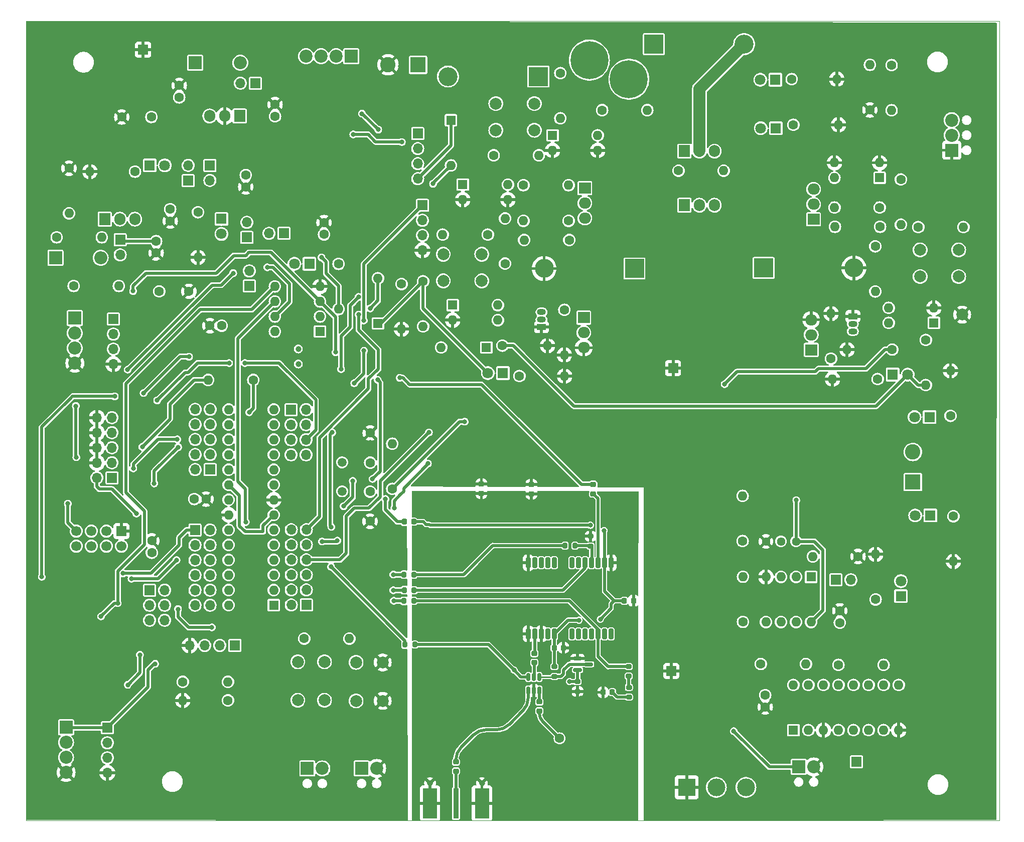
<source format=gbr>
%TF.GenerationSoftware,KiCad,Pcbnew,8.0.1*%
%TF.CreationDate,2024-05-13T23:23:47+02:00*%
%TF.ProjectId,Tracker,54726163-6b65-4722-9e6b-696361645f70,rev?*%
%TF.SameCoordinates,PX2857260PY98c9c50*%
%TF.FileFunction,Copper,L2,Bot*%
%TF.FilePolarity,Positive*%
%FSLAX46Y46*%
G04 Gerber Fmt 4.6, Leading zero omitted, Abs format (unit mm)*
G04 Created by KiCad (PCBNEW 8.0.1) date 2024-05-13 23:23:47*
%MOMM*%
%LPD*%
G01*
G04 APERTURE LIST*
G04 Aperture macros list*
%AMRoundRect*
0 Rectangle with rounded corners*
0 $1 Rounding radius*
0 $2 $3 $4 $5 $6 $7 $8 $9 X,Y pos of 4 corners*
0 Add a 4 corners polygon primitive as box body*
4,1,4,$2,$3,$4,$5,$6,$7,$8,$9,$2,$3,0*
0 Add four circle primitives for the rounded corners*
1,1,$1+$1,$2,$3*
1,1,$1+$1,$4,$5*
1,1,$1+$1,$6,$7*
1,1,$1+$1,$8,$9*
0 Add four rect primitives between the rounded corners*
20,1,$1+$1,$2,$3,$4,$5,0*
20,1,$1+$1,$4,$5,$6,$7,0*
20,1,$1+$1,$6,$7,$8,$9,0*
20,1,$1+$1,$8,$9,$2,$3,0*%
G04 Aperture macros list end*
%TA.AperFunction,SMDPad,CuDef*%
%ADD10RoundRect,0.200000X0.200000X-0.700000X0.200000X0.700000X-0.200000X0.700000X-0.200000X-0.700000X0*%
%TD*%
%TA.AperFunction,ComponentPad*%
%ADD11R,1.600000X1.600000*%
%TD*%
%TA.AperFunction,ComponentPad*%
%ADD12O,1.600000X1.600000*%
%TD*%
%TA.AperFunction,ComponentPad*%
%ADD13R,1.700000X1.700000*%
%TD*%
%TA.AperFunction,ComponentPad*%
%ADD14O,1.700000X1.700000*%
%TD*%
%TA.AperFunction,ComponentPad*%
%ADD15R,1.800000X1.800000*%
%TD*%
%TA.AperFunction,ComponentPad*%
%ADD16C,1.800000*%
%TD*%
%TA.AperFunction,ComponentPad*%
%ADD17C,1.600000*%
%TD*%
%TA.AperFunction,ComponentPad*%
%ADD18R,2.000000X1.905000*%
%TD*%
%TA.AperFunction,ComponentPad*%
%ADD19O,2.000000X1.905000*%
%TD*%
%TA.AperFunction,ComponentPad*%
%ADD20R,3.200000X3.200000*%
%TD*%
%TA.AperFunction,ComponentPad*%
%ADD21O,3.200000X3.200000*%
%TD*%
%TA.AperFunction,ComponentPad*%
%ADD22R,2.200000X2.200000*%
%TD*%
%TA.AperFunction,ComponentPad*%
%ADD23O,2.200000X2.200000*%
%TD*%
%TA.AperFunction,ComponentPad*%
%ADD24R,3.000000X3.000000*%
%TD*%
%TA.AperFunction,ComponentPad*%
%ADD25C,3.000000*%
%TD*%
%TA.AperFunction,ComponentPad*%
%ADD26C,2.200000*%
%TD*%
%TA.AperFunction,ComponentPad*%
%ADD27R,1.905000X2.000000*%
%TD*%
%TA.AperFunction,ComponentPad*%
%ADD28O,1.905000X2.000000*%
%TD*%
%TA.AperFunction,ComponentPad*%
%ADD29C,1.000000*%
%TD*%
%TA.AperFunction,ComponentPad*%
%ADD30C,6.400000*%
%TD*%
%TA.AperFunction,ComponentPad*%
%ADD31C,2.000000*%
%TD*%
%TA.AperFunction,ComponentPad*%
%ADD32C,1.440000*%
%TD*%
%TA.AperFunction,ComponentPad*%
%ADD33R,1.500000X1.050000*%
%TD*%
%TA.AperFunction,ComponentPad*%
%ADD34O,1.500000X1.050000*%
%TD*%
%TA.AperFunction,ComponentPad*%
%ADD35R,2.600000X2.600000*%
%TD*%
%TA.AperFunction,ComponentPad*%
%ADD36C,2.600000*%
%TD*%
%TA.AperFunction,ComponentPad*%
%ADD37C,1.500000*%
%TD*%
%TA.AperFunction,ComponentPad*%
%ADD38C,1.700000*%
%TD*%
%TA.AperFunction,SMDPad,CuDef*%
%ADD39RoundRect,0.200000X-0.200000X-0.275000X0.200000X-0.275000X0.200000X0.275000X-0.200000X0.275000X0*%
%TD*%
%TA.AperFunction,SMDPad,CuDef*%
%ADD40RoundRect,0.200000X0.275000X-0.200000X0.275000X0.200000X-0.275000X0.200000X-0.275000X-0.200000X0*%
%TD*%
%TA.AperFunction,SMDPad,CuDef*%
%ADD41RoundRect,0.218750X-0.256250X0.218750X-0.256250X-0.218750X0.256250X-0.218750X0.256250X0.218750X0*%
%TD*%
%TA.AperFunction,SMDPad,CuDef*%
%ADD42RoundRect,0.150000X0.150000X-0.512500X0.150000X0.512500X-0.150000X0.512500X-0.150000X-0.512500X0*%
%TD*%
%TA.AperFunction,SMDPad,CuDef*%
%ADD43RoundRect,0.225000X0.250000X-0.225000X0.250000X0.225000X-0.250000X0.225000X-0.250000X-0.225000X0*%
%TD*%
%TA.AperFunction,SMDPad,CuDef*%
%ADD44RoundRect,0.200000X0.200000X0.275000X-0.200000X0.275000X-0.200000X-0.275000X0.200000X-0.275000X0*%
%TD*%
%TA.AperFunction,SMDPad,CuDef*%
%ADD45RoundRect,0.150000X-0.587500X-0.150000X0.587500X-0.150000X0.587500X0.150000X-0.587500X0.150000X0*%
%TD*%
%TA.AperFunction,SMDPad,CuDef*%
%ADD46RoundRect,0.225000X0.225000X0.250000X-0.225000X0.250000X-0.225000X-0.250000X0.225000X-0.250000X0*%
%TD*%
%TA.AperFunction,SMDPad,CuDef*%
%ADD47R,0.914400X5.072800*%
%TD*%
%TA.AperFunction,SMDPad,CuDef*%
%ADD48R,2.420000X5.080000*%
%TD*%
%TA.AperFunction,SMDPad,CuDef*%
%ADD49R,0.460000X0.950000*%
%TD*%
%TA.AperFunction,ComponentPad*%
%ADD50C,0.970000*%
%TD*%
%TA.AperFunction,SMDPad,CuDef*%
%ADD51RoundRect,0.218750X-0.218750X-0.256250X0.218750X-0.256250X0.218750X0.256250X-0.218750X0.256250X0*%
%TD*%
%TA.AperFunction,ViaPad*%
%ADD52C,0.800000*%
%TD*%
%TA.AperFunction,Conductor*%
%ADD53C,0.500000*%
%TD*%
%TA.AperFunction,Conductor*%
%ADD54C,0.250000*%
%TD*%
%TA.AperFunction,Conductor*%
%ADD55C,2.000000*%
%TD*%
%TA.AperFunction,Profile*%
%ADD56C,0.100000*%
%TD*%
G04 APERTURE END LIST*
D10*
%TO.P,U8,1,~{SAFEBOOT}*%
%TO.N,unconnected-(U8-~{SAFEBOOT}-Pad1)*%
X98800000Y31530000D03*
%TO.P,U8,2,D_SEL*%
%TO.N,unconnected-(U8-D_SEL-Pad2)*%
X97700000Y31530000D03*
%TO.P,U8,3,TIMEPULSE*%
%TO.N,Net-(U8-TIMEPULSE)*%
X96600000Y31530000D03*
%TO.P,U8,4,EXTINT*%
%TO.N,unconnected-(U8-EXTINT-Pad4)*%
X95500000Y31530000D03*
%TO.P,U8,5,USB_DM*%
%TO.N,unconnected-(U8-USB_DM-Pad5)*%
X94400000Y31530000D03*
%TO.P,U8,6,USB_DP*%
%TO.N,unconnected-(U8-USB_DP-Pad6)*%
X93300000Y31530000D03*
%TO.P,U8,7,VDD_USB*%
%TO.N,unconnected-(U8-VDD_USB-Pad7)*%
X92200000Y31530000D03*
%TO.P,U8,8,~{RESET}*%
%TO.N,+3.3V_GNSS*%
X89200000Y31530000D03*
%TO.P,U8,9,VCC_RF*%
%TO.N,unconnected-(U8-VCC_RF-Pad9)*%
X88100000Y31530000D03*
%TO.P,U8,10,GND*%
%TO.N,GND_GNSS*%
X87000000Y31530000D03*
%TO.P,U8,11,RF_IN*%
%TO.N,Net-(U8-RF_IN)*%
X85900000Y31530000D03*
%TO.P,U8,12,GND*%
%TO.N,GND_GNSS*%
X84800000Y31530000D03*
%TO.P,U8,13,GND*%
X84800000Y43530000D03*
%TO.P,U8,14,RESERVED*%
%TO.N,unconnected-(U8-RESERVED-Pad14)*%
X85900000Y43530000D03*
%TO.P,U8,15,RESERVED*%
%TO.N,unconnected-(U8-RESERVED-Pad15)*%
X87000000Y43530000D03*
%TO.P,U8,16,RESERVED*%
%TO.N,unconnected-(U8-RESERVED-Pad16)*%
X88100000Y43530000D03*
%TO.P,U8,17,RESERVED*%
%TO.N,unconnected-(U8-RESERVED-Pad17)*%
X89200000Y43530000D03*
%TO.P,U8,18,SDA/~{SPI_CS}*%
%TO.N,unconnected-(U8-SDA{slash}~{SPI_CS}-Pad18)*%
X92200000Y43530000D03*
%TO.P,U8,19,SCL/SPI_CLK*%
%TO.N,unconnected-(U8-SCL{slash}SPI_CLK-Pad19)*%
X93300000Y43530000D03*
%TO.P,U8,20,TXD/SPI_MISO*%
%TO.N,Net-(U8-TXD{slash}SPI_MISO)*%
X94400000Y43530000D03*
%TO.P,U8,21,RXD/SPI_MOSI*%
%TO.N,Net-(U8-RXD{slash}SPI_MOSI)*%
X95500000Y43530000D03*
%TO.P,U8,22,V_BCKP*%
%TO.N,+VCap_GNSS*%
X96600000Y43530000D03*
%TO.P,U8,23,VCC*%
%TO.N,+3.3V_GNSS*%
X97700000Y43530000D03*
%TO.P,U8,24,GND*%
%TO.N,GND_GNSS*%
X98800000Y43530000D03*
%TD*%
D11*
%TO.P,U3,1*%
%TO.N,Net-(R11-Pad1)*%
X144115000Y108525000D03*
D12*
%TO.P,U3,2*%
%TO.N,GND*%
X144115000Y111065000D03*
%TO.P,U3,3*%
X136495000Y111065000D03*
%TO.P,U3,4*%
%TO.N,Net-(R10-Pad1)*%
X136495000Y108525000D03*
%TD*%
D13*
%TO.P,JP5,1,A*%
%TO.N,+3.3V*%
X37330000Y98455000D03*
D14*
%TO.P,JP5,2,B*%
%TO.N,Net-(D16-A)*%
X37330000Y100995000D03*
%TD*%
D15*
%TO.P,D12,1,K*%
%TO.N,Net-(D12-K)*%
X47890000Y94010000D03*
D16*
%TO.P,D12,2,A*%
%TO.N,+5V*%
X45350000Y94010000D03*
%TD*%
D13*
%TO.P,J20,1,Pin_1*%
%TO.N,/MCU/PC0-A0*%
X28580000Y49060000D03*
D14*
%TO.P,J20,2,Pin_2*%
%TO.N,Net-(J20-Pin_2)*%
X31120000Y49060000D03*
%TO.P,J20,3,Pin_3*%
%TO.N,/MCU/PC1-A1*%
X28580000Y46520000D03*
%TO.P,J20,4,Pin_4*%
%TO.N,Net-(J20-Pin_4)*%
X31120000Y46520000D03*
%TO.P,J20,5,Pin_5*%
%TO.N,/V_{A_{2}}*%
X28580000Y43980000D03*
%TO.P,J20,6,Pin_6*%
%TO.N,Net-(J20-Pin_6)*%
X31120000Y43980000D03*
%TO.P,J20,7,Pin_7*%
%TO.N,/MCU/PC3-A3*%
X28580000Y41440000D03*
%TO.P,J20,8,Pin_8*%
%TO.N,Net-(J20-Pin_8)*%
X31120000Y41440000D03*
%TO.P,J20,9,Pin_9*%
%TO.N,/Anemometer/SDA*%
X28580000Y38900000D03*
%TO.P,J20,10,Pin_10*%
%TO.N,Net-(J20-Pin_10)*%
X31120000Y38900000D03*
%TO.P,J20,11,Pin_11*%
%TO.N,/Anemometer/SCL*%
X28580000Y36360000D03*
%TO.P,J20,12,Pin_12*%
%TO.N,Net-(J20-Pin_12)*%
X31120000Y36360000D03*
%TD*%
D17*
%TO.P,C10,1*%
%TO.N,Net-(JP2-A)*%
X21230000Y118790000D03*
%TO.P,C10,2*%
%TO.N,GND*%
X16230000Y118790000D03*
%TD*%
D18*
%TO.P,Q2,1,G*%
%TO.N,Net-(Q2-G)*%
X94370000Y106775000D03*
D19*
%TO.P,Q2,2,D*%
%TO.N,Net-(D4-K)*%
X94370000Y104235000D03*
%TO.P,Q2,3,S*%
%TO.N,+VCC_Motor*%
X94370000Y101695000D03*
%TD*%
D13*
%TO.P,JP3,1,A*%
%TO.N,+5V*%
X27440000Y108075000D03*
D14*
%TO.P,JP3,2,B*%
%TO.N,Net-(D15-A)*%
X27440000Y110615000D03*
%TD*%
D17*
%TO.P,R20,1*%
%TO.N,Net-(D6-K)*%
X83332000Y75046000D03*
D12*
%TO.P,R20,2*%
%TO.N,GND*%
X90952000Y75046000D03*
%TD*%
D20*
%TO.P,D5,1,K*%
%TO.N,Net-(D5-K)*%
X124543000Y93299000D03*
D21*
%TO.P,D5,2,A*%
%TO.N,GND*%
X139783000Y93299000D03*
%TD*%
D13*
%TO.P,J11,1,Pin_1*%
%TO.N,Net-(J11-Pin_1)*%
X31140000Y59260000D03*
D14*
%TO.P,J11,2,Pin_2*%
%TO.N,/MCU/CLK*%
X28600000Y59260000D03*
%TO.P,J11,3,Pin_3*%
%TO.N,Net-(J11-Pin_3)*%
X31140000Y61800000D03*
%TO.P,J11,4,Pin_4*%
%TO.N,/MCU/MISO*%
X28600000Y61800000D03*
%TO.P,J11,5,Pin_5*%
%TO.N,Net-(J11-Pin_5)*%
X31140000Y64340000D03*
%TO.P,J11,6,Pin_6*%
%TO.N,/MCU/MOSI*%
X28600000Y64340000D03*
%TO.P,J11,7,Pin_7*%
%TO.N,Net-(J11-Pin_7)*%
X31140000Y66880000D03*
%TO.P,J11,8,Pin_8*%
%TO.N,/MCU/PB2-D10~*%
X28600000Y66880000D03*
%TO.P,J11,9,Pin_9*%
%TO.N,Net-(J11-Pin_9)*%
X31140000Y69420000D03*
%TO.P,J11,10,Pin_10*%
%TO.N,/MCU/PB1-D9~*%
X28600000Y69420000D03*
%TD*%
D17*
%TO.P,R2,1*%
%TO.N,Net-(D1-K)*%
X129277000Y125184000D03*
D12*
%TO.P,R2,2*%
%TO.N,GND*%
X136897000Y125184000D03*
%TD*%
D17*
%TO.P,R48,1*%
%TO.N,GND*%
X7320000Y110140000D03*
D12*
%TO.P,R48,2*%
%TO.N,Net-(U13-ADJ)*%
X7320000Y102520000D03*
%TD*%
D22*
%TO.P,D17,1,K*%
%TO.N,Net-(D17-K)*%
X5040000Y95020000D03*
D23*
%TO.P,D17,2,A*%
%TO.N,Net-(D17-A)*%
X12660000Y95020000D03*
%TD*%
D11*
%TO.P,U2,1*%
%TO.N,Net-(R8-Pad2)*%
X73770000Y107375000D03*
D12*
%TO.P,U2,2*%
%TO.N,GND*%
X73770000Y104835000D03*
%TO.P,U2,3*%
X81390000Y104835000D03*
%TO.P,U2,4*%
%TO.N,Net-(R9-Pad1)*%
X81390000Y107375000D03*
%TD*%
D13*
%TO.P,J14,1,Pin_1*%
%TO.N,/OLED/A*%
X35310000Y29570000D03*
D14*
%TO.P,J14,2,Pin_2*%
%TO.N,/OLED/B*%
X32770000Y29570000D03*
%TO.P,J14,3,Pin_3*%
%TO.N,+5V*%
X30230000Y29570000D03*
%TO.P,J14,4,Pin_4*%
%TO.N,GND*%
X27690000Y29570000D03*
%TD*%
D17*
%TO.P,R50,1*%
%TO.N,Net-(U41B--)*%
X121060000Y33550000D03*
D12*
%TO.P,R50,2*%
%TO.N,Net-(U41A-+)*%
X121060000Y41170000D03*
%TD*%
D13*
%TO.P,J17,1,Pin_1*%
%TO.N,GND*%
X109260000Y76410000D03*
%TD*%
D24*
%TO.P,RV1,1,1*%
%TO.N,GND*%
X111560000Y5610000D03*
D25*
%TO.P,RV1,2,2*%
%TO.N,/MCU/PC1-A1*%
X116560000Y5610000D03*
%TO.P,RV1,3,3*%
%TO.N,+5V*%
X121560000Y5610000D03*
%TD*%
D17*
%TO.P,R4,1*%
%TO.N,Net-(J23-Pin_1)*%
X78990000Y112320000D03*
D12*
%TO.P,R4,2*%
%TO.N,Net-(R4-Pad2)*%
X86610000Y112320000D03*
%TD*%
D15*
%TO.P,D1,1,K*%
%TO.N,Net-(D1-K)*%
X126512000Y125084000D03*
D16*
%TO.P,D1,2,A*%
%TO.N,Net-(D1-A)*%
X123972000Y125084000D03*
%TD*%
D11*
%TO.P,U1,1*%
%TO.N,Net-(R4-Pad2)*%
X88920000Y115686000D03*
D12*
%TO.P,U1,2*%
%TO.N,GND*%
X88920000Y113146000D03*
%TO.P,U1,3*%
X96540000Y113146000D03*
%TO.P,U1,4*%
%TO.N,Net-(R5-Pad1)*%
X96540000Y115686000D03*
%TD*%
D13*
%TO.P,JP4,1,A*%
%TO.N,Net-(JP4-A)*%
X43617500Y99150000D03*
D14*
%TO.P,JP4,2,B*%
%TO.N,+3.3V*%
X41077500Y99150000D03*
%TD*%
D17*
%TO.P,R41,1*%
%TO.N,Net-(U13-ADJ)*%
X5240000Y98470000D03*
D12*
%TO.P,R41,2*%
%TO.N,/Power_Supply/Vcapa*%
X12860000Y98470000D03*
%TD*%
D17*
%TO.P,C15,1*%
%TO.N,+VCap*%
X22550000Y89350000D03*
%TO.P,C15,2*%
%TO.N,GND*%
X27550000Y89350000D03*
%TD*%
%TO.P,R25,1*%
%TO.N,Net-(D14-K)*%
X90235000Y126185000D03*
D12*
%TO.P,R25,2*%
%TO.N,Net-(SW3A-B)*%
X90235000Y118565000D03*
%TD*%
D20*
%TO.P,D14,1,K*%
%TO.N,Net-(D14-K)*%
X86520000Y125625000D03*
D21*
%TO.P,D14,2,A*%
%TO.N,+24V*%
X71280000Y125625000D03*
%TD*%
D13*
%TO.P,JP7,1,A*%
%TO.N,Net-(JP7-A)*%
X37740000Y90270000D03*
D14*
%TO.P,JP7,2,B*%
%TO.N,Net-(JP7-B)*%
X37740000Y92810000D03*
%TD*%
D17*
%TO.P,C1,1*%
%TO.N,GND*%
X30450000Y54285000D03*
%TO.P,C1,2*%
%TO.N,+5V*%
X28450000Y54285000D03*
%TD*%
%TO.P,R52,1*%
%TO.N,GND*%
X140470000Y44590000D03*
D12*
%TO.P,R52,2*%
%TO.N,/MCU/PD2-D2-(INT0)*%
X132850000Y44590000D03*
%TD*%
D22*
%TO.P,J6,1,Pin_1*%
%TO.N,Net-(J13-Pin_1)*%
X130460000Y9060000D03*
D26*
%TO.P,J6,2,Pin_2*%
%TO.N,GND*%
X133000000Y9060000D03*
%TD*%
D13*
%TO.P,J24,1,Pin_1*%
%TO.N,+5V*%
X13790000Y15680000D03*
D14*
%TO.P,J24,2,Pin_2*%
%TO.N,/Anemometer/SDA*%
X13790000Y13140000D03*
%TO.P,J24,3,Pin_3*%
%TO.N,/Anemometer/SCL*%
X13790000Y10600000D03*
%TO.P,J24,4,Pin_4*%
%TO.N,GND*%
X13790000Y8060000D03*
%TD*%
D13*
%TO.P,JP1,1,A*%
%TO.N,+24V*%
X38795000Y124490000D03*
D14*
%TO.P,JP1,2,B*%
%TO.N,Net-(D24-A)*%
X36255000Y124490000D03*
%TD*%
D13*
%TO.P,JP2,1,A*%
%TO.N,Net-(JP2-A)*%
X31100000Y110620000D03*
D14*
%TO.P,JP2,2,B*%
%TO.N,+5V*%
X31100000Y108080000D03*
%TD*%
D20*
%TO.P,D20,1,K*%
%TO.N,Net-(D1-A)*%
X106020000Y131090000D03*
D21*
%TO.P,D20,2,A*%
%TO.N,+VCC_Motor*%
X121260000Y131090000D03*
%TD*%
D17*
%TO.P,R12,1*%
%TO.N,+VCC_Motor*%
X91745000Y98025000D03*
D12*
%TO.P,R12,2*%
%TO.N,Net-(R12-Pad2)*%
X84125000Y98025000D03*
%TD*%
D17*
%TO.P,C7,1*%
%TO.N,GND*%
X58150000Y65430000D03*
%TO.P,C7,2*%
%TO.N,/Crystal/XTAl_2*%
X58150000Y60430000D03*
%TD*%
D27*
%TO.P,Q1,1,G*%
%TO.N,Net-(Q1-G)*%
X111165000Y113025000D03*
D28*
%TO.P,Q1,2,D*%
%TO.N,+VCC_Motor*%
X113705000Y113025000D03*
%TO.P,Q1,3,S*%
%TO.N,Net-(D1-A)*%
X116245000Y113025000D03*
%TD*%
D15*
%TO.P,D2,1,K*%
%TO.N,Net-(D2-K)*%
X126595000Y116900000D03*
D16*
%TO.P,D2,2,A*%
%TO.N,+VCC_Motor*%
X124055000Y116900000D03*
%TD*%
D15*
%TO.P,D6,1,K*%
%TO.N,Net-(D6-K)*%
X80538000Y75554000D03*
D16*
%TO.P,D6,2,A*%
%TO.N,/Motors/IN_B*%
X77998000Y75554000D03*
%TD*%
D17*
%TO.P,R32,1*%
%TO.N,/V_{A_{2}}*%
X47010000Y30720000D03*
D12*
%TO.P,R32,2*%
%TO.N,/TIMEPULSE*%
X54630000Y30720000D03*
%TD*%
D17*
%TO.P,R6,1*%
%TO.N,+VCC_Motor*%
X91630000Y101250000D03*
D12*
%TO.P,R6,2*%
%TO.N,Net-(Q2-G)*%
X84010000Y101250000D03*
%TD*%
D11*
%TO.P,U40,1,A*%
%TO.N,unconnected-(U40A-A-Pad1)*%
X129560000Y15270000D03*
D12*
%TO.P,U40,2,B*%
%TO.N,Net-(J13-Pin_1)*%
X132100000Y15270000D03*
%TO.P,U40,3,Clr*%
%TO.N,GND*%
X134640000Y15270000D03*
%TO.P,U40,4,~{Q}*%
%TO.N,unconnected-(U40A-~{Q}-Pad4)*%
X137180000Y15270000D03*
%TO.P,U40,5,Q*%
%TO.N,unconnected-(U40B-Q-Pad5)*%
X139720000Y15270000D03*
%TO.P,U40,6,Cext*%
%TO.N,unconnected-(U40B-Cext-Pad6)*%
X142260000Y15270000D03*
%TO.P,U40,7,RCext*%
%TO.N,unconnected-(U40B-RCext-Pad7)*%
X144800000Y15270000D03*
%TO.P,U40,8,GND*%
%TO.N,GND*%
X147340000Y15270000D03*
%TO.P,U40,9,A*%
%TO.N,unconnected-(U40B-A-Pad9)*%
X147340000Y22890000D03*
%TO.P,U40,10,B*%
%TO.N,unconnected-(U40B-B-Pad10)*%
X144800000Y22890000D03*
%TO.P,U40,11,Clr*%
%TO.N,unconnected-(U40B-Clr-Pad11)*%
X142260000Y22890000D03*
%TO.P,U40,12,~{Q}*%
%TO.N,unconnected-(U40B-~{Q}-Pad12)*%
X139720000Y22890000D03*
%TO.P,U40,13,Q*%
%TO.N,Net-(U40A-Q)*%
X137180000Y22890000D03*
%TO.P,U40,14,Cext*%
%TO.N,Net-(U40A-Cext)*%
X134640000Y22890000D03*
%TO.P,U40,15,RCext*%
%TO.N,Net-(U40A-RCext)*%
X132100000Y22890000D03*
%TO.P,U40,16,VCC*%
%TO.N,+5V*%
X129560000Y22890000D03*
%TD*%
D11*
%TO.P,U4,1*%
%TO.N,Net-(R14-Pad2)*%
X72070000Y87025000D03*
D12*
%TO.P,U4,2*%
%TO.N,GND*%
X72070000Y84485000D03*
%TO.P,U4,3*%
%TO.N,Net-(Q4-G)*%
X79690000Y84485000D03*
%TO.P,U4,4*%
%TO.N,Net-(R12-Pad2)*%
X79690000Y87025000D03*
%TD*%
D27*
%TO.P,U13,1,ADJ*%
%TO.N,Net-(U13-ADJ)*%
X13360000Y101540000D03*
D28*
%TO.P,U13,2,VO*%
%TO.N,/Power_Supply/Vcapa*%
X15900000Y101540000D03*
%TO.P,U13,3,VI*%
%TO.N,+5V*%
X18440000Y101540000D03*
%TD*%
D17*
%TO.P,R16,1*%
%TO.N,Net-(Q4-G)*%
X90920000Y86235000D03*
D12*
%TO.P,R16,2*%
%TO.N,GND*%
X90920000Y78615000D03*
%TD*%
D11*
%TO.P,D10,1,K*%
%TO.N,/Motors/IN_A*%
X77744000Y79872000D03*
D12*
%TO.P,D10,2,A*%
%TO.N,/MCU/PD5-D5~*%
X70124000Y79872000D03*
%TD*%
D13*
%TO.P,J12,1,Pin_1*%
%TO.N,/RST*%
X47370000Y36400000D03*
D14*
%TO.P,J12,2,Pin_2*%
%TO.N,Net-(J12-Pin_2)*%
X44830000Y36400000D03*
%TO.P,J12,3,Pin_3*%
%TO.N,/GNSS/RX*%
X47370000Y38940000D03*
%TO.P,J12,4,Pin_4*%
%TO.N,Net-(J12-Pin_4)*%
X44830000Y38940000D03*
%TO.P,J12,5,Pin_5*%
%TO.N,/GNSS/TX*%
X47370000Y41480000D03*
%TO.P,J12,6,Pin_6*%
%TO.N,Net-(J12-Pin_6)*%
X44830000Y41480000D03*
%TO.P,J12,7,Pin_7*%
%TO.N,/MCU/PD2-D2-(INT0)*%
X47370000Y44020000D03*
%TO.P,J12,8,Pin_8*%
%TO.N,Net-(J12-Pin_8)*%
X44830000Y44020000D03*
%TO.P,J12,9,Pin_9*%
%TO.N,/MCU/PD3-D3-(INT1)~*%
X47370000Y46560000D03*
%TO.P,J12,10,Pin_10*%
%TO.N,Net-(J12-Pin_10)*%
X44830000Y46560000D03*
%TO.P,J12,11,Pin_11*%
%TO.N,/MCU/PD4-D4*%
X47370000Y49100000D03*
%TO.P,J12,12,Pin_12*%
%TO.N,Net-(J12-Pin_12)*%
X44830000Y49100000D03*
%TD*%
D22*
%TO.P,J25,1,Pin_1*%
%TO.N,+5V*%
X6820000Y15740000D03*
D26*
%TO.P,J25,2,Pin_2*%
%TO.N,/Anemometer/SDA*%
X6820000Y13200000D03*
%TO.P,J25,3,Pin_3*%
%TO.N,/Anemometer/SCL*%
X6820000Y10660000D03*
%TO.P,J25,4,Pin_4*%
%TO.N,GND*%
X6820000Y8120000D03*
%TD*%
D22*
%TO.P,J4,1,Pin_1*%
%TO.N,/MCU/PB0-D8*%
X8310000Y84830000D03*
D26*
%TO.P,J4,2,Pin_2*%
%TO.N,/MCU/PB1-D9~*%
X8310000Y82290000D03*
%TO.P,J4,3,Pin_3*%
%TO.N,/MCU/PB2-D10~*%
X8310000Y79750000D03*
%TO.P,J4,4,Pin_4*%
%TO.N,GND*%
X8310000Y77210000D03*
%TD*%
D17*
%TO.P,R28,1*%
%TO.N,Net-(D18-K)*%
X143440000Y37330000D03*
D12*
%TO.P,R28,2*%
%TO.N,GND*%
X143440000Y44950000D03*
%TD*%
D29*
%TO.P,Y2,1,1*%
%TO.N,Net-(U14-X2)*%
X46010000Y79630000D03*
%TO.P,Y2,2,2*%
%TO.N,Net-(U14-X1)*%
X46010000Y77090000D03*
%TD*%
D22*
%TO.P,D24,1,K*%
%TO.N,Net-(D24-K)*%
X28600000Y127950000D03*
D23*
%TO.P,D24,2,A*%
%TO.N,Net-(D24-A)*%
X36220000Y127950000D03*
%TD*%
D13*
%TO.P,J18,1,Pin_1*%
%TO.N,GND*%
X108950000Y25270000D03*
%TD*%
%TO.P,JP8,1,A*%
%TO.N,/MCU/PD2-D2-(INT0)*%
X136720000Y40650000D03*
D14*
%TO.P,JP8,2,B*%
%TO.N,Net-(D18-A)*%
X139260000Y40650000D03*
%TD*%
D17*
%TO.P,C19,1*%
%TO.N,+3.3V*%
X21290000Y45230000D03*
%TO.P,C19,2*%
%TO.N,GND*%
X21290000Y47230000D03*
%TD*%
D18*
%TO.P,Q5,1,G*%
%TO.N,Net-(Q5-G)*%
X132568000Y79480000D03*
D19*
%TO.P,Q5,2,D*%
%TO.N,Net-(D5-K)*%
X132568000Y82020000D03*
%TO.P,Q5,3,S*%
%TO.N,GND*%
X132568000Y84560000D03*
%TD*%
D17*
%TO.P,R8,1*%
%TO.N,/Motors/IN_A*%
X80895000Y94040000D03*
D12*
%TO.P,R8,2*%
%TO.N,Net-(R8-Pad2)*%
X80895000Y101660000D03*
%TD*%
D30*
%TO.P,H10,1,1*%
%TO.N,Net-(D1-A)*%
X101800000Y125170000D03*
%TD*%
D17*
%TO.P,R9,1*%
%TO.N,Net-(R9-Pad1)*%
X84010000Y107275000D03*
D12*
%TO.P,R9,2*%
%TO.N,Net-(Q2-G)*%
X91630000Y107275000D03*
%TD*%
D17*
%TO.P,R24,1*%
%TO.N,+VCC_Motor*%
X150642000Y100192000D03*
D12*
%TO.P,R24,2*%
%TO.N,Net-(SW2A-B)*%
X158262000Y100192000D03*
%TD*%
D17*
%TO.P,R27,1*%
%TO.N,Net-(D12-K)*%
X52810000Y93990000D03*
D12*
%TO.P,R27,2*%
%TO.N,Net-(JP7-B)*%
X52810000Y86370000D03*
%TD*%
D17*
%TO.P,R3,1*%
%TO.N,Net-(D2-K)*%
X129560000Y117475000D03*
D12*
%TO.P,R3,2*%
%TO.N,GND*%
X137180000Y117475000D03*
%TD*%
D11*
%TO.P,U41,1*%
%TO.N,/MCU/PD2-D2-(INT0)*%
X132550000Y41140000D03*
D12*
%TO.P,U41,2,-*%
%TO.N,Net-(U41A--)*%
X130010000Y41140000D03*
%TO.P,U41,3,+*%
%TO.N,Net-(U41A-+)*%
X127470000Y41140000D03*
%TO.P,U41,4,V-*%
%TO.N,GND*%
X124930000Y41140000D03*
%TO.P,U41,5,+*%
%TO.N,Net-(U41B-+)*%
X124930000Y33520000D03*
%TO.P,U41,6,-*%
%TO.N,Net-(U41B--)*%
X127470000Y33520000D03*
%TO.P,U41,7*%
X130010000Y33520000D03*
%TO.P,U41,8,V+*%
%TO.N,+5V*%
X132550000Y33520000D03*
%TD*%
D13*
%TO.P,J23,1,Pin_1*%
%TO.N,Net-(J23-Pin_1)*%
X66170000Y115980000D03*
D14*
%TO.P,J23,2,Pin_2*%
%TO.N,Net-(J23-Pin_2)*%
X66170000Y113440000D03*
%TO.P,J23,3,Pin_3*%
X66170000Y110900000D03*
%TO.P,J23,4,Pin_4*%
%TO.N,/Motors/ENABLE*%
X66170000Y108360000D03*
%TD*%
D17*
%TO.P,C13,1*%
%TO.N,Net-(JP4-A)*%
X50357500Y98960000D03*
%TO.P,C13,2*%
%TO.N,GND*%
X50357500Y100960000D03*
%TD*%
%TO.P,R18,1*%
%TO.N,/Motors/IN_A*%
X80460000Y80200000D03*
D12*
%TO.P,R18,2*%
%TO.N,GND*%
X88080000Y80200000D03*
%TD*%
D17*
%TO.P,R105,1*%
%TO.N,Net-(J23-Pin_1)*%
X63440000Y90586000D03*
D12*
%TO.P,R105,2*%
%TO.N,GND*%
X63440000Y82966000D03*
%TD*%
D17*
%TO.P,C9,1*%
%TO.N,Net-(JP2-A)*%
X25920000Y122110000D03*
%TO.P,C9,2*%
%TO.N,GND*%
X25920000Y124110000D03*
%TD*%
%TO.P,R301,1*%
%TO.N,Net-(J9-Pin_2)*%
X146130000Y127550000D03*
D12*
%TO.P,R301,2*%
%TO.N,/MCU/PC0-A0*%
X146130000Y119930000D03*
%TD*%
D31*
%TO.P,SW5,1,A*%
%TO.N,+5V*%
X50430000Y26810000D03*
X50430000Y20310000D03*
%TO.P,SW5,2,B*%
%TO.N,/UserActions/Button*%
X45930000Y26810000D03*
X45930000Y20310000D03*
%TD*%
D17*
%TO.P,R40,1*%
%TO.N,Net-(D15-K)*%
X18460000Y109570000D03*
D12*
%TO.P,R40,2*%
%TO.N,GND*%
X10840000Y109570000D03*
%TD*%
D15*
%TO.P,D15,1,K*%
%TO.N,Net-(D15-K)*%
X20945000Y110630000D03*
D16*
%TO.P,D15,2,A*%
%TO.N,Net-(D15-A)*%
X23485000Y110630000D03*
%TD*%
D17*
%TO.P,R19,1*%
%TO.N,/Motors/IN_B*%
X146245000Y79525000D03*
D12*
%TO.P,R19,2*%
%TO.N,GND*%
X138625000Y79525000D03*
%TD*%
D17*
%TO.P,R31,1*%
%TO.N,/V_{A_{2}}*%
X26520000Y23420000D03*
D12*
%TO.P,R31,2*%
%TO.N,/UserActions/Button*%
X34140000Y23420000D03*
%TD*%
D22*
%TO.P,J8,1,Pin_1*%
%TO.N,/UserActions/Button*%
X47530000Y8800000D03*
D26*
%TO.P,J8,2,Pin_2*%
%TO.N,+5V*%
X50070000Y8800000D03*
%TD*%
D32*
%TO.P,RV2,1,1*%
%TO.N,+5V*%
X130010000Y47130000D03*
%TO.P,RV2,2,2*%
%TO.N,Net-(U41A--)*%
X127470000Y47130000D03*
%TO.P,RV2,3,3*%
%TO.N,GND*%
X124930000Y47130000D03*
%TD*%
D17*
%TO.P,R201,1*%
%TO.N,Net-(U40A-Q)*%
X137160000Y26290000D03*
D12*
%TO.P,R201,2*%
%TO.N,Net-(U41B-+)*%
X144780000Y26290000D03*
%TD*%
D13*
%TO.P,JP6,1,A*%
%TO.N,/Power_Supply/Vcapa*%
X15960000Y98045000D03*
D14*
%TO.P,JP6,2,B*%
%TO.N,Net-(D17-A)*%
X15960000Y95505000D03*
%TD*%
D33*
%TO.P,Q6,1,S*%
%TO.N,GND*%
X87055000Y83305000D03*
D34*
%TO.P,Q6,2,G*%
%TO.N,/Motors/IN_A*%
X87055000Y84575000D03*
%TO.P,Q6,3,D*%
%TO.N,Net-(Q4-G)*%
X87055000Y85845000D03*
%TD*%
D15*
%TO.P,D8,1,K*%
%TO.N,Net-(D8-K)*%
X152655000Y51510000D03*
D16*
%TO.P,D8,2,A*%
%TO.N,Net-(D4-K)*%
X150115000Y51510000D03*
%TD*%
D17*
%TO.P,R10,1*%
%TO.N,Net-(R10-Pad1)*%
X144130000Y103500000D03*
D12*
%TO.P,R10,2*%
%TO.N,Net-(Q3-G)*%
X136510000Y103500000D03*
%TD*%
D17*
%TO.P,R30,1*%
%TO.N,/UserActions/Button*%
X34140000Y20290000D03*
D12*
%TO.P,R30,2*%
%TO.N,GND*%
X26520000Y20290000D03*
%TD*%
D17*
%TO.P,R26,1*%
%TO.N,+VCC_Motor*%
X77998000Y98922000D03*
D12*
%TO.P,R26,2*%
%TO.N,Net-(SW1A-B)*%
X70378000Y98922000D03*
%TD*%
D17*
%TO.P,R5,1*%
%TO.N,Net-(R5-Pad1)*%
X97290000Y119940000D03*
D12*
%TO.P,R5,2*%
%TO.N,Net-(Q1-G)*%
X104910000Y119940000D03*
%TD*%
D17*
%TO.P,C12,1*%
%TO.N,+5V*%
X37147500Y108990000D03*
%TO.P,C12,2*%
%TO.N,GND*%
X37147500Y106990000D03*
%TD*%
D31*
%TO.P,H8,1,1*%
%TO.N,GND*%
X158050000Y85420000D03*
%TD*%
D27*
%TO.P,U11,1,IN*%
%TO.N,Net-(D24-K)*%
X36120000Y118960000D03*
D28*
%TO.P,U11,2,GND*%
%TO.N,GND*%
X33580000Y118960000D03*
%TO.P,U11,3,OUT*%
%TO.N,Net-(JP2-A)*%
X31040000Y118960000D03*
%TD*%
D17*
%TO.P,R17,1*%
%TO.N,Net-(Q5-G)*%
X135910000Y77990000D03*
D12*
%TO.P,R17,2*%
%TO.N,GND*%
X135910000Y85610000D03*
%TD*%
D17*
%TO.P,C11,1*%
%TO.N,+5V*%
X24400000Y103220000D03*
%TO.P,C11,2*%
%TO.N,GND*%
X24400000Y101220000D03*
%TD*%
D15*
%TO.P,D9,1,K*%
%TO.N,Net-(D9-K)*%
X152550000Y68130000D03*
D16*
%TO.P,D9,2,A*%
%TO.N,Net-(D5-K)*%
X150010000Y68130000D03*
%TD*%
D17*
%TO.P,R23,1*%
%TO.N,Net-(D9-K)*%
X156080000Y68340000D03*
D12*
%TO.P,R23,2*%
%TO.N,GND*%
X156080000Y75960000D03*
%TD*%
D35*
%TO.P,J3,1,Pin_1*%
%TO.N,Net-(D4-K)*%
X149720000Y57160000D03*
D36*
%TO.P,J3,2,Pin_2*%
%TO.N,Net-(D5-K)*%
X149720000Y62240000D03*
%TD*%
D15*
%TO.P,D7,1,K*%
%TO.N,Net-(D7-K)*%
X146314000Y75300000D03*
D16*
%TO.P,D7,2,A*%
%TO.N,/Motors/IN_A*%
X148854000Y75300000D03*
%TD*%
D31*
%TO.P,SW2,1,A*%
%TO.N,/Motors/IN_B*%
X157448000Y91846000D03*
X150948000Y91846000D03*
%TO.P,SW2,2,B*%
%TO.N,Net-(SW2A-B)*%
X157448000Y96346000D03*
X150948000Y96346000D03*
%TD*%
D15*
%TO.P,D18,1,K*%
%TO.N,Net-(D18-K)*%
X147710000Y37900000D03*
D16*
%TO.P,D18,2,A*%
%TO.N,Net-(D18-A)*%
X147710000Y40440000D03*
%TD*%
D22*
%TO.P,J5,1,Pin_1*%
%TO.N,/RST*%
X56700000Y8800000D03*
D26*
%TO.P,J5,2,Pin_2*%
%TO.N,GND*%
X59240000Y8800000D03*
%TD*%
D27*
%TO.P,D3,1,A*%
%TO.N,Net-(D4-K)*%
X111165000Y103900000D03*
D28*
%TO.P,D3,2,K*%
%TO.N,+VCC_Motor*%
X113705000Y103900000D03*
%TO.P,D3,3,A*%
%TO.N,Net-(D5-K)*%
X116245000Y103900000D03*
%TD*%
D17*
%TO.P,C17,1*%
%TO.N,GND*%
X31090000Y83560000D03*
%TO.P,C17,2*%
%TO.N,+5V*%
X33090000Y83560000D03*
%TD*%
D11*
%TO.P,D11,1,K*%
%TO.N,/Motors/IN_B*%
X59456000Y83936000D03*
D12*
%TO.P,D11,2,A*%
%TO.N,/MCU/PD4-D4*%
X59456000Y91556000D03*
%TD*%
D17*
%TO.P,R15,1*%
%TO.N,Net-(R15-Pad1)*%
X151912000Y81142000D03*
D12*
%TO.P,R15,2*%
%TO.N,/Motors/IN_A*%
X151912000Y73522000D03*
%TD*%
D17*
%TO.P,R22,1*%
%TO.N,Net-(D8-K)*%
X156570000Y51380000D03*
D12*
%TO.P,R22,2*%
%TO.N,GND*%
X156570000Y43760000D03*
%TD*%
D31*
%TO.P,SW1,1,A*%
%TO.N,/Motors/IN_A*%
X76982000Y91120000D03*
X70482000Y91120000D03*
%TO.P,SW1,2,B*%
%TO.N,Net-(SW1A-B)*%
X76982000Y95620000D03*
X70482000Y95620000D03*
%TD*%
D11*
%TO.P,D13,1,K*%
%TO.N,/Motors/ENABLE*%
X71770000Y118240000D03*
D12*
%TO.P,D13,2,A*%
%TO.N,/MCU/PD3-D3-(INT1)~*%
X71770000Y110620000D03*
%TD*%
D11*
%TO.P,U9,1,~{RESET}/PC6*%
%TO.N,Net-(J12-Pin_2)*%
X41870000Y36380000D03*
D12*
%TO.P,U9,2,PD0*%
%TO.N,Net-(J12-Pin_4)*%
X41870000Y38920000D03*
%TO.P,U9,3,PD1*%
%TO.N,Net-(J12-Pin_6)*%
X41870000Y41460000D03*
%TO.P,U9,4,PD2*%
%TO.N,Net-(J12-Pin_8)*%
X41870000Y44000000D03*
%TO.P,U9,5,PD3*%
%TO.N,Net-(J12-Pin_10)*%
X41870000Y46540000D03*
%TO.P,U9,6,PD4*%
%TO.N,Net-(J12-Pin_12)*%
X41870000Y49080000D03*
%TO.P,U9,7,VCC*%
%TO.N,+5V*%
X41870000Y51620000D03*
%TO.P,U9,8,GND*%
%TO.N,GND*%
X41870000Y54160000D03*
%TO.P,U9,9,XTAL1/PB6*%
%TO.N,/Crystal/XTAl_1*%
X41870000Y56700000D03*
%TO.P,U9,10,XTAL2/PB7*%
%TO.N,/Crystal/XTAl_2*%
X41870000Y59240000D03*
%TO.P,U9,11,PD5*%
%TO.N,Net-(J22-Pin_7)*%
X41870000Y61780000D03*
%TO.P,U9,12,PD6*%
%TO.N,Net-(J22-Pin_5)*%
X41870000Y64320000D03*
%TO.P,U9,13,PD7*%
%TO.N,Net-(J22-Pin_3)*%
X41870000Y66860000D03*
%TO.P,U9,14,PB0*%
%TO.N,/MCU/PB0*%
X41870000Y69400000D03*
%TO.P,U9,15,PB1*%
%TO.N,Net-(J11-Pin_9)*%
X34250000Y69400000D03*
%TO.P,U9,16,PB2*%
%TO.N,Net-(J11-Pin_7)*%
X34250000Y66860000D03*
%TO.P,U9,17,PB3*%
%TO.N,Net-(J11-Pin_5)*%
X34250000Y64320000D03*
%TO.P,U9,18,PB4*%
%TO.N,Net-(J11-Pin_3)*%
X34250000Y61780000D03*
%TO.P,U9,19,PB5*%
%TO.N,Net-(J11-Pin_1)*%
X34250000Y59240000D03*
%TO.P,U9,20,AVCC*%
%TO.N,+5V*%
X34250000Y56700000D03*
%TO.P,U9,21,AREF*%
%TO.N,unconnected-(U9-AREF-Pad21)*%
X34250000Y54160000D03*
%TO.P,U9,22,GND*%
%TO.N,GND*%
X34250000Y51620000D03*
%TO.P,U9,23,PC0*%
%TO.N,Net-(J20-Pin_2)*%
X34250000Y49080000D03*
%TO.P,U9,24,PC1*%
%TO.N,Net-(J20-Pin_4)*%
X34250000Y46540000D03*
%TO.P,U9,25,PC2*%
%TO.N,Net-(J20-Pin_6)*%
X34250000Y44000000D03*
%TO.P,U9,26,PC3*%
%TO.N,Net-(J20-Pin_8)*%
X34250000Y41460000D03*
%TO.P,U9,27,PC4*%
%TO.N,Net-(J20-Pin_10)*%
X34250000Y38920000D03*
%TO.P,U9,28,PC5*%
%TO.N,Net-(J20-Pin_12)*%
X34250000Y36380000D03*
%TD*%
D17*
%TO.P,R51,1*%
%TO.N,Net-(U41A-+)*%
X120990000Y47200000D03*
D12*
%TO.P,R51,2*%
%TO.N,/MCU/PD2-D2-(INT0)*%
X120990000Y54820000D03*
%TD*%
D35*
%TO.P,J1,1,Pin_1*%
%TO.N,+24V*%
X66230000Y127600000D03*
D36*
%TO.P,J1,2,Pin_2*%
%TO.N,GND*%
X61150000Y127600000D03*
%TD*%
D13*
%TO.P,J2,1,Pin_1*%
%TO.N,/MCU/PD3-D3-(INT1)~*%
X66960000Y103880000D03*
D14*
%TO.P,J2,2,Pin_2*%
%TO.N,/MCU/PD5-D5~*%
X66960000Y101340000D03*
%TO.P,J2,3,Pin_3*%
%TO.N,/MCU/PD4-D4*%
X66960000Y98800000D03*
%TO.P,J2,4,Pin_4*%
%TO.N,GND*%
X66960000Y96260000D03*
%TD*%
D13*
%TO.P,J10,1,Pin_1*%
%TO.N,/MCU/PB0-D8*%
X14800000Y84670000D03*
D14*
%TO.P,J10,2,Pin_2*%
%TO.N,/MCU/PB1-D9~*%
X14800000Y82130000D03*
%TO.P,J10,3,Pin_3*%
%TO.N,/MCU/PB2-D10~*%
X14800000Y79590000D03*
%TO.P,J10,4,Pin_4*%
%TO.N,GND*%
X14800000Y77050000D03*
%TD*%
D17*
%TO.P,R205,1*%
%TO.N,+5V*%
X124070000Y26440000D03*
D12*
%TO.P,R205,2*%
%TO.N,Net-(U40A-RCext)*%
X131690000Y26440000D03*
%TD*%
D17*
%TO.P,R13,1*%
%TO.N,+VCC_Motor*%
X143385000Y96960000D03*
D12*
%TO.P,R13,2*%
%TO.N,Net-(R13-Pad2)*%
X143385000Y89340000D03*
%TD*%
D22*
%TO.P,J9,1,Pin_1*%
%TO.N,GND*%
X156270000Y113180000D03*
D26*
%TO.P,J9,2,Pin_2*%
%TO.N,Net-(J9-Pin_2)*%
X156270000Y115720000D03*
%TO.P,J9,3,Pin_3*%
%TO.N,+VCC_Motor*%
X156270000Y118260000D03*
%TD*%
D17*
%TO.P,C6,1*%
%TO.N,GND*%
X58130000Y50540000D03*
%TO.P,C6,2*%
%TO.N,/Crystal/XTAl_1*%
X58130000Y55540000D03*
%TD*%
D13*
%TO.P,J15,1,Pin_1*%
%TO.N,/MCU/MOSI*%
X14580000Y57870000D03*
D14*
%TO.P,J15,2,Pin_2*%
%TO.N,+3.3V*%
X12040000Y57870000D03*
%TO.P,J15,3,Pin_3*%
%TO.N,unconnected-(J15-Pin_3-Pad3)*%
X14580000Y60410000D03*
%TO.P,J15,4,Pin_4*%
%TO.N,GND*%
X12040000Y60410000D03*
%TO.P,J15,5,Pin_5*%
%TO.N,/RST*%
X14580000Y62950000D03*
%TO.P,J15,6,Pin_6*%
%TO.N,GND*%
X12040000Y62950000D03*
%TO.P,J15,7,Pin_7*%
%TO.N,/MCU/CLK*%
X14580000Y65490000D03*
%TO.P,J15,8,Pin_8*%
%TO.N,GND*%
X12040000Y65490000D03*
%TO.P,J15,9,Pin_9*%
%TO.N,/MCU/MISO*%
X14580000Y68030000D03*
%TO.P,J15,10,Pin_10*%
%TO.N,GND*%
X12040000Y68030000D03*
%TD*%
D11*
%TO.P,U5,1*%
%TO.N,Net-(R15-Pad1)*%
X153270000Y84025000D03*
D12*
%TO.P,U5,2*%
%TO.N,GND*%
X153270000Y86565000D03*
%TO.P,U5,3*%
%TO.N,Net-(Q5-G)*%
X145650000Y86565000D03*
%TO.P,U5,4*%
%TO.N,Net-(R13-Pad2)*%
X145650000Y84025000D03*
%TD*%
D17*
%TO.P,C14,1*%
%TO.N,/Power_Supply/Vcapa*%
X22020000Y97830000D03*
%TO.P,C14,2*%
%TO.N,GND*%
X22020000Y95830000D03*
%TD*%
D13*
%TO.P,J22,1,Pin_1*%
%TO.N,/MCU/PB0*%
X44790000Y69380000D03*
D14*
%TO.P,J22,2,Pin_2*%
%TO.N,/MCU/PB0-D8*%
X47330000Y69380000D03*
%TO.P,J22,3,Pin_3*%
%TO.N,Net-(J22-Pin_3)*%
X44790000Y66840000D03*
%TO.P,J22,4,Pin_4*%
%TO.N,/MCU/PD7-D7*%
X47330000Y66840000D03*
%TO.P,J22,5,Pin_5*%
%TO.N,Net-(J22-Pin_5)*%
X44790000Y64300000D03*
%TO.P,J22,6,Pin_6*%
%TO.N,/MCU/PD6-D6~*%
X47330000Y64300000D03*
%TO.P,J22,7,Pin_7*%
%TO.N,Net-(J22-Pin_7)*%
X44790000Y61760000D03*
%TO.P,J22,8,Pin_8*%
%TO.N,/MCU/PD5-D5~*%
X47330000Y61760000D03*
%TD*%
D30*
%TO.P,H9,1,1*%
%TO.N,Net-(D14-K)*%
X95140000Y128400000D03*
%TD*%
D17*
%TO.P,R29,1*%
%TO.N,+5V*%
X38410000Y74390000D03*
D12*
%TO.P,R29,2*%
%TO.N,/RST*%
X30790000Y74390000D03*
%TD*%
D17*
%TO.P,R200,1*%
%TO.N,+5V*%
X61870000Y56010000D03*
D12*
%TO.P,R200,2*%
%TO.N,Net-(J13-Pin_1)*%
X61870000Y63630000D03*
%TD*%
D17*
%TO.P,C4,1*%
%TO.N,+5V*%
X137400000Y33420000D03*
%TO.P,C4,2*%
%TO.N,GND*%
X137400000Y35420000D03*
%TD*%
%TO.P,R43,1*%
%TO.N,Net-(D17-K)*%
X8100000Y90260000D03*
D12*
%TO.P,R43,2*%
%TO.N,+VCap*%
X15720000Y90260000D03*
%TD*%
D13*
%TO.P,J19,1,Pin_1*%
%TO.N,GND*%
X19830000Y130140000D03*
%TD*%
D15*
%TO.P,D16,1,K*%
%TO.N,Net-(D16-K)*%
X33050000Y101590000D03*
D16*
%TO.P,D16,2,A*%
%TO.N,Net-(D16-A)*%
X33050000Y99050000D03*
%TD*%
D13*
%TO.P,J13,1,Pin_1*%
%TO.N,Net-(J13-Pin_1)*%
X140210000Y9940000D03*
%TD*%
D31*
%TO.P,SW3,1,A*%
%TO.N,Net-(J23-Pin_1)*%
X85845000Y116550000D03*
X79345000Y116550000D03*
%TO.P,SW3,2,B*%
%TO.N,Net-(SW3A-B)*%
X85845000Y121050000D03*
X79345000Y121050000D03*
%TD*%
D18*
%TO.P,Q4,1,G*%
%TO.N,Net-(Q4-G)*%
X94186000Y84906000D03*
D19*
%TO.P,Q4,2,D*%
%TO.N,Net-(D4-K)*%
X94186000Y82366000D03*
%TO.P,Q4,3,S*%
%TO.N,GND*%
X94186000Y79826000D03*
%TD*%
D17*
%TO.P,C8,1*%
%TO.N,Net-(D24-K)*%
X42090000Y118900000D03*
%TO.P,C8,2*%
%TO.N,GND*%
X42090000Y120900000D03*
%TD*%
D37*
%TO.P,Y1,1,1*%
%TO.N,/Crystal/XTAl_2*%
X53410000Y60480000D03*
%TO.P,Y1,2,2*%
%TO.N,/Crystal/XTAl_1*%
X53410000Y55600000D03*
%TD*%
D13*
%TO.P,U6,1,GND*%
%TO.N,GND*%
X16180000Y48880000D03*
D38*
%TO.P,U6,2,VCC*%
%TO.N,+3.3V*%
X16180000Y46340000D03*
%TO.P,U6,3,CE*%
%TO.N,/MCU/PD6-D6~*%
X13640000Y48880000D03*
%TO.P,U6,4,~{CSN}*%
%TO.N,/MCU/PC3-A3*%
X13640000Y46340000D03*
%TO.P,U6,5,SCK*%
%TO.N,/MCU/CLK*%
X11100000Y48880000D03*
%TO.P,U6,6,MOSI*%
%TO.N,/MCU/MOSI*%
X11100000Y46340000D03*
%TO.P,U6,7,MISO*%
%TO.N,/MCU/MISO*%
X8560000Y48880000D03*
%TO.P,U6,8,IRQ*%
%TO.N,unconnected-(U6-IRQ-Pad8)*%
X8560000Y46340000D03*
%TD*%
D22*
%TO.P,J7,1,Pin_1*%
%TO.N,/Motors/ENABLE*%
X54940000Y129040000D03*
D26*
%TO.P,J7,2,Pin_2*%
%TO.N,Net-(J23-Pin_2)*%
X52400000Y129040000D03*
%TO.P,J7,3,Pin_3*%
X49860000Y129040000D03*
%TO.P,J7,4,Pin_4*%
%TO.N,Net-(J23-Pin_1)*%
X47320000Y129040000D03*
%TD*%
D33*
%TO.P,Q7,1,S*%
%TO.N,GND*%
X139595000Y85150000D03*
D34*
%TO.P,Q7,2,G*%
%TO.N,/Motors/IN_B*%
X139595000Y83880000D03*
%TO.P,Q7,3,D*%
%TO.N,Net-(Q5-G)*%
X139595000Y82610000D03*
%TD*%
D17*
%TO.P,R300,1*%
%TO.N,GND*%
X142480000Y119980000D03*
D12*
%TO.P,R300,2*%
%TO.N,/MCU/PC0-A0*%
X142480000Y127600000D03*
%TD*%
D17*
%TO.P,R42,1*%
%TO.N,Net-(D16-K)*%
X29090000Y102720000D03*
D12*
%TO.P,R42,2*%
%TO.N,GND*%
X29090000Y95100000D03*
%TD*%
D17*
%TO.P,R1,1*%
%TO.N,Net-(Q1-G)*%
X110185000Y109725000D03*
D12*
%TO.P,R1,2*%
%TO.N,Net-(D1-A)*%
X117805000Y109725000D03*
%TD*%
D17*
%TO.P,R14,1*%
%TO.N,/Motors/IN_B*%
X67076000Y91048000D03*
D12*
%TO.P,R14,2*%
%TO.N,Net-(R14-Pad2)*%
X67076000Y83428000D03*
%TD*%
D11*
%TO.P,U14,1,X1*%
%TO.N,Net-(U14-X1)*%
X49680000Y82570000D03*
D12*
%TO.P,U14,2,X2*%
%TO.N,Net-(U14-X2)*%
X49680000Y85110000D03*
%TO.P,U14,3,VBAT*%
%TO.N,+VCap*%
X49680000Y87650000D03*
%TO.P,U14,4,GND*%
%TO.N,GND*%
X49680000Y90190000D03*
%TO.P,U14,5,SDA*%
%TO.N,/Anemometer/SDA*%
X42060000Y90190000D03*
%TO.P,U14,6,SCL*%
%TO.N,/Anemometer/SCL*%
X42060000Y87650000D03*
%TO.P,U14,7,SQW/OUT*%
%TO.N,Net-(JP7-A)*%
X42060000Y85110000D03*
%TO.P,U14,8,VCC*%
%TO.N,+5V*%
X42060000Y82570000D03*
%TD*%
D20*
%TO.P,D4,1,K*%
%TO.N,Net-(D4-K)*%
X102740000Y93200000D03*
D21*
%TO.P,D4,2,A*%
%TO.N,GND*%
X87500000Y93200000D03*
%TD*%
D17*
%TO.P,R21,1*%
%TO.N,Net-(D7-K)*%
X143784000Y74538000D03*
D12*
%TO.P,R21,2*%
%TO.N,GND*%
X136164000Y74538000D03*
%TD*%
D17*
%TO.P,R11,1*%
%TO.N,Net-(R11-Pad1)*%
X147695000Y108235000D03*
D12*
%TO.P,R11,2*%
%TO.N,/Motors/IN_B*%
X147695000Y100615000D03*
%TD*%
D31*
%TO.P,SW4,1,A*%
%TO.N,GND*%
X60260000Y26710000D03*
X60260000Y20210000D03*
%TO.P,SW4,2,B*%
%TO.N,/RST*%
X55760000Y26710000D03*
X55760000Y20210000D03*
%TD*%
D18*
%TO.P,Q3,1,G*%
%TO.N,Net-(Q3-G)*%
X132965000Y101517000D03*
D19*
%TO.P,Q3,2,D*%
%TO.N,Net-(D5-K)*%
X132965000Y104057000D03*
%TO.P,Q3,3,S*%
%TO.N,+VCC_Motor*%
X132965000Y106597000D03*
%TD*%
D17*
%TO.P,AE1,1,A*%
%TO.N,Net-(AE1-A)*%
X90110000Y13880000D03*
%TD*%
D13*
%TO.P,J16,1,Pin_1*%
%TO.N,/Anemometer/SDA*%
X20930000Y38900000D03*
D14*
%TO.P,J16,2,Pin_2*%
X23470000Y38900000D03*
%TO.P,J16,3,Pin_3*%
%TO.N,/OLED/B*%
X20930000Y36360000D03*
%TO.P,J16,4,Pin_4*%
%TO.N,/OLED/A*%
X23470000Y36360000D03*
%TO.P,J16,5,Pin_5*%
%TO.N,/Anemometer/SCL*%
X20930000Y33820000D03*
%TO.P,J16,6,Pin_6*%
X23470000Y33820000D03*
%TD*%
D17*
%TO.P,R7,1*%
%TO.N,+VCC_Motor*%
X144195000Y100250000D03*
D12*
%TO.P,R7,2*%
%TO.N,Net-(Q3-G)*%
X136575000Y100250000D03*
%TD*%
D17*
%TO.P,C2,1*%
%TO.N,+5V*%
X124800000Y21170000D03*
%TO.P,C2,2*%
%TO.N,GND*%
X124800000Y19170000D03*
%TD*%
D39*
%TO.P,R35,1*%
%TO.N,/GNSS/TX*%
X63870000Y41530000D03*
%TO.P,R35,2*%
%TO.N,Net-(R100-Pad1)*%
X65520000Y41530000D03*
%TD*%
D40*
%TO.P,R38,1*%
%TO.N,Net-(D19-A)*%
X101810000Y20850000D03*
%TO.P,R38,2*%
%TO.N,Net-(R38-Pad2)*%
X101810000Y22500000D03*
%TD*%
D39*
%TO.P,R36,1*%
%TO.N,/GNSS/RX*%
X63905000Y38910000D03*
%TO.P,R36,2*%
%TO.N,Net-(U8-TXD{slash}SPI_MISO)*%
X65555000Y38910000D03*
%TD*%
D41*
%TO.P,L3,1,1*%
%TO.N,+VCap*%
X95780000Y56737500D03*
%TO.P,L3,2,2*%
%TO.N,+VCap_GNSS*%
X95780000Y55162500D03*
%TD*%
D39*
%TO.P,R100,1*%
%TO.N,Net-(R100-Pad1)*%
X91040000Y46420000D03*
%TO.P,R100,2*%
%TO.N,Net-(U8-RXD{slash}SPI_MOSI)*%
X92690000Y46420000D03*
%TD*%
D42*
%TO.P,U7,1,RF1*%
%TO.N,Net-(U7-RF1)*%
X86712500Y21962500D03*
%TO.P,U7,2,GND*%
%TO.N,GND_GNSS*%
X85762500Y21962500D03*
%TO.P,U7,3,RF2*%
%TO.N,Net-(U7-RF2)*%
X84812500Y21962500D03*
%TO.P,U7,4,V2*%
%TO.N,/GNSS/~{INTERNAL_ANTENNA}*%
X84812500Y24237500D03*
%TO.P,U7,5,RFC*%
%TO.N,Net-(U7-RFC)*%
X85762500Y24237500D03*
%TO.P,U7,6,V1*%
%TO.N,Net-(Q9-D)*%
X86712500Y24237500D03*
%TD*%
D41*
%TO.P,L4,1,1*%
%TO.N,GND*%
X85350000Y56747500D03*
%TO.P,L4,2,2*%
%TO.N,GND_GNSS*%
X85350000Y55172500D03*
%TD*%
D40*
%TO.P,R34,1*%
%TO.N,GND_GNSS*%
X93150000Y21800000D03*
%TO.P,R34,2*%
%TO.N,/GNSS/~{INTERNAL_ANTENNA}*%
X93150000Y23450000D03*
%TD*%
%TO.P,R101,1*%
%TO.N,Net-(U8-RXD{slash}SPI_MOSI)*%
X95330000Y46370000D03*
%TO.P,R101,2*%
%TO.N,GND_GNSS*%
X95330000Y48020000D03*
%TD*%
D43*
%TO.P,C20,1*%
%TO.N,Net-(J100-In)*%
X72610000Y8350000D03*
%TO.P,C20,2*%
%TO.N,Net-(U7-RF2)*%
X72610000Y9900000D03*
%TD*%
D44*
%TO.P,R44,1*%
%TO.N,/GNSS/~{INTERNAL_ANTENNA}*%
X65680000Y29710000D03*
%TO.P,R44,2*%
%TO.N,/MCU/PD7-D7*%
X64030000Y29710000D03*
%TD*%
D45*
%TO.P,Q9,1,G*%
%TO.N,/GNSS/~{INTERNAL_ANTENNA}*%
X93150000Y25440000D03*
%TO.P,Q9,2,S*%
%TO.N,GND_GNSS*%
X93150000Y27340000D03*
%TO.P,Q9,3,D*%
%TO.N,Net-(Q9-D)*%
X95025000Y26390000D03*
%TD*%
D46*
%TO.P,C16,1*%
%TO.N,GND_GNSS*%
X90760000Y29180000D03*
%TO.P,C16,2*%
%TO.N,+3.3V_GNSS*%
X89210000Y29180000D03*
%TD*%
D40*
%TO.P,R39,1*%
%TO.N,Net-(R38-Pad2)*%
X101770000Y24385000D03*
%TO.P,R39,2*%
%TO.N,Net-(U8-TIMEPULSE)*%
X101770000Y26035000D03*
%TD*%
D41*
%TO.P,L2,1,1*%
%TO.N,GND*%
X76910000Y56817500D03*
%TO.P,L2,2,2*%
%TO.N,GND_GNSS*%
X76910000Y55242500D03*
%TD*%
D47*
%TO.P,J100,1,In*%
%TO.N,Net-(J100-In)*%
X72620000Y2882800D03*
D48*
%TO.P,J100,2,Ext*%
%TO.N,GND_GNSS*%
X68240000Y2890000D03*
X77000000Y2890000D03*
D49*
X68240000Y5880000D03*
X77000000Y5880000D03*
D50*
X68240000Y6330000D03*
X77000000Y6330000D03*
%TD*%
D43*
%TO.P,C22,1*%
%TO.N,Net-(AE1-A)*%
X86690000Y18510000D03*
%TO.P,C22,2*%
%TO.N,Net-(U7-RF1)*%
X86690000Y20060000D03*
%TD*%
%TO.P,C23,1*%
%TO.N,Net-(U7-RFC)*%
X85850000Y26675000D03*
%TO.P,C23,2*%
%TO.N,Net-(U8-RF_IN)*%
X85850000Y28225000D03*
%TD*%
D40*
%TO.P,R33,1*%
%TO.N,Net-(Q9-D)*%
X89220000Y24340000D03*
%TO.P,R33,2*%
%TO.N,+3.3V_GNSS*%
X89220000Y25990000D03*
%TD*%
D46*
%TO.P,C18,1*%
%TO.N,GND_GNSS*%
X102575000Y37120000D03*
%TO.P,C18,2*%
%TO.N,+3.3V_GNSS*%
X101025000Y37120000D03*
%TD*%
D51*
%TO.P,L1,1,1*%
%TO.N,+3.3V*%
X63922500Y50460000D03*
%TO.P,L1,2,2*%
%TO.N,+3.3V_GNSS*%
X65497500Y50460000D03*
%TD*%
%TO.P,D19,1,K*%
%TO.N,GND_GNSS*%
X97435000Y21660000D03*
%TO.P,D19,2,A*%
%TO.N,Net-(D19-A)*%
X99010000Y21660000D03*
%TD*%
D44*
%TO.P,R37,1*%
%TO.N,Net-(U8-TIMEPULSE)*%
X65505000Y37100000D03*
%TO.P,R37,2*%
%TO.N,/TIMEPULSE*%
X63855000Y37100000D03*
%TD*%
D52*
%TO.N,+5V*%
X37720000Y68930000D03*
X74090000Y67350000D03*
X130050000Y54090000D03*
X21860000Y26470000D03*
%TO.N,GND*%
X12450000Y96910000D03*
X20070000Y132470000D03*
X14990000Y20710000D03*
X98810000Y89290000D03*
X108970000Y43570000D03*
X103890000Y81670000D03*
X108970000Y51190000D03*
X83570000Y132470000D03*
X154690000Y38490000D03*
X108970000Y46110000D03*
X40390000Y43570000D03*
X58170000Y28330000D03*
X48010000Y28330000D03*
X119130000Y101990000D03*
X93730000Y117230000D03*
X4830000Y129930000D03*
X2290000Y127390000D03*
X22610000Y28330000D03*
X136910000Y8010000D03*
X7370000Y28330000D03*
X159770000Y46110000D03*
X126750000Y5470000D03*
X88650000Y117230000D03*
X81030000Y61350000D03*
X147070000Y8010000D03*
X162310000Y10550000D03*
X55630000Y104530000D03*
X58170000Y107070000D03*
X2290000Y122310000D03*
X162310000Y66430000D03*
X116590000Y28330000D03*
X116590000Y10550000D03*
X75950000Y89290000D03*
X136910000Y56270000D03*
X25150000Y96910000D03*
X83570000Y68970000D03*
X129290000Y58810000D03*
X60710000Y122310000D03*
X58170000Y43570000D03*
X162310000Y2930000D03*
X2290000Y117230000D03*
X149610000Y28330000D03*
X93730000Y112150000D03*
X75950000Y119770000D03*
X14990000Y124850000D03*
X48010000Y18170000D03*
X22610000Y48650000D03*
X55630000Y35950000D03*
X108970000Y15630000D03*
X63250000Y117230000D03*
X134370000Y117230000D03*
X98810000Y74050000D03*
X70870000Y132470000D03*
X106430000Y112150000D03*
X139450000Y5470000D03*
X35310000Y114690000D03*
X108970000Y117230000D03*
X124210000Y96910000D03*
X101350000Y74050000D03*
X4830000Y119770000D03*
X126750000Y112150000D03*
X63250000Y8010000D03*
X48010000Y119770000D03*
X9910000Y112150000D03*
X60710000Y18170000D03*
X40390000Y104530000D03*
X124210000Y66430000D03*
X81030000Y129930000D03*
X65790000Y94370000D03*
X4830000Y124850000D03*
X147070000Y58810000D03*
X25150000Y117230000D03*
X17530000Y132470000D03*
X154690000Y53730000D03*
X35310000Y107070000D03*
X116590000Y2930000D03*
X103890000Y99450000D03*
X101350000Y132470000D03*
X7370000Y86750000D03*
X83570000Y124850000D03*
X27690000Y15630000D03*
X162310000Y20710000D03*
X111510000Y63890000D03*
X114050000Y94370000D03*
X129290000Y79130000D03*
X86110000Y68970000D03*
X119130000Y71510000D03*
X126750000Y48650000D03*
X32770000Y129930000D03*
X162310000Y35950000D03*
X65790000Y76590000D03*
X134370000Y48650000D03*
X144530000Y13090000D03*
X126750000Y2930000D03*
X129290000Y122310000D03*
X12450000Y91830000D03*
X139450000Y109610000D03*
X159770000Y99450000D03*
X136910000Y114690000D03*
X124210000Y63890000D03*
X78490000Y61350000D03*
X25150000Y13090000D03*
X149610000Y15630000D03*
X55630000Y48650000D03*
X88650000Y68970000D03*
X111510000Y129930000D03*
X30230000Y99450000D03*
X116590000Y20710000D03*
X83570000Y104530000D03*
X106430000Y68970000D03*
X141990000Y28330000D03*
X152150000Y89290000D03*
X40390000Y15630000D03*
X121670000Y30870000D03*
X50550000Y104530000D03*
X131830000Y46110000D03*
X131830000Y2930000D03*
X42930000Y25790000D03*
X32770000Y127390000D03*
X119130000Y58810000D03*
X111510000Y79130000D03*
X7370000Y127390000D03*
X141990000Y114690000D03*
X48010000Y109610000D03*
X45470000Y107070000D03*
X162310000Y15630000D03*
X154690000Y41030000D03*
X83570000Y61350000D03*
X63250000Y79130000D03*
X7370000Y35950000D03*
X50550000Y79130000D03*
X98810000Y132470000D03*
X30230000Y18170000D03*
X114050000Y86750000D03*
X14990000Y132470000D03*
X131830000Y91830000D03*
X139450000Y18170000D03*
X159770000Y66430000D03*
X93730000Y76590000D03*
X9910000Y25790000D03*
X50550000Y107070000D03*
X162310000Y89290000D03*
X106430000Y96910000D03*
X108970000Y5470000D03*
X114050000Y15630000D03*
X152150000Y15630000D03*
X106430000Y8010000D03*
X93730000Y68970000D03*
X63250000Y20710000D03*
X32770000Y8010000D03*
X141990000Y38490000D03*
X134370000Y89290000D03*
X136910000Y46110000D03*
X134370000Y124850000D03*
X108970000Y84210000D03*
X154690000Y15630000D03*
X108970000Y48650000D03*
X50550000Y68970000D03*
X101350000Y119770000D03*
X25150000Y18170000D03*
X108970000Y8010000D03*
X134370000Y18170000D03*
X108970000Y79130000D03*
X63250000Y109610000D03*
X119130000Y5470000D03*
X22610000Y94370000D03*
X42930000Y112150000D03*
X48010000Y104530000D03*
X48010000Y23250000D03*
X157230000Y8010000D03*
X124210000Y132470000D03*
X144530000Y5470000D03*
X119130000Y81670000D03*
X91190000Y84210000D03*
X103890000Y109610000D03*
X124210000Y129930000D03*
X81030000Y91830000D03*
X14990000Y104530000D03*
X17530000Y10550000D03*
X121670000Y127390000D03*
X93730000Y74050000D03*
X126750000Y127390000D03*
X114050000Y129930000D03*
X53090000Y8010000D03*
X96270000Y68970000D03*
X4830000Y104530000D03*
X20070000Y104530000D03*
X14990000Y109610000D03*
X7370000Y30870000D03*
X149610000Y129930000D03*
X42930000Y28330000D03*
X4830000Y74050000D03*
X154690000Y79130000D03*
X17530000Y5470000D03*
X154690000Y28330000D03*
X58170000Y13090000D03*
X131830000Y35950000D03*
X149610000Y43570000D03*
X124210000Y13090000D03*
X162310000Y132470000D03*
X159770000Y79130000D03*
X159770000Y61350000D03*
X134370000Y112150000D03*
X4830000Y48650000D03*
X114050000Y68970000D03*
X14990000Y129930000D03*
X73410000Y94370000D03*
X40390000Y8010000D03*
X136910000Y30870000D03*
X42930000Y124850000D03*
X4830000Y112150000D03*
X73410000Y76590000D03*
X7370000Y114690000D03*
X86110000Y89290000D03*
X141990000Y48650000D03*
X141990000Y53730000D03*
X162310000Y68970000D03*
X154690000Y63890000D03*
X30230000Y15630000D03*
X111510000Y41030000D03*
X119130000Y13090000D03*
X7370000Y18170000D03*
X88650000Y76590000D03*
X4830000Y71510000D03*
X75950000Y68970000D03*
X63250000Y71510000D03*
X114050000Y79130000D03*
X159770000Y104530000D03*
X58170000Y104530000D03*
X20070000Y43570000D03*
X162310000Y41030000D03*
X157230000Y35950000D03*
X111510000Y76590000D03*
X129290000Y94370000D03*
X75950000Y81670000D03*
X152150000Y71510000D03*
X45470000Y104530000D03*
X129290000Y112150000D03*
X159770000Y35950000D03*
X9910000Y20710000D03*
X157230000Y10550000D03*
X63250000Y43570000D03*
X32770000Y5470000D03*
X22610000Y13090000D03*
X22610000Y112150000D03*
X48010000Y117230000D03*
X4830000Y89290000D03*
X22610000Y129930000D03*
X121670000Y2930000D03*
X4830000Y63890000D03*
X131830000Y122310000D03*
X32770000Y96910000D03*
X40390000Y61350000D03*
X83570000Y114690000D03*
X9910000Y56270000D03*
X81030000Y114690000D03*
X131830000Y127390000D03*
X96270000Y74050000D03*
X152150000Y122310000D03*
X42930000Y79130000D03*
X108970000Y20710000D03*
X114050000Y99450000D03*
X139450000Y117230000D03*
X50550000Y112150000D03*
X141990000Y61350000D03*
X147070000Y30870000D03*
X162310000Y117230000D03*
X147070000Y5470000D03*
X139450000Y33410000D03*
X86110000Y132470000D03*
X30230000Y129930000D03*
X9910000Y114690000D03*
X55630000Y46110000D03*
X111510000Y35950000D03*
X48010000Y76590000D03*
X157230000Y15630000D03*
X4830000Y33410000D03*
X40390000Y23250000D03*
X106430000Y66430000D03*
X154690000Y66430000D03*
X75950000Y84210000D03*
X147070000Y112150000D03*
X157230000Y109610000D03*
X81030000Y124850000D03*
X88650000Y89290000D03*
X9910000Y33410000D03*
X157230000Y41030000D03*
X147070000Y20710000D03*
X162310000Y51190000D03*
X108970000Y68970000D03*
X144530000Y76590000D03*
X48010000Y86750000D03*
X144530000Y127390000D03*
X25150000Y56270000D03*
X101350000Y104530000D03*
X141990000Y117230000D03*
X149610000Y2930000D03*
X154690000Y48650000D03*
X22610000Y8010000D03*
X159770000Y84210000D03*
X162310000Y13090000D03*
X40390000Y112150000D03*
X144530000Y107070000D03*
X32770000Y51190000D03*
X14990000Y117230000D03*
X134370000Y10550000D03*
X98810000Y86750000D03*
X162310000Y58810000D03*
X157230000Y66430000D03*
X141990000Y5470000D03*
X93730000Y119770000D03*
X65790000Y66430000D03*
X14990000Y107070000D03*
X93730000Y99450000D03*
X162310000Y79130000D03*
X131830000Y68970000D03*
X37850000Y8010000D03*
X4830000Y107070000D03*
X159770000Y15630000D03*
X129290000Y71510000D03*
X88650000Y86750000D03*
X14990000Y122310000D03*
X131830000Y119770000D03*
X25150000Y99450000D03*
X108970000Y94370000D03*
X58170000Y63890000D03*
X53090000Y15630000D03*
X154690000Y119770000D03*
X40390000Y41030000D03*
X144530000Y94370000D03*
X152150000Y18170000D03*
X63250000Y101990000D03*
X119130000Y56270000D03*
X124210000Y51190000D03*
X149610000Y132470000D03*
X114050000Y5470000D03*
X131830000Y18170000D03*
X103890000Y107070000D03*
X124210000Y68970000D03*
X106430000Y119770000D03*
X108970000Y38490000D03*
X98810000Y112150000D03*
X35310000Y5470000D03*
X114050000Y132470000D03*
X126750000Y66430000D03*
X9910000Y66430000D03*
X114050000Y101990000D03*
X141990000Y20710000D03*
X45470000Y112150000D03*
X126750000Y8010000D03*
X55630000Y2930000D03*
X119130000Y38490000D03*
X63250000Y13090000D03*
X40390000Y66430000D03*
X63250000Y18170000D03*
X45470000Y122310000D03*
X9910000Y119770000D03*
X157230000Y53730000D03*
X108970000Y63890000D03*
X98810000Y117230000D03*
X58170000Y101990000D03*
X129290000Y20710000D03*
X65790000Y86750000D03*
X154690000Y33410000D03*
X40390000Y114690000D03*
X119130000Y53730000D03*
X37850000Y13090000D03*
X98810000Y119770000D03*
X131830000Y53730000D03*
X4830000Y61350000D03*
X4830000Y18170000D03*
X162310000Y129930000D03*
X37850000Y122310000D03*
X75950000Y132470000D03*
X83570000Y127390000D03*
X12450000Y30870000D03*
X152150000Y35950000D03*
X152150000Y99450000D03*
X106430000Y10550000D03*
X98810000Y109610000D03*
X157230000Y18170000D03*
X108970000Y66430000D03*
X147070000Y46110000D03*
X48010000Y20710000D03*
X58170000Y46110000D03*
X65790000Y132470000D03*
X42930000Y13090000D03*
X149610000Y48650000D03*
X4830000Y127390000D03*
X149610000Y107070000D03*
X27690000Y13090000D03*
X152150000Y76590000D03*
X37850000Y30870000D03*
X96270000Y61350000D03*
X162310000Y38490000D03*
X159770000Y101990000D03*
X126750000Y63890000D03*
X139450000Y112150000D03*
X58170000Y23250000D03*
X7370000Y119770000D03*
X121670000Y96910000D03*
X119130000Y114690000D03*
X111510000Y122310000D03*
X144530000Y20710000D03*
X75950000Y104530000D03*
X2290000Y107070000D03*
X45470000Y89290000D03*
X7370000Y129930000D03*
X32770000Y74050000D03*
X30230000Y96910000D03*
X119130000Y112150000D03*
X53090000Y104530000D03*
X50550000Y33410000D03*
X134370000Y132470000D03*
X48010000Y101990000D03*
X9910000Y28330000D03*
X119130000Y23250000D03*
X22610000Y30870000D03*
X58170000Y18170000D03*
X106430000Y74050000D03*
X108970000Y119770000D03*
X157230000Y132470000D03*
X7370000Y117230000D03*
X101350000Y79130000D03*
X124210000Y35950000D03*
X108970000Y35950000D03*
X147070000Y68970000D03*
X141990000Y112150000D03*
X152150000Y129930000D03*
X159770000Y20710000D03*
X60710000Y5470000D03*
X149610000Y86750000D03*
X134370000Y66430000D03*
X154690000Y122310000D03*
X152150000Y8010000D03*
X159770000Y119770000D03*
X119130000Y18170000D03*
X40390000Y124850000D03*
X152150000Y79130000D03*
X30230000Y132470000D03*
X22610000Y86750000D03*
X63250000Y96910000D03*
X60710000Y76590000D03*
X4830000Y20710000D03*
X134370000Y84210000D03*
X12450000Y86750000D03*
X114050000Y91830000D03*
X157230000Y101990000D03*
X60710000Y79130000D03*
X58170000Y96910000D03*
X116590000Y51190000D03*
X60710000Y104530000D03*
X48010000Y114690000D03*
X136910000Y2930000D03*
X147070000Y13090000D03*
X65790000Y71510000D03*
X121670000Y71510000D03*
X129290000Y86750000D03*
X159770000Y18170000D03*
X63250000Y46110000D03*
X157230000Y20710000D03*
X50550000Y117230000D03*
X75950000Y124850000D03*
X152150000Y104530000D03*
X86110000Y74050000D03*
X157230000Y81670000D03*
X75950000Y122310000D03*
X126750000Y18170000D03*
X78490000Y107070000D03*
X111510000Y74050000D03*
X131830000Y117230000D03*
X91190000Y112150000D03*
X111510000Y51190000D03*
X60710000Y30870000D03*
X121670000Y86750000D03*
X50550000Y109610000D03*
X32770000Y117230000D03*
X73410000Y99450000D03*
X159770000Y58810000D03*
X134370000Y20710000D03*
X12450000Y122310000D03*
X108970000Y124850000D03*
X27690000Y96910000D03*
X96270000Y84210000D03*
X91190000Y132470000D03*
X98810000Y68970000D03*
X22610000Y117230000D03*
X42930000Y117230000D03*
X119130000Y91830000D03*
X131830000Y5470000D03*
X149610000Y23250000D03*
X139450000Y89290000D03*
X131830000Y56270000D03*
X93730000Y61350000D03*
X17530000Y8010000D03*
X63250000Y76590000D03*
X149610000Y5470000D03*
X111510000Y23250000D03*
X17530000Y94370000D03*
X136910000Y132470000D03*
X55630000Y96910000D03*
X162310000Y91830000D03*
X154690000Y46110000D03*
X101350000Y61350000D03*
X147070000Y71510000D03*
X139450000Y48650000D03*
X116590000Y48650000D03*
X141990000Y91830000D03*
X103890000Y76590000D03*
X60710000Y13090000D03*
X121670000Y79130000D03*
X114050000Y89290000D03*
X42930000Y127390000D03*
X7370000Y74050000D03*
X75950000Y61350000D03*
X131830000Y124850000D03*
X96270000Y96910000D03*
X2290000Y124850000D03*
X141990000Y129930000D03*
X144530000Y8010000D03*
X75950000Y101990000D03*
X55630000Y107070000D03*
X32770000Y18170000D03*
X139450000Y68970000D03*
X48010000Y15630000D03*
X12450000Y5470000D03*
X7370000Y104530000D03*
X108970000Y41030000D03*
X12450000Y89290000D03*
X111510000Y124850000D03*
X63250000Y2930000D03*
X106430000Y124850000D03*
X75950000Y86750000D03*
X25150000Y10550000D03*
X48010000Y107070000D03*
X53090000Y20710000D03*
X32770000Y89290000D03*
X108970000Y122310000D03*
X98810000Y61350000D03*
X9910000Y107070000D03*
X144530000Y68970000D03*
X75950000Y71510000D03*
X131830000Y112150000D03*
X98810000Y96910000D03*
X134370000Y86750000D03*
X73410000Y129930000D03*
X144530000Y61350000D03*
X12450000Y129930000D03*
X149610000Y30870000D03*
X134370000Y119770000D03*
X141990000Y58810000D03*
X126750000Y109610000D03*
X124210000Y53730000D03*
X149610000Y112150000D03*
X4830000Y109610000D03*
X20070000Y117230000D03*
X45470000Y15630000D03*
X103890000Y104530000D03*
X103890000Y74050000D03*
X136910000Y129930000D03*
X7370000Y96910000D03*
X86110000Y99450000D03*
X12450000Y20710000D03*
X42930000Y20710000D03*
X152150000Y28330000D03*
X9910000Y63890000D03*
X126750000Y132470000D03*
X134370000Y53730000D03*
X42930000Y8010000D03*
X116590000Y84210000D03*
X12450000Y112150000D03*
X152150000Y61350000D03*
X40390000Y107070000D03*
X106430000Y84210000D03*
X134370000Y81670000D03*
X108970000Y112150000D03*
X22610000Y107070000D03*
X152150000Y43570000D03*
X96270000Y76590000D03*
X114050000Y66430000D03*
X154690000Y43570000D03*
X81030000Y96910000D03*
X134370000Y51190000D03*
X126750000Y119770000D03*
X45470000Y127390000D03*
X20070000Y13090000D03*
X154690000Y101990000D03*
X101350000Y112150000D03*
X17530000Y129930000D03*
X70870000Y61350000D03*
X25150000Y86750000D03*
X141990000Y25790000D03*
X139450000Y96910000D03*
X136910000Y28330000D03*
X141990000Y46110000D03*
X9910000Y30870000D03*
X78490000Y132470000D03*
X126750000Y23250000D03*
X45470000Y18170000D03*
X63250000Y10550000D03*
X139450000Y46110000D03*
X32770000Y124850000D03*
X103890000Y96910000D03*
X63250000Y68970000D03*
X108970000Y30870000D03*
X9910000Y23250000D03*
X40390000Y5470000D03*
X20070000Y15630000D03*
X139450000Y20710000D03*
X27690000Y132470000D03*
X119130000Y30870000D03*
X98810000Y76590000D03*
X154690000Y99450000D03*
X149610000Y104530000D03*
X98810000Y114690000D03*
X108970000Y28330000D03*
X162310000Y122310000D03*
X4830000Y30870000D03*
X4830000Y91830000D03*
X106430000Y107070000D03*
X12450000Y53730000D03*
X149610000Y114690000D03*
X83570000Y76590000D03*
X157230000Y58810000D03*
X88650000Y132470000D03*
X9910000Y132470000D03*
X121670000Y28330000D03*
X139450000Y8010000D03*
X119130000Y99450000D03*
X20070000Y84210000D03*
X37850000Y5470000D03*
X147070000Y61350000D03*
X152150000Y30870000D03*
X162310000Y56270000D03*
X60710000Y2930000D03*
X60710000Y43570000D03*
X159770000Y25790000D03*
X111510000Y30870000D03*
X162310000Y107070000D03*
X129290000Y35950000D03*
X108970000Y99450000D03*
X159770000Y28330000D03*
X144530000Y10550000D03*
X149610000Y33410000D03*
X119130000Y28330000D03*
X106430000Y76590000D03*
X70870000Y68970000D03*
X27690000Y5470000D03*
X116590000Y23250000D03*
X98810000Y79130000D03*
X12450000Y117230000D03*
X159770000Y81670000D03*
X126750000Y61350000D03*
X149610000Y18170000D03*
X7370000Y107070000D03*
X40390000Y46110000D03*
X45470000Y10550000D03*
X149610000Y117230000D03*
X152150000Y41030000D03*
X124210000Y48650000D03*
X101350000Y76590000D03*
X131830000Y94370000D03*
X9910000Y94370000D03*
X68330000Y132470000D03*
X78490000Y96910000D03*
X12450000Y109610000D03*
X7370000Y112150000D03*
X162310000Y43570000D03*
X37850000Y117230000D03*
X60710000Y124850000D03*
X162310000Y84210000D03*
X106430000Y89290000D03*
X159770000Y127390000D03*
X22610000Y20710000D03*
X30230000Y8010000D03*
X157230000Y89290000D03*
X12450000Y23250000D03*
X4830000Y28330000D03*
X111510000Y20710000D03*
X147070000Y18170000D03*
X75950000Y112150000D03*
X7370000Y38490000D03*
X27690000Y81670000D03*
X50550000Y71510000D03*
X111510000Y13090000D03*
X68330000Y89290000D03*
X126750000Y101990000D03*
X86110000Y61350000D03*
X27690000Y117230000D03*
X119130000Y41030000D03*
X154690000Y132470000D03*
X126750000Y13090000D03*
X162310000Y124850000D03*
X154690000Y81670000D03*
X73410000Y119770000D03*
X81030000Y99450000D03*
X53090000Y10550000D03*
X119130000Y96910000D03*
X4830000Y122310000D03*
X2290000Y112150000D03*
X103890000Y114690000D03*
X139450000Y122310000D03*
X116590000Y132470000D03*
X116590000Y38490000D03*
X111510000Y48650000D03*
X53090000Y23250000D03*
X149610000Y13090000D03*
X70870000Y76590000D03*
X147070000Y104530000D03*
X108970000Y33410000D03*
X149610000Y127390000D03*
X119130000Y124850000D03*
X149610000Y25790000D03*
X136910000Y89290000D03*
X58170000Y20710000D03*
X124210000Y101990000D03*
X4830000Y8010000D03*
X2290000Y119770000D03*
X124210000Y5470000D03*
X116590000Y61350000D03*
X136910000Y53730000D03*
X159770000Y132470000D03*
X30230000Y10550000D03*
X9910000Y117230000D03*
X111510000Y114690000D03*
X60710000Y46110000D03*
X2290000Y114690000D03*
X129290000Y109610000D03*
X30230000Y104530000D03*
X147070000Y48650000D03*
X111510000Y2930000D03*
X154690000Y74050000D03*
X78490000Y68970000D03*
X108970000Y53730000D03*
X136910000Y51190000D03*
X9910000Y51190000D03*
X157230000Y28330000D03*
X126750000Y25790000D03*
X73410000Y122310000D03*
X126750000Y51190000D03*
X9910000Y18170000D03*
X162310000Y30870000D03*
X7370000Y122310000D03*
X159770000Y43570000D03*
X149610000Y109610000D03*
X91190000Y81670000D03*
X139450000Y99450000D03*
X108970000Y10550000D03*
X136910000Y13090000D03*
X152150000Y38490000D03*
X22610000Y122310000D03*
X73410000Y127390000D03*
X22610000Y104530000D03*
X68330000Y68970000D03*
X114050000Y96910000D03*
X45470000Y5470000D03*
X162310000Y71510000D03*
X20070000Y68970000D03*
X7370000Y124850000D03*
X157230000Y46110000D03*
X32770000Y79130000D03*
X12450000Y114690000D03*
X111510000Y66430000D03*
X152150000Y114690000D03*
X60710000Y15630000D03*
X70870000Y89290000D03*
X7370000Y20710000D03*
X141990000Y13090000D03*
X103890000Y112150000D03*
X42930000Y15630000D03*
X154690000Y2930000D03*
X141990000Y71510000D03*
X75950000Y117230000D03*
X111510000Y18170000D03*
X96270000Y122310000D03*
X162310000Y119770000D03*
X131830000Y96910000D03*
X83570000Y122310000D03*
X124210000Y56270000D03*
X58170000Y127390000D03*
X48010000Y74050000D03*
X129290000Y61350000D03*
X121670000Y51190000D03*
X136910000Y71510000D03*
X119130000Y117230000D03*
X68330000Y129930000D03*
X136910000Y119770000D03*
X162310000Y46110000D03*
X144530000Y2930000D03*
X53090000Y91830000D03*
X108970000Y2930000D03*
X149610000Y41030000D03*
X111510000Y119770000D03*
X116590000Y30870000D03*
X106430000Y99450000D03*
X108970000Y101990000D03*
X139450000Y61350000D03*
X68330000Y71510000D03*
X154690000Y109610000D03*
X63250000Y112150000D03*
X121670000Y99450000D03*
X152150000Y63890000D03*
X4830000Y79130000D03*
X78490000Y89290000D03*
X70870000Y101990000D03*
X131830000Y86750000D03*
X162310000Y18170000D03*
X121670000Y124850000D03*
X124210000Y2930000D03*
X53090000Y109610000D03*
X119130000Y10550000D03*
X152150000Y124850000D03*
X101350000Y68970000D03*
X81030000Y122310000D03*
X42930000Y5470000D03*
X53090000Y18170000D03*
X86110000Y114690000D03*
X149610000Y20710000D03*
X81030000Y127390000D03*
X119130000Y20710000D03*
X83570000Y119770000D03*
X162310000Y8010000D03*
X27690000Y10550000D03*
X149610000Y10550000D03*
X48010000Y91830000D03*
X25150000Y89290000D03*
X103890000Y68970000D03*
X98810000Y107070000D03*
X119130000Y61350000D03*
X159770000Y76590000D03*
X147070000Y10550000D03*
X78490000Y129930000D03*
X12450000Y127390000D03*
X108970000Y74050000D03*
X68330000Y122310000D03*
X108970000Y132470000D03*
X139450000Y51190000D03*
X159770000Y10550000D03*
X4830000Y86750000D03*
X27690000Y18170000D03*
X126750000Y28330000D03*
X159770000Y122310000D03*
X116590000Y25790000D03*
X157230000Y127390000D03*
X121670000Y48650000D03*
X114050000Y2930000D03*
X98810000Y84210000D03*
X157230000Y2930000D03*
X45470000Y13090000D03*
X162310000Y86750000D03*
X9910000Y104530000D03*
X157230000Y56270000D03*
X101350000Y86750000D03*
X162310000Y99450000D03*
X32770000Y10550000D03*
X162310000Y74050000D03*
X147070000Y2930000D03*
X119130000Y89290000D03*
X48010000Y13090000D03*
X136910000Y96910000D03*
X35310000Y10550000D03*
X37850000Y35950000D03*
X106430000Y122310000D03*
X88650000Y81670000D03*
X147070000Y132470000D03*
X60710000Y129930000D03*
X96270000Y89290000D03*
X134370000Y114690000D03*
X27690000Y124850000D03*
X65790000Y68970000D03*
X101350000Y96910000D03*
X111510000Y38490000D03*
X134370000Y56270000D03*
X14990000Y112150000D03*
X63250000Y25790000D03*
X126750000Y15630000D03*
X55630000Y112150000D03*
X88650000Y84210000D03*
X162310000Y25790000D03*
X25150000Y53730000D03*
X91190000Y68970000D03*
X101350000Y107070000D03*
X32770000Y109610000D03*
X157230000Y5470000D03*
X157230000Y71510000D03*
X116590000Y56270000D03*
X58170000Y99450000D03*
X78490000Y127390000D03*
X139450000Y129930000D03*
X154690000Y13090000D03*
X131830000Y132470000D03*
X60710000Y10550000D03*
X22610000Y5470000D03*
X152150000Y48650000D03*
X139450000Y2930000D03*
X141990000Y74050000D03*
X63250000Y66430000D03*
X162310000Y101990000D03*
X136910000Y43570000D03*
X53090000Y99450000D03*
X4830000Y96910000D03*
X4830000Y117230000D03*
X81030000Y112150000D03*
X149610000Y119770000D03*
X4830000Y53730000D03*
X141990000Y81670000D03*
X129290000Y89290000D03*
X119130000Y35950000D03*
X126750000Y38490000D03*
X58170000Y30870000D03*
X22610000Y84210000D03*
X30230000Y81670000D03*
X121670000Y89290000D03*
X40390000Y68970000D03*
X22610000Y51190000D03*
X154690000Y56270000D03*
X139450000Y71510000D03*
X12450000Y107070000D03*
X32770000Y112150000D03*
X149610000Y46110000D03*
X101350000Y99450000D03*
X119130000Y132470000D03*
X4830000Y81670000D03*
X131830000Y58810000D03*
X162310000Y94370000D03*
X152150000Y13090000D03*
X116590000Y58810000D03*
X22610000Y114690000D03*
X111510000Y33410000D03*
X37850000Y20710000D03*
X60710000Y23250000D03*
X22610000Y101990000D03*
X126750000Y96910000D03*
X154690000Y71510000D03*
X4830000Y23250000D03*
X40390000Y35950000D03*
X131830000Y99450000D03*
X25150000Y112150000D03*
X75950000Y127390000D03*
X4830000Y101990000D03*
X114050000Y74050000D03*
X25150000Y28330000D03*
X27690000Y99450000D03*
X73410000Y71510000D03*
X40390000Y10550000D03*
X25150000Y66430000D03*
X45470000Y124850000D03*
X139450000Y119770000D03*
X78490000Y104530000D03*
X40390000Y18170000D03*
X63250000Y5470000D03*
X111510000Y61350000D03*
X159770000Y124850000D03*
X154690000Y89290000D03*
X37850000Y18170000D03*
X159770000Y13090000D03*
X35310000Y8010000D03*
X81030000Y132470000D03*
X136910000Y91830000D03*
X55630000Y101990000D03*
X101350000Y109610000D03*
X141990000Y43570000D03*
X154690000Y58810000D03*
X144530000Y51190000D03*
X53090000Y114690000D03*
X159770000Y51190000D03*
X152150000Y66430000D03*
X42930000Y18170000D03*
X144530000Y58810000D03*
X22610000Y124850000D03*
X152150000Y56270000D03*
X139450000Y114690000D03*
X55630000Y122310000D03*
X129290000Y2930000D03*
X121670000Y109610000D03*
X134370000Y30870000D03*
X129290000Y30870000D03*
X106430000Y114690000D03*
X53090000Y13090000D03*
X98810000Y104530000D03*
X20070000Y114690000D03*
X96270000Y99450000D03*
X141990000Y109610000D03*
X30230000Y13090000D03*
X68330000Y117230000D03*
X144530000Y124850000D03*
X60710000Y89290000D03*
X126750000Y129930000D03*
X106430000Y109610000D03*
X149610000Y89290000D03*
X58170000Y129930000D03*
X40390000Y58810000D03*
X121670000Y117230000D03*
X154690000Y124850000D03*
X58170000Y2930000D03*
X20070000Y10550000D03*
X4830000Y25790000D03*
X2290000Y109610000D03*
X147070000Y91830000D03*
X119130000Y119770000D03*
X32770000Y15630000D03*
X131830000Y51190000D03*
X144530000Y66430000D03*
X60710000Y99450000D03*
X2290000Y2930000D03*
X159770000Y41030000D03*
X141990000Y68970000D03*
X119130000Y94370000D03*
X108970000Y96910000D03*
X119130000Y25790000D03*
X4830000Y38490000D03*
X48010000Y81670000D03*
X144530000Y48650000D03*
X9910000Y5470000D03*
X45470000Y119770000D03*
X152150000Y58810000D03*
X4830000Y76590000D03*
X108970000Y18170000D03*
X17530000Y114690000D03*
X37850000Y10550000D03*
X53090000Y25790000D03*
X141990000Y30870000D03*
X20070000Y99450000D03*
X30230000Y20710000D03*
X106430000Y5470000D03*
X60710000Y94370000D03*
X25150000Y15630000D03*
X139450000Y25790000D03*
X139450000Y53730000D03*
X93730000Y96910000D03*
X22610000Y132470000D03*
X149610000Y38490000D03*
X152150000Y117230000D03*
X154690000Y10550000D03*
X32770000Y132470000D03*
X116590000Y46110000D03*
X116590000Y76590000D03*
X121670000Y68970000D03*
X152150000Y2930000D03*
X55630000Y43570000D03*
X65790000Y81670000D03*
X17530000Y86750000D03*
X73410000Y89290000D03*
X134370000Y129930000D03*
X159770000Y63890000D03*
X27690000Y129930000D03*
X45470000Y86750000D03*
X116590000Y43570000D03*
X152150000Y132470000D03*
X144530000Y33410000D03*
X68330000Y81670000D03*
X9910000Y74050000D03*
X86110000Y79130000D03*
X37850000Y38490000D03*
X111510000Y46110000D03*
X129290000Y91830000D03*
X20070000Y8010000D03*
X159770000Y96910000D03*
X35310000Y117230000D03*
X157230000Y79130000D03*
X63250000Y23250000D03*
X75950000Y129930000D03*
X136910000Y18170000D03*
X91190000Y89290000D03*
X103890000Y117230000D03*
X17530000Y117230000D03*
X48010000Y112150000D03*
X73410000Y114690000D03*
X126750000Y122310000D03*
X37850000Y112150000D03*
X144530000Y35950000D03*
X147070000Y117230000D03*
X73410000Y132470000D03*
X58170000Y48650000D03*
X126750000Y10550000D03*
X9910000Y122310000D03*
X32770000Y81670000D03*
X60710000Y107070000D03*
X55630000Y99450000D03*
X157230000Y129930000D03*
X4830000Y56270000D03*
X45470000Y129930000D03*
X98810000Y99450000D03*
X121670000Y38490000D03*
X58170000Y112150000D03*
X139450000Y28330000D03*
X20070000Y5470000D03*
X141990000Y66430000D03*
X63250000Y127390000D03*
X129290000Y18170000D03*
X121670000Y91830000D03*
X162310000Y48650000D03*
X144530000Y43570000D03*
X45470000Y114690000D03*
X162310000Y127390000D03*
X116590000Y129930000D03*
X162310000Y63890000D03*
X12450000Y119770000D03*
X9910000Y124850000D03*
X124210000Y122310000D03*
X134370000Y74050000D03*
X159770000Y23250000D03*
X147070000Y53730000D03*
X124210000Y127390000D03*
X60710000Y109610000D03*
X58170000Y15630000D03*
X157230000Y61350000D03*
X116590000Y53730000D03*
X141990000Y99450000D03*
X147070000Y43570000D03*
X154690000Y18170000D03*
X126750000Y74050000D03*
X141990000Y35950000D03*
X124210000Y38490000D03*
X162310000Y33410000D03*
X108970000Y23250000D03*
X159770000Y68970000D03*
X55630000Y109610000D03*
X131830000Y28330000D03*
X17530000Y91830000D03*
X121670000Y94370000D03*
X53090000Y101990000D03*
X119130000Y68970000D03*
X12450000Y25790000D03*
X111510000Y25790000D03*
X91190000Y129930000D03*
X63250000Y124850000D03*
X121670000Y25790000D03*
X55630000Y18170000D03*
X22610000Y15630000D03*
X147070000Y122310000D03*
X60710000Y112150000D03*
X70870000Y122310000D03*
X35310000Y15630000D03*
X96270000Y86750000D03*
X63250000Y107070000D03*
X157230000Y38490000D03*
X144530000Y117230000D03*
X20070000Y96910000D03*
X86110000Y96910000D03*
X119130000Y2930000D03*
X157230000Y63890000D03*
X63250000Y15630000D03*
X141990000Y18170000D03*
X157230000Y25790000D03*
X7370000Y132470000D03*
X96270000Y109610000D03*
X4830000Y46110000D03*
X159770000Y107070000D03*
X60710000Y81670000D03*
X40390000Y132470000D03*
X141990000Y10550000D03*
X4830000Y15630000D03*
X144530000Y114690000D03*
X58170000Y124850000D03*
X55630000Y13090000D03*
X12450000Y76590000D03*
X9910000Y8010000D03*
X83570000Y112150000D03*
X154690000Y35950000D03*
X40390000Y117230000D03*
X20070000Y122310000D03*
X162310000Y114690000D03*
X17530000Y127390000D03*
X12450000Y28330000D03*
X83570000Y129930000D03*
X136910000Y20710000D03*
X25150000Y114690000D03*
X139450000Y38490000D03*
X121670000Y101990000D03*
X162310000Y81670000D03*
X14990000Y23250000D03*
X139450000Y30870000D03*
X157230000Y122310000D03*
X129290000Y63890000D03*
X154690000Y94370000D03*
X162310000Y109610000D03*
X139450000Y132470000D03*
X121670000Y114690000D03*
X83570000Y86750000D03*
X116590000Y68970000D03*
X60710000Y101990000D03*
X12450000Y132470000D03*
X20070000Y127390000D03*
X101350000Y114690000D03*
X116590000Y15630000D03*
X7370000Y25790000D03*
X136910000Y94370000D03*
X103890000Y79130000D03*
X30230000Y79130000D03*
X124210000Y15630000D03*
X50550000Y124850000D03*
X50550000Y74050000D03*
X152150000Y94370000D03*
X131830000Y61350000D03*
X159770000Y33410000D03*
X144530000Y132470000D03*
X32770000Y13090000D03*
X86110000Y107070000D03*
X9910000Y38490000D03*
X40390000Y122310000D03*
X48010000Y25790000D03*
X134370000Y2930000D03*
X73410000Y96910000D03*
X157230000Y30870000D03*
X159770000Y38490000D03*
X4830000Y114690000D03*
X78490000Y124850000D03*
X119130000Y46110000D03*
X103890000Y89290000D03*
X141990000Y8010000D03*
X73410000Y61350000D03*
X144530000Y91830000D03*
X63250000Y122310000D03*
X131830000Y109610000D03*
X126750000Y114690000D03*
X106430000Y2930000D03*
X154690000Y107070000D03*
X101350000Y117230000D03*
X159770000Y129930000D03*
X25150000Y132470000D03*
X119130000Y8010000D03*
X4830000Y35950000D03*
X9910000Y91830000D03*
X7370000Y23250000D03*
X149610000Y71510000D03*
X162310000Y23250000D03*
X91190000Y76590000D03*
X152150000Y33410000D03*
X159770000Y91830000D03*
X86110000Y129930000D03*
X157230000Y48650000D03*
X111510000Y43570000D03*
X144530000Y129930000D03*
X32770000Y114690000D03*
X45470000Y117230000D03*
X111510000Y81670000D03*
X116590000Y35950000D03*
X93730000Y89290000D03*
X17530000Y112150000D03*
X139450000Y101990000D03*
X157230000Y23250000D03*
X9910000Y89290000D03*
X32770000Y104530000D03*
X86110000Y81670000D03*
X55630000Y15630000D03*
X22610000Y18170000D03*
X119130000Y33410000D03*
X12450000Y38490000D03*
X116590000Y41030000D03*
X154690000Y61350000D03*
X159770000Y5470000D03*
X157230000Y33410000D03*
X126750000Y99450000D03*
X159770000Y71510000D03*
X124210000Y99450000D03*
X25150000Y127390000D03*
X147070000Y35950000D03*
X159770000Y48650000D03*
X37850000Y23250000D03*
X7370000Y5470000D03*
X35310000Y13090000D03*
X91190000Y114690000D03*
X121670000Y66430000D03*
X139450000Y124850000D03*
X12450000Y104530000D03*
X9910000Y35950000D03*
X134370000Y91830000D03*
X121670000Y58810000D03*
X35310000Y112150000D03*
X37850000Y114690000D03*
X63250000Y33410000D03*
X114050000Y61350000D03*
X53090000Y107070000D03*
X159770000Y56270000D03*
X114050000Y63890000D03*
X157230000Y104530000D03*
X7370000Y33410000D03*
X116590000Y13090000D03*
X20070000Y18170000D03*
X134370000Y58810000D03*
X37850000Y96910000D03*
X141990000Y132470000D03*
X73410000Y68970000D03*
X116590000Y8010000D03*
X116590000Y33410000D03*
X157230000Y74050000D03*
X14990000Y127390000D03*
X30230000Y122310000D03*
X9910000Y96910000D03*
X159770000Y94370000D03*
X4830000Y51190000D03*
X157230000Y94370000D03*
X134370000Y96910000D03*
X124210000Y28330000D03*
X17530000Y122310000D03*
X40390000Y56270000D03*
X162310000Y53730000D03*
X136910000Y122310000D03*
X152150000Y20710000D03*
X159770000Y74050000D03*
X159770000Y8010000D03*
X50550000Y76590000D03*
X162310000Y5470000D03*
X129290000Y96910000D03*
X35310000Y84210000D03*
X25150000Y94370000D03*
X162310000Y28330000D03*
X63250000Y104530000D03*
X96270000Y79130000D03*
X134370000Y94370000D03*
X144530000Y18170000D03*
X111510000Y132470000D03*
X9910000Y86750000D03*
X78490000Y81670000D03*
X17530000Y104530000D03*
X37850000Y104530000D03*
X136910000Y63890000D03*
X96270000Y132470000D03*
X159770000Y53730000D03*
X147070000Y129930000D03*
X114050000Y76590000D03*
X162310000Y76590000D03*
X129290000Y13090000D03*
X108970000Y81670000D03*
X63250000Y48650000D03*
X37850000Y129930000D03*
X40390000Y20710000D03*
X68330000Y76590000D03*
X106430000Y81670000D03*
X65790000Y124850000D03*
X73410000Y117230000D03*
X4830000Y66430000D03*
X149610000Y8010000D03*
X2290000Y132470000D03*
X144530000Y53730000D03*
X4830000Y58810000D03*
X70870000Y129930000D03*
X124210000Y119770000D03*
X93730000Y114690000D03*
X154690000Y30870000D03*
X159770000Y2930000D03*
X121670000Y119770000D03*
X152150000Y23250000D03*
X129290000Y119770000D03*
X111510000Y8010000D03*
X40390000Y63890000D03*
X40390000Y38490000D03*
X22610000Y53730000D03*
X157230000Y124850000D03*
X129290000Y127390000D03*
X126750000Y89290000D03*
X22610000Y127390000D03*
X35310000Y104530000D03*
X149610000Y35950000D03*
X129290000Y99450000D03*
X101350000Y89290000D03*
X111510000Y117230000D03*
X30230000Y5470000D03*
X63250000Y28330000D03*
X134370000Y28330000D03*
X116590000Y63890000D03*
X114050000Y18170000D03*
X136910000Y48650000D03*
X20070000Y107070000D03*
X12450000Y18170000D03*
X25150000Y129930000D03*
X22610000Y99450000D03*
X27690000Y8010000D03*
X152150000Y53730000D03*
X98810000Y122310000D03*
X152150000Y25790000D03*
X154690000Y23250000D03*
X27690000Y56270000D03*
X139450000Y13090000D03*
X93730000Y132470000D03*
X152150000Y112150000D03*
X159770000Y86750000D03*
X27690000Y114690000D03*
X147070000Y114690000D03*
X129290000Y129930000D03*
X162310000Y112150000D03*
X111510000Y28330000D03*
X152150000Y109610000D03*
X14990000Y114690000D03*
X55630000Y63890000D03*
X12450000Y43570000D03*
X25150000Y107070000D03*
X65790000Y122310000D03*
X134370000Y122310000D03*
X129290000Y101990000D03*
X37850000Y132470000D03*
X121670000Y56270000D03*
X154690000Y20710000D03*
X134370000Y5470000D03*
X131830000Y20710000D03*
X4830000Y13090000D03*
X114050000Y13090000D03*
X121670000Y112150000D03*
X162310000Y61350000D03*
X121670000Y35950000D03*
X129290000Y114690000D03*
X35310000Y132470000D03*
X159770000Y89290000D03*
X141990000Y51190000D03*
X2290000Y129930000D03*
X14990000Y5470000D03*
X106430000Y79130000D03*
X141990000Y79130000D03*
X131830000Y89290000D03*
X141990000Y94370000D03*
X75950000Y114690000D03*
X20070000Y86750000D03*
X152150000Y107070000D03*
X88650000Y129930000D03*
X159770000Y30870000D03*
X154690000Y25790000D03*
X139450000Y74050000D03*
X141990000Y2930000D03*
X91190000Y61350000D03*
X22610000Y10550000D03*
X70870000Y71510000D03*
X25150000Y30870000D03*
X27690000Y112150000D03*
X129290000Y5470000D03*
X108970000Y129930000D03*
X162310000Y104530000D03*
X124210000Y8010000D03*
X131830000Y114690000D03*
X50550000Y114690000D03*
X58170000Y109610000D03*
X35310000Y129930000D03*
X136910000Y5470000D03*
X40390000Y74050000D03*
X147070000Y33410000D03*
X114050000Y10550000D03*
X134370000Y109610000D03*
X12450000Y124850000D03*
X119130000Y48650000D03*
X20070000Y124850000D03*
X55630000Y66430000D03*
X4830000Y84210000D03*
X81030000Y119770000D03*
X152150000Y10550000D03*
X119130000Y43570000D03*
X121670000Y23250000D03*
X149610000Y79130000D03*
X42930000Y114690000D03*
X114050000Y58810000D03*
X14990000Y91830000D03*
X111510000Y68970000D03*
X106430000Y13090000D03*
X4830000Y10550000D03*
X58170000Y25790000D03*
X119130000Y51190000D03*
X17530000Y107070000D03*
X17530000Y124850000D03*
X42930000Y74050000D03*
X152150000Y46110000D03*
X14990000Y86750000D03*
X53090000Y112150000D03*
X157230000Y13090000D03*
X40390000Y101990000D03*
X147070000Y51190000D03*
X111510000Y15630000D03*
X162310000Y96910000D03*
%TO.N,+3.3V*%
X18690000Y51840000D03*
X60720000Y54300000D03*
X58540000Y57680000D03*
X8480000Y70000000D03*
X8550000Y61340000D03*
X35030000Y92430000D03*
X59400000Y74430000D03*
X17220000Y76140000D03*
%TO.N,+VCap*%
X63140000Y74750000D03*
X18140000Y89400000D03*
X52290000Y79080000D03*
%TO.N,/RST*%
X27580000Y78310000D03*
X15040000Y71620000D03*
X19680000Y63100000D03*
X19900000Y72180000D03*
X2730000Y41150000D03*
%TO.N,/MCU/PD5-D5~*%
X56190000Y88410000D03*
X53230000Y76230000D03*
%TO.N,/Motors/IN_B*%
X117960000Y73690000D03*
%TO.N,/GNSS/RX*%
X62050000Y38880000D03*
%TO.N,/MCU/PD4-D4*%
X56190000Y85420000D03*
X58139603Y86479603D03*
%TO.N,/GNSS/TX*%
X62050000Y41540000D03*
%TO.N,Net-(JP7-B)*%
X49930000Y95080000D03*
%TO.N,/MCU/PD3-D3-(INT1)~*%
X62230000Y52770000D03*
X67880000Y60290000D03*
X55460000Y73840000D03*
X57060000Y84430000D03*
X57090000Y79330000D03*
X52600000Y47270000D03*
X50020000Y47120000D03*
X68760000Y107520000D03*
%TO.N,Net-(J13-Pin_1)*%
X119500000Y15080000D03*
%TO.N,/MCU/MOSI*%
X25590000Y64360000D03*
X18174999Y59474999D03*
%TO.N,/MCU/PC1-A1*%
X53670000Y53070000D03*
X55210000Y57330000D03*
%TO.N,Net-(J23-Pin_2)*%
X56750000Y119360000D03*
X59500000Y116670000D03*
%TO.N,Net-(J23-Pin_1)*%
X63480000Y114560000D03*
X55300000Y115850000D03*
%TO.N,Net-(JP7-A)*%
X40780000Y93420000D03*
%TO.N,/MCU/MISO*%
X7120000Y53500000D03*
%TO.N,/MCU/PD2-D2-(INT0)*%
X68060000Y65540000D03*
%TO.N,/MCU/PC0-A0*%
X16430000Y41740000D03*
%TO.N,/GNSS/~{INTERNAL_ANTENNA}*%
X91800000Y23460000D03*
X82430000Y25400000D03*
%TO.N,GND_GNSS*%
X75950000Y53680000D03*
X98810000Y7960000D03*
X68330000Y46060000D03*
X83570000Y35900000D03*
X65790000Y25740000D03*
X101350000Y53680000D03*
X83570000Y30820000D03*
X86110000Y5420000D03*
X68330000Y25740000D03*
X96270000Y18120000D03*
X68330000Y33360000D03*
X73410000Y53680000D03*
X65790000Y15580000D03*
X86110000Y7960000D03*
X81030000Y33360000D03*
X88650000Y23200000D03*
X65790000Y18120000D03*
X73410000Y25740000D03*
X91190000Y48600000D03*
X78490000Y20660000D03*
X91190000Y2880000D03*
X81030000Y48600000D03*
X68330000Y13040000D03*
X68330000Y7960000D03*
X96270000Y23200000D03*
X68330000Y20660000D03*
X98810000Y40980000D03*
X73410000Y43520000D03*
X98810000Y15580000D03*
X70870000Y51140000D03*
X88650000Y51140000D03*
X81030000Y18120000D03*
X101350000Y40980000D03*
X91190000Y10500000D03*
X83570000Y43520000D03*
X93730000Y7960000D03*
X91190000Y7960000D03*
X88650000Y53680000D03*
X86110000Y15580000D03*
X75950000Y33360000D03*
X65790000Y10500000D03*
X83570000Y15580000D03*
X83570000Y10500000D03*
X73410000Y46060000D03*
X81030000Y10500000D03*
X98810000Y18120000D03*
X65790000Y20660000D03*
X70870000Y10500000D03*
X101350000Y30820000D03*
X75950000Y35900000D03*
X101350000Y5420000D03*
X73410000Y33360000D03*
X66060000Y44790000D03*
X65790000Y33360000D03*
X78490000Y7960000D03*
X70870000Y43520000D03*
X88650000Y20660000D03*
X83570000Y40980000D03*
X83570000Y48600000D03*
X68330000Y15580000D03*
X81030000Y51140000D03*
X98810000Y23200000D03*
X83570000Y5420000D03*
X78490000Y35900000D03*
X83570000Y13040000D03*
X75950000Y40980000D03*
X70870000Y25740000D03*
X83570000Y2880000D03*
X101350000Y51140000D03*
X101350000Y43520000D03*
X75950000Y20660000D03*
X75950000Y28280000D03*
X78490000Y51140000D03*
X96270000Y40980000D03*
X86110000Y13040000D03*
X101350000Y7960000D03*
X73410000Y20660000D03*
X96270000Y15580000D03*
X70870000Y23200000D03*
X88650000Y33360000D03*
X86110000Y33360000D03*
X91190000Y20660000D03*
X65790000Y7960000D03*
X88650000Y18120000D03*
X101350000Y13040000D03*
X83570000Y7960000D03*
X75950000Y30820000D03*
X78490000Y33360000D03*
X93730000Y48600000D03*
X73410000Y28280000D03*
X81030000Y23200000D03*
X70870000Y53680000D03*
X75950000Y10500000D03*
X88650000Y10500000D03*
X68330000Y18120000D03*
X83570000Y51140000D03*
X78490000Y53680000D03*
X88650000Y48600000D03*
X93730000Y20660000D03*
X96270000Y13040000D03*
X75950000Y18120000D03*
X66090000Y46420000D03*
X65790000Y2880000D03*
X101350000Y33360000D03*
X86110000Y40980000D03*
X78490000Y30820000D03*
X81030000Y53680000D03*
X78490000Y10500000D03*
X88650000Y7960000D03*
X93730000Y13040000D03*
X68330000Y10500000D03*
X70870000Y46060000D03*
X81030000Y35900000D03*
X68330000Y48600000D03*
X101350000Y10500000D03*
X81030000Y40980000D03*
X98810000Y2880000D03*
X70870000Y18120000D03*
X65790000Y13040000D03*
X93730000Y38440000D03*
X70870000Y13040000D03*
X88650000Y5420000D03*
X86110000Y48600000D03*
X75950000Y48600000D03*
X101350000Y38440000D03*
X86110000Y2880000D03*
X96270000Y10500000D03*
X70870000Y5420000D03*
X70870000Y20660000D03*
X83570000Y33360000D03*
X81030000Y13040000D03*
X70870000Y48600000D03*
X75950000Y23200000D03*
X73410000Y30820000D03*
X75950000Y51140000D03*
X81030000Y20660000D03*
X78490000Y13040000D03*
X73410000Y23200000D03*
X78490000Y25740000D03*
X86110000Y10500000D03*
X86110000Y35900000D03*
X98810000Y5420000D03*
X93730000Y53680000D03*
X83570000Y28280000D03*
X65790000Y23200000D03*
X81030000Y7960000D03*
X73410000Y18120000D03*
X91190000Y51140000D03*
X86110000Y53680000D03*
X98810000Y46060000D03*
X70870000Y30820000D03*
X68330000Y35900000D03*
X73410000Y48600000D03*
X65790000Y28280000D03*
X93730000Y51140000D03*
X86110000Y51140000D03*
X93730000Y2880000D03*
X101350000Y15580000D03*
X91190000Y18120000D03*
X98810000Y13040000D03*
X88650000Y40980000D03*
X78490000Y18120000D03*
X101350000Y48600000D03*
X101350000Y35900000D03*
X65790000Y35900000D03*
X88650000Y2880000D03*
X101350000Y46060000D03*
X68330000Y51140000D03*
X68330000Y53680000D03*
X96270000Y38440000D03*
X68330000Y43520000D03*
X101350000Y2880000D03*
X96270000Y35900000D03*
X78490000Y23200000D03*
X93730000Y5420000D03*
X96270000Y2880000D03*
X68330000Y23200000D03*
X93730000Y15580000D03*
X91190000Y5420000D03*
X73410000Y35900000D03*
X83570000Y23200000D03*
X96270000Y5420000D03*
X70870000Y7960000D03*
X78490000Y43520000D03*
X98810000Y10500000D03*
X81030000Y2880000D03*
X81030000Y43520000D03*
X73410000Y15580000D03*
X75950000Y25740000D03*
X70870000Y28280000D03*
X78490000Y40980000D03*
X68330000Y28280000D03*
X101350000Y18120000D03*
X98810000Y51140000D03*
X70870000Y15580000D03*
X98810000Y53680000D03*
X75950000Y46060000D03*
X70870000Y35900000D03*
X96270000Y20660000D03*
X70870000Y33360000D03*
X91190000Y53680000D03*
X66090000Y48040000D03*
X70870000Y2880000D03*
X73410000Y51140000D03*
X78490000Y48600000D03*
X68330000Y30820000D03*
X65790000Y5420000D03*
X83570000Y53680000D03*
X96270000Y7960000D03*
X93730000Y10500000D03*
X81030000Y30820000D03*
X75950000Y7960000D03*
X93730000Y18120000D03*
X81030000Y5420000D03*
X88650000Y35900000D03*
%TO.N,+3.3V_GNSS*%
X96980000Y34010000D03*
X95300000Y49860000D03*
X93390000Y33840000D03*
X97610000Y48970000D03*
%TO.N,/MCU/PD6-D6~*%
X37010000Y77240000D03*
X22200000Y70940000D03*
X25750000Y63050000D03*
X21700000Y56930000D03*
X34340000Y77240000D03*
%TO.N,/TIMEPULSE*%
X62130000Y37100000D03*
%TO.N,/V_{A_{2}}*%
X17860725Y40840000D03*
X25470000Y43980000D03*
%TO.N,/OLED/A*%
X31440000Y32630000D03*
X25710000Y35710000D03*
%TO.N,/Anemometer/SCL*%
X17230000Y22920000D03*
X19290000Y27990000D03*
X37160000Y50410000D03*
%TO.N,/Anemometer/SDA*%
X15530000Y36710000D03*
X12730000Y34480000D03*
%TO.N,/MCU/PD7-D7*%
X51726397Y65523603D03*
X51540000Y42850000D03*
X51590000Y49580000D03*
%TD*%
D53*
%TO.N,Net-(AE1-A)*%
X87275788Y16714214D02*
G75*
G02*
X86690020Y18128427I1414212J1414186D01*
G01*
%TO.N,+3.3V_GNSS*%
X98800000Y35830000D02*
X98800000Y36590000D01*
X98800000Y36590000D02*
X99330000Y37120000D01*
X101025000Y37120000D02*
X99330000Y37120000D01*
X99330000Y37120000D02*
X98800000Y37650000D01*
X89200000Y31530000D02*
X91510000Y33840000D01*
X91510000Y33840000D02*
X93390000Y33840000D01*
X98800000Y35830000D02*
X96980000Y34010000D01*
%TO.N,+5V*%
X20620000Y22510000D02*
X13790000Y15680000D01*
X130010000Y54050000D02*
X130010000Y47130000D01*
X73210000Y67350000D02*
X74090000Y67350000D01*
X37070000Y48770000D02*
X40040000Y48770000D01*
X133080000Y47130000D02*
X134540000Y45670000D01*
X38410000Y69620000D02*
X37720000Y68930000D01*
X38410000Y74390000D02*
X38410000Y69620000D01*
X130050000Y54090000D02*
X130010000Y54050000D01*
X6880000Y15680000D02*
X6820000Y15740000D01*
X61870000Y56010000D02*
X73210000Y67350000D01*
X130010000Y47130000D02*
X133080000Y47130000D01*
X40040000Y48770000D02*
X40040000Y49790000D01*
X134540000Y35510000D02*
X132550000Y33520000D01*
X13790000Y15680000D02*
X6880000Y15680000D01*
X21650000Y26470000D02*
X20620000Y25440000D01*
X21860000Y26470000D02*
X21650000Y26470000D01*
X134540000Y45670000D02*
X134540000Y35510000D01*
X20620000Y25440000D02*
X20620000Y22510000D01*
X34250000Y56700000D02*
X36080000Y54870000D01*
X36080000Y49760000D02*
X37070000Y48770000D01*
X36080000Y54870000D02*
X36080000Y49760000D01*
X40040000Y49790000D02*
X41870000Y51620000D01*
%TO.N,+3.3V*%
X8550000Y61340000D02*
X8480000Y61410000D01*
X60720000Y52480000D02*
X62740000Y50460000D01*
X62740000Y50460000D02*
X63922500Y50460000D01*
X59830000Y60490000D02*
X59830000Y58970000D01*
X18690000Y51840000D02*
X14560000Y55970000D01*
X33000000Y90400000D02*
X35030000Y92430000D01*
X59830000Y58970000D02*
X58540000Y57680000D01*
X31480000Y90400000D02*
X32340000Y90400000D01*
X32340000Y90400000D02*
X33000000Y90400000D01*
X12450000Y55970000D02*
X12040000Y56380000D01*
X14560000Y55970000D02*
X12450000Y55970000D01*
X59400000Y74430000D02*
X59830000Y74000000D01*
X12040000Y56380000D02*
X12040000Y57870000D01*
X60720000Y54300000D02*
X60720000Y52480000D01*
X59830000Y74000000D02*
X59830000Y60490000D01*
X17220000Y76140000D02*
X31480000Y90400000D01*
X8480000Y61410000D02*
X8480000Y70000000D01*
%TO.N,+VCap*%
X18140000Y89400000D02*
X18140000Y90240000D01*
X35112793Y95382793D02*
X37151539Y95382793D01*
X52290000Y85040000D02*
X52290000Y79080000D01*
X37151539Y95382793D02*
X37678746Y95910000D01*
X63670000Y74750000D02*
X63140000Y74750000D01*
X95780000Y56737500D02*
X93822500Y56737500D01*
X32130000Y92400000D02*
X35112793Y95382793D01*
X76940000Y73620000D02*
X64800000Y73620000D01*
X64800000Y73620000D02*
X63670000Y74750000D01*
X18140000Y90240000D02*
X20300000Y92400000D01*
X20300000Y92400000D02*
X32130000Y92400000D01*
X49680000Y87650000D02*
X52290000Y85040000D01*
X41420000Y95910000D02*
X49680000Y87650000D01*
X93822500Y56737500D02*
X76940000Y73620000D01*
X37678746Y95910000D02*
X41420000Y95910000D01*
%TO.N,/Power_Supply/Vcapa*%
X16175000Y97830000D02*
X15960000Y98045000D01*
X22020000Y97830000D02*
X16175000Y97830000D01*
%TO.N,Net-(U7-RF2)*%
X73488680Y12368680D02*
X75581321Y14461321D01*
X77702641Y15340000D02*
X79457359Y15340000D01*
X84812500Y20695141D02*
X84812500Y21962500D01*
X81578680Y16218680D02*
X83933821Y18573821D01*
X72610000Y9900000D02*
X72610000Y10247359D01*
X75581321Y14461321D02*
G75*
G02*
X77702641Y15339971I2121279J-2121321D01*
G01*
X83933821Y18573821D02*
G75*
G03*
X84812471Y20695141I-2121321J2121279D01*
G01*
X81578680Y16218680D02*
G75*
G02*
X79457359Y15340029I-2121280J2121320D01*
G01*
X73488680Y12368680D02*
G75*
G03*
X72610029Y10247359I2121320J-2121280D01*
G01*
%TO.N,/Motors/IN_A*%
X151912000Y73522000D02*
X150632000Y73522000D01*
X143534000Y69980000D02*
X148854000Y75300000D01*
X150632000Y73522000D02*
X148854000Y75300000D01*
X82300000Y80200000D02*
X92520000Y69980000D01*
X80460000Y80200000D02*
X82300000Y80200000D01*
X92520000Y69980000D02*
X143534000Y69980000D01*
%TO.N,/RST*%
X26030000Y78310000D02*
X27580000Y78310000D01*
X24350000Y67770000D02*
X24350000Y70300000D01*
X7600000Y71340000D02*
X7880000Y71620000D01*
X28440000Y74390000D02*
X30790000Y74390000D01*
X24350000Y70300000D02*
X28440000Y74390000D01*
X19680000Y63100000D02*
X24350000Y67770000D01*
X2730000Y41150000D02*
X2730000Y66470000D01*
X2730000Y66470000D02*
X7600000Y71340000D01*
X19900000Y72180000D02*
X26030000Y78310000D01*
X7880000Y71620000D02*
X15040000Y71620000D01*
%TO.N,Net-(U7-RF1)*%
X86712500Y20082500D02*
X86690000Y20060000D01*
X86712500Y21962500D02*
X86712500Y20082500D01*
%TO.N,Net-(U7-RFC)*%
X85850000Y24325000D02*
X85762500Y24237500D01*
D54*
X85762500Y26587500D02*
X85850000Y26675000D01*
D53*
X85850000Y26675000D02*
X85850000Y24325000D01*
%TO.N,/MCU/PD5-D5~*%
X54790000Y87010000D02*
X56190000Y88410000D01*
X54790000Y83330000D02*
X54790000Y87010000D01*
X53230000Y76230000D02*
X53230000Y81770000D01*
X53230000Y81770000D02*
X54790000Y83330000D01*
D55*
%TO.N,+VCC_Motor*%
X121260000Y131090000D02*
X113705000Y123535000D01*
X113705000Y123535000D02*
X113705000Y113025000D01*
D53*
%TO.N,/Motors/IN_B*%
X133268000Y75788000D02*
X133780000Y76300000D01*
X59964000Y83936000D02*
X67076000Y91048000D01*
X67076000Y86476000D02*
X67076000Y91048000D01*
X77998000Y75554000D02*
X67076000Y86476000D01*
X144995000Y79525000D02*
X146245000Y79525000D01*
X141770000Y76300000D02*
X144995000Y79525000D01*
X133780000Y76300000D02*
X141770000Y76300000D01*
X59456000Y83936000D02*
X59964000Y83936000D01*
X120058000Y75788000D02*
X133268000Y75788000D01*
X117960000Y73690000D02*
X120058000Y75788000D01*
%TO.N,/Motors/ENABLE*%
X71770000Y118240000D02*
X71770000Y113960000D01*
X71770000Y113960000D02*
X66170000Y108360000D01*
%TO.N,/GNSS/RX*%
X62080000Y38910000D02*
X62050000Y38880000D01*
X63905000Y38910000D02*
X62080000Y38910000D01*
%TO.N,/MCU/PD4-D4*%
X59520000Y79500000D02*
X59520000Y76260000D01*
X56190000Y85420000D02*
X56190000Y82830000D01*
X49580000Y51310000D02*
X47370000Y49100000D01*
X57840000Y74580000D02*
X57840000Y72910000D01*
X59520000Y76260000D02*
X57840000Y74580000D01*
X56190000Y82830000D02*
X59520000Y79500000D01*
X59456000Y91556000D02*
X59456000Y87796000D01*
X49580000Y64650000D02*
X49580000Y51310000D01*
X57840000Y72910000D02*
X49580000Y64650000D01*
X59456000Y87796000D02*
X58139603Y86479603D01*
%TO.N,/GNSS/TX*%
X63870000Y41530000D02*
X62060000Y41530000D01*
X62060000Y41530000D02*
X62050000Y41540000D01*
%TO.N,Net-(J100-In)*%
X72620000Y2882800D02*
X72620000Y8340000D01*
X72620000Y8340000D02*
X72610000Y8350000D01*
%TO.N,Net-(JP7-B)*%
X49930000Y95080000D02*
X50690000Y94320000D01*
X50690000Y92370000D02*
X52810000Y90250000D01*
X52810000Y90250000D02*
X52810000Y86370000D01*
X50690000Y94320000D02*
X50690000Y92370000D01*
%TO.N,/MCU/PD3-D3-(INT1)~*%
X68760000Y107520000D02*
X68760000Y107610000D01*
X52450000Y47120000D02*
X52600000Y47270000D01*
X50020000Y47120000D02*
X52450000Y47120000D01*
X57090000Y75470000D02*
X55460000Y73840000D01*
X67880000Y60180000D02*
X67880000Y60290000D01*
X63790000Y55550000D02*
X63790000Y56090000D01*
X63260000Y55020000D02*
X63790000Y55550000D01*
X66960000Y103880000D02*
X57060000Y93980000D01*
X57090000Y79330000D02*
X57090000Y75470000D01*
X68760000Y107610000D02*
X71770000Y110620000D01*
X57060000Y93980000D02*
X57060000Y84430000D01*
X62230000Y52770000D02*
X62230000Y53990000D01*
X62230000Y53990000D02*
X63260000Y55020000D01*
X63790000Y56090000D02*
X67880000Y60180000D01*
%TO.N,Net-(U8-RF_IN)*%
X85900000Y28275000D02*
X85850000Y28225000D01*
D54*
X85850000Y31480000D02*
X85900000Y31530000D01*
D53*
X85900000Y31530000D02*
X85900000Y28275000D01*
%TO.N,Net-(J13-Pin_1)*%
X125520000Y9060000D02*
X130460000Y9060000D01*
X119500000Y15080000D02*
X125520000Y9060000D01*
%TO.N,/MCU/MOSI*%
X18174999Y60194999D02*
X18174999Y59474999D01*
X22340000Y64360000D02*
X18174999Y60194999D01*
X25590000Y64360000D02*
X22340000Y64360000D01*
%TO.N,/MCU/PC1-A1*%
X55210000Y57330000D02*
X55210000Y54610000D01*
X55210000Y54610000D02*
X53670000Y53070000D01*
%TO.N,Net-(J23-Pin_2)*%
X56810000Y119360000D02*
X59500000Y116670000D01*
X56750000Y119360000D02*
X56810000Y119360000D01*
%TO.N,Net-(J23-Pin_1)*%
X57790000Y115850000D02*
X59040000Y114600000D01*
X59040000Y114600000D02*
X63440000Y114600000D01*
X55300000Y115850000D02*
X57790000Y115850000D01*
X63440000Y114600000D02*
X63480000Y114560000D01*
%TO.N,Net-(JP7-A)*%
X44500000Y87550000D02*
X42060000Y85110000D01*
X40780000Y93420000D02*
X41720000Y93420000D01*
X44500000Y90640000D02*
X44500000Y87550000D01*
X41720000Y93420000D02*
X44500000Y90640000D01*
%TO.N,/MCU/MISO*%
X7120000Y53500000D02*
X7120000Y50320000D01*
X7120000Y50320000D02*
X8560000Y48880000D01*
%TO.N,Net-(AE1-A)*%
X87275787Y16714213D02*
X90110000Y13880000D01*
X86690000Y18510000D02*
X86690000Y18128427D01*
%TO.N,/MCU/PD2-D2-(INT0)*%
X59850000Y54660000D02*
X57920000Y52730000D01*
X54120000Y51380000D02*
X54120000Y45110000D01*
X57920000Y52730000D02*
X55470000Y52730000D01*
X68060000Y65540000D02*
X59850000Y57330000D01*
X59850000Y57330000D02*
X59850000Y54660000D01*
X55470000Y52730000D02*
X54120000Y51380000D01*
X53030000Y44020000D02*
X47370000Y44020000D01*
X54120000Y45110000D02*
X53030000Y44020000D01*
%TO.N,/MCU/PC0-A0*%
X25910000Y47780000D02*
X27190000Y49060000D01*
X27190000Y49060000D02*
X28580000Y49060000D01*
X16430000Y41740000D02*
X21160000Y41740000D01*
X25910000Y46490000D02*
X25910000Y47780000D01*
X21160000Y41740000D02*
X25910000Y46490000D01*
%TO.N,/GNSS/~{INTERNAL_ANTENNA}*%
X93150000Y23450000D02*
X93150000Y25440000D01*
X83592500Y24237500D02*
X82430000Y25400000D01*
X78120000Y29710000D02*
X65680000Y29710000D01*
X91800000Y23460000D02*
X93140000Y23460000D01*
X84812500Y24237500D02*
X83592500Y24237500D01*
X93140000Y23460000D02*
X93150000Y23450000D01*
X82430000Y25400000D02*
X78120000Y29710000D01*
%TO.N,Net-(U8-TIMEPULSE)*%
X96600000Y31530000D02*
X96600000Y27690000D01*
X96600000Y27690000D02*
X98290000Y26000000D01*
X96600000Y32254780D02*
X96600000Y31530000D01*
X65505000Y37100000D02*
X91754780Y37100000D01*
X98325000Y26035000D02*
X101770000Y26035000D01*
X98290000Y26000000D02*
X98325000Y26035000D01*
X91754780Y37100000D02*
X96600000Y32254780D01*
%TO.N,+3.3V_GNSS*%
X89210000Y29180000D02*
X89210000Y31520000D01*
X67570000Y50000000D02*
X68110000Y50000000D01*
X89220000Y25990000D02*
X89220000Y29170000D01*
X68250000Y49860000D02*
X95300000Y49860000D01*
X97610000Y48970000D02*
X97700000Y48880000D01*
X89210000Y31520000D02*
X89200000Y31530000D01*
X97700000Y48880000D02*
X97700000Y43530000D01*
X98800000Y37650000D02*
X97700000Y38750000D01*
X97700000Y38750000D02*
X97700000Y43530000D01*
X68110000Y50000000D02*
X68250000Y49860000D01*
X65497500Y50460000D02*
X67110000Y50460000D01*
X89220000Y29170000D02*
X89210000Y29180000D01*
X67110000Y50460000D02*
X67570000Y50000000D01*
%TO.N,/MCU/PD6-D6~*%
X48980000Y65950000D02*
X47330000Y64300000D01*
X37010000Y77240000D02*
X42760000Y77240000D01*
X26900000Y75640000D02*
X27390000Y75640000D01*
X22200000Y70940000D02*
X26900000Y75640000D01*
X21700000Y56930000D02*
X21700000Y59000000D01*
X48980000Y71020000D02*
X48980000Y65950000D01*
X42760000Y77240000D02*
X48980000Y71020000D01*
X34310000Y77270000D02*
X34340000Y77240000D01*
X29020000Y77270000D02*
X34310000Y77270000D01*
X27390000Y75640000D02*
X29020000Y77270000D01*
X21700000Y59000000D02*
X25750000Y63050000D01*
%TO.N,Net-(Q9-D)*%
X90350000Y24340000D02*
X89220000Y24340000D01*
D54*
X89117500Y24237500D02*
X89220000Y24340000D01*
D53*
X90770000Y25420000D02*
X90770000Y24760000D01*
X95025000Y26390000D02*
X91740000Y26390000D01*
X91740000Y26390000D02*
X90770000Y25420000D01*
D54*
X86712500Y24237500D02*
X89117500Y24237500D01*
D53*
X90770000Y24760000D02*
X90350000Y24340000D01*
%TO.N,/TIMEPULSE*%
X63855000Y37100000D02*
X62130000Y37100000D01*
%TO.N,Net-(U8-TXD{slash}SPI_MISO)*%
X65555000Y38910000D02*
X90680000Y38910000D01*
X94400000Y42630000D02*
X94400000Y43530000D01*
X90680000Y38910000D02*
X94400000Y42630000D01*
%TO.N,Net-(U8-RXD{slash}SPI_MOSI)*%
X95545000Y46400000D02*
X95545000Y43575000D01*
X92690000Y46420000D02*
X95525000Y46420000D01*
X95525000Y46420000D02*
X95545000Y46400000D01*
X95545000Y43575000D02*
X95500000Y43530000D01*
%TO.N,Net-(R38-Pad2)*%
X101770000Y22540000D02*
X101810000Y22500000D01*
X101770000Y24385000D02*
X101770000Y22540000D01*
%TO.N,Net-(D19-A)*%
X99820000Y20850000D02*
X99010000Y21660000D01*
X101810000Y20850000D02*
X99820000Y20850000D01*
%TO.N,/V_{A_{2}}*%
X22330000Y40840000D02*
X17860725Y40840000D01*
X25470000Y43980000D02*
X22330000Y40840000D01*
%TO.N,/OLED/A*%
X25710000Y34420000D02*
X27530000Y32600000D01*
X31410000Y32600000D02*
X31440000Y32630000D01*
X27530000Y32600000D02*
X31410000Y32600000D01*
X25710000Y35710000D02*
X25710000Y34420000D01*
%TO.N,Net-(R100-Pad1)*%
X65520000Y41530000D02*
X73940000Y41530000D01*
X78850000Y46440000D02*
X78870000Y46420000D01*
X73940000Y41530000D02*
X78850000Y46440000D01*
X78870000Y46420000D02*
X91040000Y46420000D01*
%TO.N,+VCap_GNSS*%
X96600000Y54342500D02*
X96600000Y43530000D01*
X95780000Y55162500D02*
X96600000Y54342500D01*
%TO.N,/Anemometer/SCL*%
X19290000Y27990000D02*
X19290000Y24980000D01*
X35780000Y81370000D02*
X35780000Y57290000D01*
X19290000Y24980000D02*
X17230000Y22920000D01*
X37080000Y55990000D02*
X37080000Y50490000D01*
X35780000Y57290000D02*
X37080000Y55990000D01*
X37080000Y50490000D02*
X37160000Y50410000D01*
X42060000Y87650000D02*
X35780000Y81370000D01*
%TO.N,/Anemometer/SDA*%
X42060000Y90190000D02*
X38140000Y86270000D01*
X14960000Y36710000D02*
X12730000Y34480000D01*
X29440000Y86270000D02*
X16910000Y73740000D01*
X38140000Y86270000D02*
X29440000Y86270000D01*
X15530000Y42112793D02*
X15530000Y41367207D01*
X15580000Y41317207D02*
X15580000Y36760000D01*
X15530000Y41367207D02*
X15580000Y41317207D01*
X15580000Y36760000D02*
X15530000Y36710000D01*
X20040000Y52230000D02*
X20040000Y46622793D01*
X15530000Y36710000D02*
X14960000Y36710000D01*
X16910000Y73740000D02*
X16910000Y55360000D01*
X16910000Y55360000D02*
X20040000Y52230000D01*
X20040000Y46622793D02*
X15530000Y42112793D01*
%TO.N,/MCU/PD7-D7*%
X51390000Y65187206D02*
X51726397Y65523603D01*
X51390000Y49780000D02*
X51390000Y65187206D01*
X64030000Y29710000D02*
X64030000Y30360000D01*
X64030000Y30360000D02*
X51540000Y42850000D01*
X51590000Y49580000D02*
X51390000Y49780000D01*
%TD*%
%TA.AperFunction,Conductor*%
%TO.N,GND_GNSS*%
G36*
X103365969Y55600057D02*
G01*
X103404136Y55584201D01*
X103419912Y55546001D01*
X103419912Y55545970D01*
X103391403Y37934183D01*
X103375525Y37896024D01*
X103337316Y37880270D01*
X103299219Y37896086D01*
X103252731Y37942574D01*
X103108483Y38031548D01*
X103108479Y38031549D01*
X102947602Y38084857D01*
X102947602Y38084858D01*
X102848323Y38095000D01*
X102825000Y38095000D01*
X102825000Y36145001D01*
X102848310Y36145001D01*
X102848322Y36145002D01*
X102947602Y36155144D01*
X103108479Y36208452D01*
X103108483Y36208453D01*
X103252731Y36297427D01*
X103252736Y36297431D01*
X103296578Y36341273D01*
X103334761Y36357090D01*
X103372945Y36341274D01*
X103388762Y36303091D01*
X103388762Y36303003D01*
X103330119Y73913D01*
X103314241Y35754D01*
X103276119Y20000D01*
X78695422Y20000D01*
X78657238Y35816D01*
X78641422Y74000D01*
X78651569Y104488D01*
X78651503Y104524D01*
X78651704Y104893D01*
X78652193Y106361D01*
X78653350Y107908D01*
X78653356Y107918D01*
X78703597Y242623D01*
X78710000Y302178D01*
X78710000Y2640000D01*
X75290000Y2640000D01*
X75290000Y302178D01*
X75296402Y242623D01*
X75346643Y107918D01*
X75346649Y107908D01*
X75347807Y106361D01*
X75348081Y105285D01*
X75348497Y104524D01*
X75348302Y104419D01*
X75358028Y66315D01*
X75336939Y30771D01*
X75304578Y20000D01*
X69935422Y20000D01*
X69897238Y35816D01*
X69881422Y74000D01*
X69891569Y104488D01*
X69891503Y104524D01*
X69891704Y104893D01*
X69892193Y106361D01*
X69893350Y107908D01*
X69893356Y107918D01*
X69943597Y242623D01*
X69950000Y302178D01*
X69950000Y2640000D01*
X66530000Y2640000D01*
X66530000Y302178D01*
X66536402Y242623D01*
X66586643Y107918D01*
X66586649Y107908D01*
X66587807Y106361D01*
X66588081Y105285D01*
X66588497Y104524D01*
X66588302Y104419D01*
X66598028Y66315D01*
X66576939Y30771D01*
X66544578Y20000D01*
X65223952Y20000D01*
X65185768Y35816D01*
X65169952Y73981D01*
X65168851Y3140000D01*
X66530000Y3140000D01*
X67990000Y3140000D01*
X67990000Y5930632D01*
X68005816Y5968816D01*
X68010000Y5973000D01*
X68010000Y6056000D01*
X68025816Y6094184D01*
X68064000Y6110000D01*
X68106446Y6110000D01*
X67932196Y6284250D01*
X68010000Y6284250D01*
X68045015Y6199715D01*
X68109715Y6135015D01*
X68194250Y6100000D01*
X68285750Y6100000D01*
X68309893Y6110000D01*
X68373554Y6110000D01*
X68416000Y6110000D01*
X68454184Y6094184D01*
X68470000Y6056000D01*
X68470000Y5973000D01*
X68474184Y5968816D01*
X68490000Y5930632D01*
X68490000Y3140000D01*
X69950000Y3140000D01*
X69950000Y5477823D01*
X69943597Y5537378D01*
X69893356Y5672083D01*
X69893350Y5672093D01*
X69807191Y5787187D01*
X69807186Y5787192D01*
X69692092Y5873351D01*
X69692082Y5873357D01*
X69557377Y5923598D01*
X69497823Y5930000D01*
X69220795Y5930000D01*
X69182611Y5945816D01*
X69166795Y5984000D01*
X69169120Y5999675D01*
X69210746Y6136903D01*
X69210748Y6136910D01*
X69229765Y6330000D01*
X69210748Y6523091D01*
X69210746Y6523098D01*
X69154426Y6708763D01*
X69090991Y6827440D01*
X68373554Y6110000D01*
X68309893Y6110000D01*
X68370285Y6135015D01*
X68434985Y6199715D01*
X68470000Y6284250D01*
X68470000Y6375750D01*
X68434985Y6460285D01*
X68370285Y6524985D01*
X68285750Y6560000D01*
X68194250Y6560000D01*
X68109715Y6524985D01*
X68045015Y6460285D01*
X68010000Y6375750D01*
X68010000Y6284250D01*
X67932196Y6284250D01*
X67389006Y6827441D01*
X67325574Y6708767D01*
X67325573Y6708764D01*
X67269253Y6523098D01*
X67269251Y6523091D01*
X67250234Y6330000D01*
X67269251Y6136910D01*
X67269253Y6136903D01*
X67310880Y5999675D01*
X67306829Y5958544D01*
X67274880Y5932325D01*
X67259205Y5930000D01*
X66982177Y5930000D01*
X66922622Y5923598D01*
X66787917Y5873357D01*
X66787907Y5873351D01*
X66672813Y5787192D01*
X66672808Y5787187D01*
X66586649Y5672093D01*
X66586643Y5672083D01*
X66536402Y5537378D01*
X66530000Y5477823D01*
X66530000Y3140000D01*
X65168851Y3140000D01*
X65167400Y7180994D01*
X67742559Y7180994D01*
X68239999Y6683554D01*
X68737438Y7180993D01*
X68618761Y7244427D01*
X68618763Y7244427D01*
X68433097Y7300747D01*
X68433090Y7300749D01*
X68240000Y7319766D01*
X68046909Y7300749D01*
X68046902Y7300747D01*
X67861236Y7244427D01*
X67861233Y7244426D01*
X67742559Y7180994D01*
X65167400Y7180994D01*
X65167073Y8091512D01*
X71934500Y8091512D01*
X71950281Y7991873D01*
X72011471Y7871781D01*
X72011472Y7871780D01*
X72106780Y7776472D01*
X72140016Y7759538D01*
X72166857Y7728112D01*
X72169500Y7711424D01*
X72169500Y5669278D01*
X72153684Y5631094D01*
X72126035Y5616316D01*
X72084569Y5608068D01*
X72018250Y5563754D01*
X72018246Y5563750D01*
X71973932Y5497431D01*
X71962300Y5438953D01*
X71962300Y326648D01*
X71973932Y268170D01*
X72017644Y202752D01*
X72018248Y201848D01*
X72084569Y157533D01*
X72143052Y145900D01*
X73096948Y145900D01*
X73155431Y157533D01*
X73221752Y201848D01*
X73266067Y268169D01*
X73277700Y326652D01*
X73277700Y3140000D01*
X75290000Y3140000D01*
X76750000Y3140000D01*
X76750000Y5930632D01*
X76765816Y5968816D01*
X76770000Y5973000D01*
X76770000Y6056000D01*
X76785816Y6094184D01*
X76824000Y6110000D01*
X76866446Y6110000D01*
X76692196Y6284250D01*
X76770000Y6284250D01*
X76805015Y6199715D01*
X76869715Y6135015D01*
X76954250Y6100000D01*
X77045750Y6100000D01*
X77069893Y6110000D01*
X77133554Y6110000D01*
X77176000Y6110000D01*
X77214184Y6094184D01*
X77230000Y6056000D01*
X77230000Y5973000D01*
X77234184Y5968816D01*
X77250000Y5930632D01*
X77250000Y3140000D01*
X78710000Y3140000D01*
X78710000Y5477823D01*
X78703597Y5537378D01*
X78653356Y5672083D01*
X78653350Y5672093D01*
X78567191Y5787187D01*
X78567186Y5787192D01*
X78452092Y5873351D01*
X78452082Y5873357D01*
X78317377Y5923598D01*
X78257823Y5930000D01*
X77980795Y5930000D01*
X77942611Y5945816D01*
X77926795Y5984000D01*
X77929120Y5999675D01*
X77970746Y6136903D01*
X77970748Y6136910D01*
X77989765Y6330000D01*
X77970748Y6523091D01*
X77970746Y6523098D01*
X77914426Y6708763D01*
X77850991Y6827440D01*
X77133554Y6110000D01*
X77069893Y6110000D01*
X77130285Y6135015D01*
X77194985Y6199715D01*
X77230000Y6284250D01*
X77230000Y6375750D01*
X77194985Y6460285D01*
X77130285Y6524985D01*
X77045750Y6560000D01*
X76954250Y6560000D01*
X76869715Y6524985D01*
X76805015Y6460285D01*
X76770000Y6375750D01*
X76770000Y6284250D01*
X76692196Y6284250D01*
X76149006Y6827441D01*
X76085574Y6708767D01*
X76085573Y6708764D01*
X76029253Y6523098D01*
X76029251Y6523091D01*
X76010234Y6330000D01*
X76029251Y6136910D01*
X76029253Y6136903D01*
X76070880Y5999675D01*
X76066829Y5958544D01*
X76034880Y5932325D01*
X76019205Y5930000D01*
X75742177Y5930000D01*
X75682622Y5923598D01*
X75547917Y5873357D01*
X75547907Y5873351D01*
X75432813Y5787192D01*
X75432808Y5787187D01*
X75346649Y5672093D01*
X75346643Y5672083D01*
X75296402Y5537378D01*
X75290000Y5477823D01*
X75290000Y3140000D01*
X73277700Y3140000D01*
X73277700Y5438948D01*
X73266067Y5497431D01*
X73221752Y5563752D01*
X73155431Y5608067D01*
X73155430Y5608068D01*
X73113965Y5616316D01*
X73079600Y5639278D01*
X73070500Y5669278D01*
X73070500Y7180994D01*
X76502559Y7180994D01*
X76999999Y6683554D01*
X77497438Y7180993D01*
X77378761Y7244427D01*
X77378763Y7244427D01*
X77193097Y7300747D01*
X77193090Y7300749D01*
X77000000Y7319766D01*
X76806909Y7300749D01*
X76806902Y7300747D01*
X76621236Y7244427D01*
X76621233Y7244426D01*
X76502559Y7180994D01*
X73070500Y7180994D01*
X73070500Y7721615D01*
X73086316Y7759799D01*
X73099981Y7769727D01*
X73113220Y7776472D01*
X73208528Y7871780D01*
X73269719Y7991874D01*
X73285500Y8091512D01*
X73285500Y8608488D01*
X73269719Y8708126D01*
X73208528Y8828220D01*
X73113220Y8923528D01*
X73113219Y8923529D01*
X73113220Y8923529D01*
X72993127Y8984719D01*
X72893488Y9000500D01*
X72326512Y9000500D01*
X72226872Y8984719D01*
X72106780Y8923529D01*
X72011471Y8828220D01*
X71950281Y8708128D01*
X71934500Y8608489D01*
X71934500Y8091512D01*
X65167073Y8091512D01*
X65166516Y9641512D01*
X71934500Y9641512D01*
X71950281Y9541873D01*
X72011471Y9421781D01*
X72106780Y9326472D01*
X72106779Y9326472D01*
X72226872Y9265282D01*
X72226874Y9265281D01*
X72326512Y9249500D01*
X72893488Y9249500D01*
X72993126Y9265281D01*
X73113220Y9326472D01*
X73208528Y9421780D01*
X73269719Y9541874D01*
X73285500Y9641512D01*
X73285500Y10158488D01*
X73269719Y10258126D01*
X73208528Y10378220D01*
X73113220Y10473528D01*
X73113218Y10473530D01*
X73105683Y10477369D01*
X73078842Y10508797D01*
X73076284Y10528506D01*
X73076358Y10529812D01*
X73077032Y10535793D01*
X73123908Y10811710D01*
X73125248Y10817584D01*
X73202722Y11086513D01*
X73204715Y11092211D01*
X73311811Y11350772D01*
X73314432Y11356213D01*
X73449793Y11601137D01*
X73453012Y11606260D01*
X73614961Y11834510D01*
X73618721Y11839223D01*
X73805849Y12048627D01*
X73807901Y12050798D01*
X73828203Y12071101D01*
X75898809Y14141707D01*
X75900984Y14143762D01*
X76110796Y14331258D01*
X76115509Y14335017D01*
X76343760Y14496968D01*
X76348879Y14500183D01*
X76593800Y14635542D01*
X76599241Y14638163D01*
X76857794Y14745255D01*
X76863496Y14747250D01*
X77132420Y14824723D01*
X77138309Y14826066D01*
X77414193Y14872936D01*
X77420209Y14873614D01*
X77448228Y14875188D01*
X77701645Y14889415D01*
X77704672Y14889500D01*
X79520097Y14889500D01*
X79520523Y14889529D01*
X79626865Y14889527D01*
X79964256Y14922753D01*
X80296766Y14988889D01*
X80621192Y15087298D01*
X80934410Y15217033D01*
X81233404Y15376844D01*
X81515294Y15565193D01*
X81777364Y15780264D01*
X81851412Y15854312D01*
X81851427Y15854324D01*
X81897228Y15900126D01*
X81897229Y15900125D01*
X81939167Y15942063D01*
X81939167Y15942065D01*
X81943608Y15946505D01*
X81943612Y15946510D01*
X84210435Y18213333D01*
X84210438Y18213334D01*
X84236268Y18239165D01*
X84236339Y18239195D01*
X84248656Y18251512D01*
X86014500Y18251512D01*
X86030281Y18151873D01*
X86091471Y18031781D01*
X86186780Y17936472D01*
X86186782Y17936471D01*
X86223331Y17917848D01*
X86250173Y17886421D01*
X86252476Y17875780D01*
X86270328Y17717334D01*
X86270329Y17717324D01*
X86270331Y17717313D01*
X86270333Y17717305D01*
X86331570Y17448991D01*
X86331571Y17448985D01*
X86331572Y17448980D01*
X86331573Y17448979D01*
X86422474Y17189190D01*
X86541891Y16941212D01*
X86688321Y16708164D01*
X86688324Y16708160D01*
X86688327Y16708156D01*
X86859913Y16492988D01*
X86859925Y16492975D01*
X86912949Y16439950D01*
X86912966Y16439931D01*
X86949636Y16403260D01*
X87002245Y16350651D01*
X87002251Y16350646D01*
X89136649Y14216248D01*
X89152465Y14178064D01*
X89150140Y14162390D01*
X89123976Y14076133D01*
X89104659Y13880000D01*
X89123975Y13683872D01*
X89123977Y13683865D01*
X89181184Y13495277D01*
X89181185Y13495274D01*
X89181186Y13495273D01*
X89274090Y13321462D01*
X89399117Y13169117D01*
X89551462Y13044090D01*
X89725273Y12951186D01*
X89913868Y12893976D01*
X90110000Y12874659D01*
X90306132Y12893976D01*
X90494727Y12951186D01*
X90668538Y13044090D01*
X90820883Y13169117D01*
X90945910Y13321462D01*
X91038814Y13495273D01*
X91096024Y13683868D01*
X91115341Y13880000D01*
X91096024Y14076132D01*
X91038814Y14264727D01*
X90945910Y14438538D01*
X90820883Y14590883D01*
X90668538Y14715910D01*
X90668537Y14715911D01*
X90494726Y14808815D01*
X90494723Y14808816D01*
X90306135Y14866023D01*
X90306132Y14866024D01*
X90306131Y14866025D01*
X90306128Y14866025D01*
X90110000Y14885341D01*
X89913867Y14866024D01*
X89827610Y14839860D01*
X89786480Y14843912D01*
X89773752Y14853351D01*
X87615309Y17011794D01*
X87595588Y17031516D01*
X87593173Y17034095D01*
X87463035Y17182494D01*
X87458743Y17188087D01*
X87350067Y17350735D01*
X87346536Y17356852D01*
X87260025Y17532283D01*
X87257322Y17538809D01*
X87243113Y17580669D01*
X87194449Y17724034D01*
X87192624Y17730841D01*
X87163516Y17877185D01*
X87171580Y17917719D01*
X87189816Y17933923D01*
X87189780Y17933973D01*
X87190292Y17934346D01*
X87191968Y17935834D01*
X87192081Y17935893D01*
X87193220Y17936472D01*
X87288528Y18031780D01*
X87349719Y18151874D01*
X87365500Y18251512D01*
X87365500Y18768488D01*
X87349719Y18868126D01*
X87288528Y18988220D01*
X87193220Y19083528D01*
X87193219Y19083529D01*
X87193220Y19083529D01*
X87073127Y19144719D01*
X86973488Y19160500D01*
X86406512Y19160500D01*
X86306872Y19144719D01*
X86186780Y19083529D01*
X86091471Y18988220D01*
X86030281Y18868128D01*
X86014500Y18768489D01*
X86014500Y18251512D01*
X84248656Y18251512D01*
X84252396Y18255252D01*
X84372258Y18375117D01*
X84587332Y18637190D01*
X84775681Y18919082D01*
X84935494Y19218078D01*
X85065230Y19531299D01*
X85163640Y19855728D01*
X85229776Y20188240D01*
X85263002Y20525634D01*
X85263000Y20695147D01*
X85263000Y20710500D01*
X85263000Y20806860D01*
X85278816Y20845044D01*
X85317000Y20860860D01*
X85344490Y20853339D01*
X85352302Y20848719D01*
X85510006Y20802901D01*
X85512500Y20802705D01*
X85512500Y23122298D01*
X86012500Y23122298D01*
X86012500Y20802705D01*
X86014993Y20802901D01*
X86172697Y20848719D01*
X86180510Y20853339D01*
X86221427Y20859164D01*
X86254479Y20834350D01*
X86262000Y20806860D01*
X86262000Y20704946D01*
X86246184Y20666762D01*
X86232516Y20656832D01*
X86186780Y20633529D01*
X86091471Y20538220D01*
X86030281Y20418128D01*
X86014500Y20318489D01*
X86014500Y19801512D01*
X86030281Y19701873D01*
X86091471Y19581781D01*
X86186780Y19486472D01*
X86186779Y19486472D01*
X86306872Y19425282D01*
X86306874Y19425281D01*
X86406512Y19409500D01*
X86973488Y19409500D01*
X87073126Y19425281D01*
X87193220Y19486472D01*
X87288528Y19581780D01*
X87349719Y19701874D01*
X87365500Y19801512D01*
X87365500Y20318488D01*
X87349719Y20418126D01*
X87313346Y20489511D01*
X87288528Y20538220D01*
X87193219Y20633529D01*
X87193214Y20633533D01*
X87192477Y20633908D01*
X87192117Y20634330D01*
X87189783Y20636025D01*
X87190190Y20636586D01*
X87165640Y20665339D01*
X87163000Y20682018D01*
X87163000Y21254143D01*
X87168487Y21277860D01*
X87187287Y21316316D01*
X87203073Y21348607D01*
X87213000Y21416740D01*
X87213000Y21550000D01*
X92175001Y21550000D01*
X92175001Y21543434D01*
X92181409Y21472894D01*
X92231981Y21310603D01*
X92231984Y21310597D01*
X92319922Y21165130D01*
X92440129Y21044923D01*
X92585596Y20956985D01*
X92585602Y20956982D01*
X92747897Y20906409D01*
X92818422Y20900001D01*
X92900000Y20900001D01*
X92900000Y21550000D01*
X93400000Y21550000D01*
X93400000Y20900001D01*
X93481567Y20900001D01*
X93552106Y20906410D01*
X93714397Y20956982D01*
X93714403Y20956985D01*
X93859870Y21044923D01*
X93980077Y21165130D01*
X94068015Y21310597D01*
X94068018Y21310603D01*
X94098991Y21410000D01*
X96497501Y21410000D01*
X96497501Y21355848D01*
X96507555Y21257422D01*
X96507556Y21257421D01*
X96560405Y21097930D01*
X96560406Y21097926D01*
X96648612Y20954922D01*
X96767421Y20836113D01*
X96910425Y20747907D01*
X96910429Y20747906D01*
X97069920Y20695057D01*
X97069920Y20695056D01*
X97168353Y20685001D01*
X97185000Y20685001D01*
X97185000Y21410000D01*
X96497501Y21410000D01*
X94098991Y21410000D01*
X94118591Y21472898D01*
X94125000Y21543423D01*
X94125000Y21550000D01*
X93400000Y21550000D01*
X92900000Y21550000D01*
X92175001Y21550000D01*
X87213000Y21550000D01*
X87213000Y21910000D01*
X96497500Y21910000D01*
X97185000Y21910000D01*
X97185000Y22635000D01*
X97685000Y22635000D01*
X97685000Y20685001D01*
X97701638Y20685001D01*
X97701652Y20685002D01*
X97800078Y20695056D01*
X97800079Y20695057D01*
X97959570Y20747906D01*
X97959574Y20747907D01*
X98102578Y20836113D01*
X98221387Y20954922D01*
X98309593Y21097926D01*
X98309594Y21097930D01*
X98334709Y21173722D01*
X98361732Y21204993D01*
X98402953Y21207996D01*
X98434082Y21181253D01*
X98447841Y21154250D01*
X98541749Y21060342D01*
X98541748Y21060342D01*
X98572010Y21044923D01*
X98660080Y21000049D01*
X98739777Y20987427D01*
X98758253Y20984500D01*
X98758254Y20984500D01*
X99026029Y20984500D01*
X99064213Y20968684D01*
X99543386Y20489511D01*
X99543388Y20489510D01*
X99543390Y20489508D01*
X99646109Y20430203D01*
X99646113Y20430201D01*
X99670326Y20423714D01*
X99760691Y20399500D01*
X101196740Y20399500D01*
X101234924Y20383684D01*
X101296658Y20321950D01*
X101296657Y20321950D01*
X101409694Y20264355D01*
X101409696Y20264354D01*
X101503481Y20249500D01*
X102116518Y20249501D01*
X102210304Y20264354D01*
X102323342Y20321950D01*
X102413050Y20411658D01*
X102470646Y20524696D01*
X102485500Y20618481D01*
X102485499Y21081518D01*
X102470646Y21175304D01*
X102413050Y21288342D01*
X102323342Y21378050D01*
X102323341Y21378051D01*
X102323342Y21378051D01*
X102210305Y21435646D01*
X102116519Y21450500D01*
X101503481Y21450500D01*
X101409694Y21435646D01*
X101296658Y21378051D01*
X101234924Y21316316D01*
X101196740Y21300500D01*
X100028971Y21300500D01*
X99990787Y21316316D01*
X99663816Y21643287D01*
X99648000Y21681471D01*
X99648000Y21949248D01*
X99643074Y21980346D01*
X99632451Y22047420D01*
X99572158Y22165751D01*
X99478251Y22259658D01*
X99478250Y22259659D01*
X99478251Y22259659D01*
X99359921Y22319951D01*
X99261747Y22335500D01*
X99261746Y22335500D01*
X98758254Y22335500D01*
X98758253Y22335500D01*
X98660078Y22319951D01*
X98541749Y22259659D01*
X98447842Y22165752D01*
X98434082Y22138747D01*
X98402653Y22111906D01*
X98361451Y22115150D01*
X98334709Y22146279D01*
X98309594Y22222071D01*
X98309593Y22222075D01*
X98221387Y22365079D01*
X98102578Y22483888D01*
X97959574Y22572094D01*
X97959570Y22572095D01*
X97800079Y22624944D01*
X97800079Y22624945D01*
X97701651Y22635000D01*
X97685000Y22635000D01*
X97185000Y22635000D01*
X97168362Y22635000D01*
X97168347Y22634999D01*
X97069920Y22624944D01*
X96910429Y22572095D01*
X96910425Y22572094D01*
X96767421Y22483888D01*
X96648612Y22365079D01*
X96560406Y22222075D01*
X96560405Y22222071D01*
X96507556Y22062580D01*
X96507555Y22062580D01*
X96497500Y21964152D01*
X96497500Y21910000D01*
X87213000Y21910000D01*
X87213000Y22050000D01*
X92175000Y22050000D01*
X92900000Y22050000D01*
X92900000Y22700000D01*
X93400000Y22700000D01*
X93400000Y22050000D01*
X94124999Y22050000D01*
X94124999Y22056567D01*
X94118590Y22127107D01*
X94068018Y22289398D01*
X94068015Y22289404D01*
X93980077Y22434871D01*
X93859870Y22555078D01*
X93714403Y22643016D01*
X93714397Y22643019D01*
X93552102Y22693592D01*
X93481578Y22700000D01*
X93400000Y22700000D01*
X92900000Y22700000D01*
X92818433Y22700000D01*
X92747893Y22693591D01*
X92585602Y22643019D01*
X92585596Y22643016D01*
X92440129Y22555078D01*
X92319922Y22434871D01*
X92231984Y22289404D01*
X92231981Y22289398D01*
X92181408Y22127103D01*
X92175000Y22056578D01*
X92175000Y22050000D01*
X87213000Y22050000D01*
X87213000Y22508260D01*
X87203073Y22576393D01*
X87151698Y22681483D01*
X87068983Y22764198D01*
X86963894Y22815573D01*
X86895761Y22825500D01*
X86895760Y22825500D01*
X86529240Y22825500D01*
X86529237Y22825500D01*
X86501672Y22821484D01*
X86461607Y22831630D01*
X86447407Y22847432D01*
X86430185Y22876553D01*
X86314052Y22992686D01*
X86314050Y22992687D01*
X86172697Y23076283D01*
X86014991Y23122100D01*
X86014987Y23122101D01*
X86012500Y23122298D01*
X85512500Y23122298D01*
X85512499Y23122298D01*
X85510012Y23122101D01*
X85510008Y23122100D01*
X85352302Y23076283D01*
X85210949Y22992687D01*
X85210947Y22992686D01*
X85094818Y22876558D01*
X85094817Y22876556D01*
X85077591Y22847430D01*
X85044540Y22822616D01*
X85023327Y22821484D01*
X84995763Y22825500D01*
X84995760Y22825500D01*
X84629240Y22825500D01*
X84629239Y22825500D01*
X84561106Y22815573D01*
X84561105Y22815573D01*
X84456016Y22764198D01*
X84373302Y22681484D01*
X84321927Y22576395D01*
X84321927Y22576394D01*
X84312000Y22508262D01*
X84312000Y21416739D01*
X84321927Y21348607D01*
X84321927Y21348606D01*
X84356513Y21277860D01*
X84362000Y21254143D01*
X84362000Y20696649D01*
X84361915Y20693622D01*
X84346143Y20412708D01*
X84345465Y20406690D01*
X84298594Y20130806D01*
X84297247Y20124902D01*
X84219780Y19855997D01*
X84217780Y19850282D01*
X84110691Y19591738D01*
X84108063Y19586282D01*
X83972708Y19341370D01*
X83969487Y19336242D01*
X83807547Y19108003D01*
X83803771Y19103269D01*
X83616647Y18893873D01*
X83614566Y18891671D01*
X81281100Y16558204D01*
X81281099Y16558203D01*
X81261194Y16538299D01*
X81258993Y16536219D01*
X81049214Y16348752D01*
X81044480Y16344976D01*
X80816243Y16183038D01*
X80811115Y16179817D01*
X80566206Y16044464D01*
X80560750Y16041836D01*
X80302211Y15934749D01*
X80296496Y15932749D01*
X80027590Y15855281D01*
X80021685Y15853934D01*
X79745806Y15807065D01*
X79739789Y15806387D01*
X79458355Y15790585D01*
X79455328Y15790500D01*
X77640059Y15790500D01*
X77639625Y15790473D01*
X77533135Y15790473D01*
X77195749Y15757248D01*
X76863230Y15691110D01*
X76538805Y15592701D01*
X76225584Y15462964D01*
X75926598Y15303157D01*
X75644709Y15114809D01*
X75382627Y14899729D01*
X75304709Y14821812D01*
X75304706Y14821811D01*
X75304707Y14821810D01*
X75262773Y14779876D01*
X75262772Y14779876D01*
X75220833Y14737939D01*
X75220834Y14737938D01*
X73185961Y12703065D01*
X73185891Y12703037D01*
X73050246Y12567389D01*
X72835168Y12305310D01*
X72646818Y12023418D01*
X72487010Y11724430D01*
X72357272Y11411206D01*
X72258862Y11086778D01*
X72258861Y11086774D01*
X72258861Y11086773D01*
X72225792Y10920517D01*
X72192723Y10754255D01*
X72171053Y10534210D01*
X72151571Y10497760D01*
X72141830Y10491388D01*
X72106780Y10473529D01*
X72011471Y10378220D01*
X71950281Y10258128D01*
X71934500Y10158489D01*
X71934500Y9641512D01*
X65166516Y9641512D01*
X65165328Y12951186D01*
X65159543Y29060653D01*
X65175346Y29098840D01*
X65213524Y29114670D01*
X65238059Y29108784D01*
X65241657Y29106951D01*
X65241658Y29106950D01*
X65354696Y29049354D01*
X65448481Y29034500D01*
X65911518Y29034501D01*
X66005304Y29049354D01*
X66118342Y29106950D01*
X66208050Y29196658D01*
X66225047Y29230016D01*
X66256474Y29256857D01*
X66273161Y29259500D01*
X77911029Y29259500D01*
X77949213Y29243684D01*
X81816119Y25376778D01*
X81831473Y25345643D01*
X81844956Y25243238D01*
X81844956Y25243236D01*
X81905462Y25097162D01*
X81905464Y25097158D01*
X81967076Y25016865D01*
X82001718Y24971718D01*
X82055059Y24930788D01*
X82127157Y24875465D01*
X82127161Y24875463D01*
X82145058Y24868050D01*
X82252992Y24823342D01*
X82273236Y24814957D01*
X82273235Y24814957D01*
X82273238Y24814956D01*
X82375640Y24801475D01*
X82406776Y24786121D01*
X83315886Y23877011D01*
X83315888Y23877010D01*
X83315890Y23877008D01*
X83418613Y23817701D01*
X83418611Y23817701D01*
X83440076Y23811950D01*
X83440077Y23811950D01*
X83533190Y23787001D01*
X83533190Y23787000D01*
X83533191Y23787000D01*
X84258000Y23787000D01*
X84296184Y23771184D01*
X84312000Y23733000D01*
X84312000Y23691740D01*
X84321927Y23623607D01*
X84373302Y23518517D01*
X84456017Y23435802D01*
X84561107Y23384427D01*
X84617618Y23376194D01*
X84629239Y23374500D01*
X84629240Y23374500D01*
X84995761Y23374500D01*
X85004425Y23375763D01*
X85063893Y23384427D01*
X85168983Y23435802D01*
X85249316Y23516135D01*
X85287500Y23531951D01*
X85325684Y23516135D01*
X85406017Y23435802D01*
X85511107Y23384427D01*
X85567618Y23376194D01*
X85579239Y23374500D01*
X85579240Y23374500D01*
X85945761Y23374500D01*
X85954425Y23375763D01*
X86013893Y23384427D01*
X86118983Y23435802D01*
X86199316Y23516135D01*
X86237500Y23531951D01*
X86275684Y23516135D01*
X86356017Y23435802D01*
X86461107Y23384427D01*
X86517618Y23376194D01*
X86529239Y23374500D01*
X86529240Y23374500D01*
X86895761Y23374500D01*
X86904425Y23375763D01*
X86963893Y23384427D01*
X87068983Y23435802D01*
X87151698Y23518517D01*
X87203073Y23623607D01*
X87213000Y23691740D01*
X87213000Y23858000D01*
X87228816Y23896184D01*
X87267000Y23912000D01*
X88584240Y23912000D01*
X88622424Y23896184D01*
X88706658Y23811950D01*
X88706657Y23811950D01*
X88778579Y23775304D01*
X88819696Y23754354D01*
X88913481Y23739500D01*
X89526518Y23739501D01*
X89620304Y23754354D01*
X89733342Y23811950D01*
X89795076Y23873684D01*
X89833260Y23889500D01*
X90409308Y23889500D01*
X90409309Y23889500D01*
X90499673Y23913714D01*
X90523887Y23920201D01*
X90616161Y23973477D01*
X90626609Y23979508D01*
X90626609Y23979509D01*
X90626614Y23979511D01*
X91130490Y24483386D01*
X91189799Y24586113D01*
X91197971Y24616614D01*
X91220500Y24700691D01*
X91220500Y25211029D01*
X91236316Y25249213D01*
X91910787Y25923684D01*
X91948971Y25939500D01*
X92285951Y25939500D01*
X92324135Y25923684D01*
X92339951Y25885500D01*
X92324135Y25847316D01*
X92273302Y25796484D01*
X92221927Y25691395D01*
X92221927Y25691394D01*
X92212000Y25623262D01*
X92212000Y25256739D01*
X92221927Y25188607D01*
X92221927Y25188606D01*
X92265946Y25098564D01*
X92273302Y25083517D01*
X92356017Y25000802D01*
X92461107Y24949427D01*
X92517618Y24941194D01*
X92529239Y24939500D01*
X92529240Y24939500D01*
X92645500Y24939500D01*
X92683684Y24923684D01*
X92699500Y24885500D01*
X92699500Y24043162D01*
X92683684Y24004978D01*
X92670017Y23995048D01*
X92636657Y23978050D01*
X92584924Y23926316D01*
X92546740Y23910500D01*
X92217657Y23910500D01*
X92184784Y23921659D01*
X92102842Y23984536D01*
X92102838Y23984538D01*
X91956763Y24045044D01*
X91956764Y24045044D01*
X91800000Y24065682D01*
X91643236Y24045044D01*
X91497161Y23984538D01*
X91497157Y23984536D01*
X91371720Y23888284D01*
X91371716Y23888280D01*
X91275464Y23762843D01*
X91275462Y23762839D01*
X91214956Y23616764D01*
X91194318Y23460001D01*
X91194318Y23460000D01*
X91214956Y23303237D01*
X91275462Y23157162D01*
X91275464Y23157158D01*
X91321735Y23096857D01*
X91371718Y23031718D01*
X91415216Y22998341D01*
X91497157Y22935465D01*
X91497161Y22935463D01*
X91570198Y22905210D01*
X91639375Y22876556D01*
X91643236Y22874957D01*
X91643235Y22874957D01*
X91643238Y22874956D01*
X91800000Y22854318D01*
X91956762Y22874956D01*
X92102841Y22935464D01*
X92184784Y22998342D01*
X92217657Y23009500D01*
X92526740Y23009500D01*
X92564924Y22993684D01*
X92636658Y22921950D01*
X92636657Y22921950D01*
X92728888Y22874956D01*
X92749696Y22864354D01*
X92843481Y22849500D01*
X93456518Y22849501D01*
X93550304Y22864354D01*
X93663342Y22921950D01*
X93753050Y23011658D01*
X93810646Y23124696D01*
X93825500Y23218481D01*
X93825499Y23681518D01*
X93810646Y23775304D01*
X93753050Y23888342D01*
X93663342Y23978050D01*
X93650609Y23984538D01*
X93629983Y23995048D01*
X93603143Y24026476D01*
X93600500Y24043162D01*
X93600500Y24153482D01*
X101094500Y24153482D01*
X101109354Y24059695D01*
X101166949Y23946659D01*
X101166950Y23946658D01*
X101256658Y23856950D01*
X101290016Y23839954D01*
X101316857Y23808528D01*
X101319500Y23791840D01*
X101319500Y23072161D01*
X101303684Y23033977D01*
X101297244Y23028477D01*
X101296662Y23028055D01*
X101206949Y22938342D01*
X101149354Y22825306D01*
X101134500Y22731520D01*
X101134500Y22268482D01*
X101149354Y22174695D01*
X101206949Y22061659D01*
X101296658Y21971950D01*
X101296657Y21971950D01*
X101409694Y21914355D01*
X101409696Y21914354D01*
X101503481Y21899500D01*
X102116518Y21899501D01*
X102210304Y21914354D01*
X102323342Y21971950D01*
X102413050Y22061658D01*
X102470646Y22174696D01*
X102485500Y22268481D01*
X102485499Y22731518D01*
X102470646Y22825304D01*
X102413050Y22938342D01*
X102323342Y23028050D01*
X102323341Y23028051D01*
X102249984Y23065429D01*
X102223143Y23096857D01*
X102220500Y23113543D01*
X102220500Y23791840D01*
X102236316Y23830024D01*
X102249980Y23839952D01*
X102283342Y23856950D01*
X102373050Y23946658D01*
X102430646Y24059696D01*
X102445500Y24153481D01*
X102445499Y24616518D01*
X102430646Y24710304D01*
X102373050Y24823342D01*
X102283342Y24913050D01*
X102283341Y24913051D01*
X102283342Y24913051D01*
X102170305Y24970646D01*
X102076519Y24985500D01*
X101463481Y24985500D01*
X101369694Y24970646D01*
X101256658Y24913051D01*
X101166949Y24823342D01*
X101109354Y24710306D01*
X101094500Y24616520D01*
X101094500Y24153482D01*
X93600500Y24153482D01*
X93600500Y24885500D01*
X93616316Y24923684D01*
X93654500Y24939500D01*
X93770761Y24939500D01*
X93779425Y24940763D01*
X93838893Y24949427D01*
X93943983Y25000802D01*
X94026698Y25083517D01*
X94078073Y25188607D01*
X94088000Y25256740D01*
X94088000Y25623260D01*
X94078073Y25691393D01*
X94026698Y25796483D01*
X93975865Y25847316D01*
X93960049Y25885500D01*
X93975865Y25923684D01*
X94014049Y25939500D01*
X94241643Y25939500D01*
X94265359Y25934014D01*
X94336107Y25899427D01*
X94392618Y25891194D01*
X94404239Y25889500D01*
X94404240Y25889500D01*
X95645761Y25889500D01*
X95654425Y25890763D01*
X95713893Y25899427D01*
X95818983Y25950802D01*
X95901698Y26033517D01*
X95953073Y26138607D01*
X95963000Y26206740D01*
X95963000Y26573260D01*
X95953073Y26641393D01*
X95901698Y26746483D01*
X95818983Y26829198D01*
X95780484Y26848019D01*
X95713894Y26880573D01*
X95645761Y26890500D01*
X95645760Y26890500D01*
X94404240Y26890500D01*
X94404226Y26890500D01*
X94403102Y26890419D01*
X94402858Y26890500D01*
X94402286Y26890500D01*
X94402286Y26890691D01*
X94363880Y26903449D01*
X94345360Y26940397D01*
X94347364Y26959345D01*
X94384599Y27087507D01*
X94384795Y27090000D01*
X91915205Y27090000D01*
X91915400Y27087507D01*
X91961218Y26929803D01*
X91965840Y26921987D01*
X91971662Y26881069D01*
X91946846Y26848019D01*
X91919359Y26840500D01*
X91680690Y26840500D01*
X91590326Y26816287D01*
X91566112Y26809799D01*
X91463390Y26750493D01*
X91463388Y26750491D01*
X91463386Y26750489D01*
X90409511Y25696614D01*
X90409509Y25696612D01*
X90409509Y25696611D01*
X90409507Y25696610D01*
X90350202Y25593891D01*
X90350202Y25593888D01*
X90350201Y25593886D01*
X90319500Y25479310D01*
X90319500Y24968972D01*
X90303684Y24930788D01*
X90179213Y24806316D01*
X90141029Y24790500D01*
X89833260Y24790500D01*
X89795076Y24806316D01*
X89733341Y24868051D01*
X89733342Y24868051D01*
X89620305Y24925646D01*
X89526519Y24940500D01*
X88913481Y24940500D01*
X88819694Y24925646D01*
X88706658Y24868051D01*
X88616949Y24778342D01*
X88559354Y24665306D01*
X88559354Y24665304D01*
X88551628Y24616519D01*
X88550366Y24608553D01*
X88528772Y24573313D01*
X88497031Y24563000D01*
X87267000Y24563000D01*
X87228816Y24578816D01*
X87213000Y24617000D01*
X87213000Y24783262D01*
X87208382Y24814956D01*
X87203073Y24851393D01*
X87151698Y24956483D01*
X87068983Y25039198D01*
X87036559Y25055049D01*
X86963894Y25090573D01*
X86895761Y25100500D01*
X86895760Y25100500D01*
X86529240Y25100500D01*
X86529239Y25100500D01*
X86461106Y25090573D01*
X86461102Y25090572D01*
X86378216Y25050051D01*
X86336966Y25047490D01*
X86305987Y25074848D01*
X86300500Y25098564D01*
X86300500Y26041519D01*
X86316316Y26079703D01*
X86329981Y26089632D01*
X86353220Y26101472D01*
X86448528Y26196780D01*
X86509719Y26316874D01*
X86525500Y26416512D01*
X86525500Y26933488D01*
X86509719Y27033126D01*
X86448528Y27153220D01*
X86353220Y27248528D01*
X86353219Y27248529D01*
X86353220Y27248529D01*
X86233127Y27309719D01*
X86133488Y27325500D01*
X85566512Y27325500D01*
X85466872Y27309719D01*
X85346780Y27248529D01*
X85251471Y27153220D01*
X85190281Y27033128D01*
X85174500Y26933489D01*
X85174500Y26416512D01*
X85190281Y26316873D01*
X85251471Y26196781D01*
X85251472Y26196780D01*
X85346780Y26101472D01*
X85370016Y26089633D01*
X85396857Y26058207D01*
X85399500Y26041519D01*
X85399500Y25055049D01*
X85383684Y25016865D01*
X85325684Y24958865D01*
X85287500Y24943049D01*
X85249316Y24958865D01*
X85168983Y25039198D01*
X85063894Y25090573D01*
X84995761Y25100500D01*
X84995760Y25100500D01*
X84629240Y25100500D01*
X84629239Y25100500D01*
X84561106Y25090573D01*
X84561105Y25090573D01*
X84456016Y25039198D01*
X84373302Y24956484D01*
X84321927Y24851395D01*
X84321927Y24851394D01*
X84312000Y24783262D01*
X84312000Y24742000D01*
X84296184Y24703816D01*
X84258000Y24688000D01*
X83801471Y24688000D01*
X83763287Y24703816D01*
X83043879Y25423224D01*
X83028525Y25454360D01*
X83027526Y25461950D01*
X83015044Y25556762D01*
X82954536Y25702841D01*
X82954535Y25702843D01*
X82877312Y25803481D01*
X82858282Y25828282D01*
X82765564Y25899427D01*
X82732842Y25924536D01*
X82732838Y25924538D01*
X82586763Y25985044D01*
X82484357Y25998527D01*
X82453222Y26013881D01*
X80459416Y28007687D01*
X78396614Y30070489D01*
X78396611Y30070491D01*
X78396609Y30070493D01*
X78293888Y30129799D01*
X78269673Y30136287D01*
X78179309Y30160500D01*
X66273161Y30160500D01*
X66234977Y30176316D01*
X66225047Y30189984D01*
X66208050Y30223342D01*
X66118341Y30313051D01*
X66118342Y30313051D01*
X66005305Y30370646D01*
X65911519Y30385500D01*
X65448481Y30385500D01*
X65354694Y30370646D01*
X65237872Y30311121D01*
X65236730Y30313362D01*
X65204450Y30305726D01*
X65169283Y30327439D01*
X65159077Y30359010D01*
X65158746Y31280000D01*
X83900001Y31280000D01*
X83900001Y30773434D01*
X83906409Y30702894D01*
X83956981Y30540603D01*
X83956984Y30540597D01*
X84044922Y30395130D01*
X84165129Y30274923D01*
X84310596Y30186985D01*
X84310602Y30186982D01*
X84472898Y30136409D01*
X84543407Y30130002D01*
X84543435Y30130001D01*
X85050000Y30130001D01*
X85056567Y30130001D01*
X85127106Y30136410D01*
X85289397Y30186982D01*
X85289399Y30186983D01*
X85367563Y30234235D01*
X85408423Y30240454D01*
X85441712Y30215960D01*
X85449500Y30188023D01*
X85449500Y28883959D01*
X85433684Y28845775D01*
X85420016Y28835845D01*
X85346780Y28798529D01*
X85251471Y28703220D01*
X85190281Y28583128D01*
X85174500Y28483489D01*
X85174500Y27966512D01*
X85190281Y27866873D01*
X85251471Y27746781D01*
X85346780Y27651472D01*
X85346779Y27651472D01*
X85462531Y27592494D01*
X85466874Y27590281D01*
X85566512Y27574500D01*
X86133488Y27574500D01*
X86233126Y27590281D01*
X86353220Y27651472D01*
X86448528Y27746780D01*
X86509719Y27866874D01*
X86525500Y27966512D01*
X86525500Y28483488D01*
X86509719Y28583126D01*
X86448528Y28703220D01*
X86366316Y28785432D01*
X86350500Y28823616D01*
X86350500Y30188023D01*
X86366316Y30226207D01*
X86404500Y30242023D01*
X86432437Y30234235D01*
X86510600Y30186983D01*
X86510602Y30186982D01*
X86672898Y30136409D01*
X86743407Y30130002D01*
X86743435Y30130001D01*
X86749999Y30130002D01*
X86750000Y30130002D01*
X86750000Y32930000D01*
X86749999Y32930001D01*
X86743433Y32930000D01*
X86672893Y32923591D01*
X86510602Y32873019D01*
X86510596Y32873016D01*
X86365129Y32785078D01*
X86244921Y32664870D01*
X86234837Y32648190D01*
X86201547Y32623697D01*
X86180181Y32622794D01*
X86131530Y32630499D01*
X86131522Y32630500D01*
X86131519Y32630500D01*
X86131512Y32630500D01*
X85668480Y32630500D01*
X85619817Y32622793D01*
X85579629Y32632442D01*
X85565159Y32648192D01*
X85555075Y32664873D01*
X85434870Y32785078D01*
X85289403Y32873016D01*
X85289397Y32873019D01*
X85127102Y32923592D01*
X85056578Y32930000D01*
X85050000Y32930000D01*
X85050000Y30130001D01*
X84543435Y30130001D01*
X84549999Y30130002D01*
X84550000Y30130002D01*
X84550000Y31280000D01*
X83900001Y31280000D01*
X65158746Y31280000D01*
X65158567Y31780000D01*
X83900000Y31780000D01*
X84550000Y31780000D01*
X84550000Y32930000D01*
X84549999Y32930001D01*
X84543433Y32930000D01*
X84472893Y32923591D01*
X84310602Y32873019D01*
X84310596Y32873016D01*
X84165129Y32785078D01*
X84044922Y32664871D01*
X83956984Y32519404D01*
X83956981Y32519398D01*
X83906408Y32357103D01*
X83900000Y32286578D01*
X83900000Y31780000D01*
X65158567Y31780000D01*
X65156915Y36379720D01*
X65172718Y36417907D01*
X65210896Y36433737D01*
X65219355Y36433073D01*
X65273481Y36424500D01*
X65736518Y36424501D01*
X65830304Y36439354D01*
X65943342Y36496950D01*
X66033050Y36586658D01*
X66050047Y36620016D01*
X66081474Y36646857D01*
X66098161Y36649500D01*
X91545809Y36649500D01*
X91583993Y36633684D01*
X93799214Y34418462D01*
X93815030Y34380278D01*
X93799214Y34342094D01*
X93761030Y34326278D01*
X93728157Y34337437D01*
X93692842Y34364536D01*
X93692838Y34364538D01*
X93546763Y34425044D01*
X93546764Y34425044D01*
X93390000Y34445682D01*
X93233236Y34425044D01*
X93087161Y34364538D01*
X93087157Y34364536D01*
X93005216Y34301659D01*
X92972343Y34290500D01*
X91450690Y34290500D01*
X91336115Y34259800D01*
X91331873Y34257351D01*
X91326077Y34254004D01*
X91263853Y34218079D01*
X91233387Y34200490D01*
X89634686Y32601791D01*
X89596502Y32585975D01*
X89571987Y32591861D01*
X89525307Y32615646D01*
X89431519Y32630500D01*
X88968481Y32630500D01*
X88874694Y32615646D01*
X88761658Y32558051D01*
X88688184Y32484576D01*
X88650000Y32468760D01*
X88611816Y32484576D01*
X88538341Y32558051D01*
X88538342Y32558051D01*
X88425305Y32615646D01*
X88331519Y32630500D01*
X87868480Y32630500D01*
X87819817Y32622793D01*
X87779629Y32632442D01*
X87765159Y32648192D01*
X87755075Y32664873D01*
X87634870Y32785078D01*
X87489403Y32873016D01*
X87489397Y32873019D01*
X87327102Y32923592D01*
X87256578Y32930000D01*
X87250000Y32930000D01*
X87250000Y30130001D01*
X87256567Y30130001D01*
X87327106Y30136410D01*
X87489397Y30186982D01*
X87489403Y30186985D01*
X87634870Y30274923D01*
X87755075Y30395127D01*
X87765159Y30411808D01*
X87798447Y30436303D01*
X87819815Y30437208D01*
X87868481Y30429500D01*
X88331518Y30429501D01*
X88425304Y30444354D01*
X88538342Y30501950D01*
X88611816Y30575424D01*
X88650000Y30591240D01*
X88688184Y30575424D01*
X88743684Y30519924D01*
X88759500Y30481740D01*
X88759500Y29825743D01*
X88743684Y29787559D01*
X88735032Y29781273D01*
X88735214Y29781023D01*
X88731781Y29778530D01*
X88636471Y29683220D01*
X88575281Y29563128D01*
X88559500Y29463489D01*
X88559500Y28896512D01*
X88575281Y28796873D01*
X88636471Y28676781D01*
X88636472Y28676780D01*
X88731780Y28581472D01*
X88740014Y28577277D01*
X88766856Y28545851D01*
X88769500Y28529162D01*
X88769500Y26583162D01*
X88753684Y26544978D01*
X88740017Y26535048D01*
X88706657Y26518050D01*
X88616949Y26428342D01*
X88559354Y26315306D01*
X88544500Y26221520D01*
X88544500Y25758482D01*
X88559354Y25664695D01*
X88616949Y25551659D01*
X88706658Y25461950D01*
X88706657Y25461950D01*
X88819694Y25404355D01*
X88819696Y25404354D01*
X88913481Y25389500D01*
X89526518Y25389501D01*
X89620304Y25404354D01*
X89733342Y25461950D01*
X89823050Y25551658D01*
X89880646Y25664696D01*
X89895500Y25758481D01*
X89895499Y26221518D01*
X89880646Y26315304D01*
X89823050Y26428342D01*
X89733342Y26518050D01*
X89699983Y26535048D01*
X89673143Y26566476D01*
X89670500Y26583162D01*
X89670500Y27590001D01*
X91915204Y27590001D01*
X91915205Y27590000D01*
X92900000Y27590000D01*
X92900000Y28140000D01*
X93400000Y28140000D01*
X93400000Y27590000D01*
X94384795Y27590000D01*
X94384795Y27590001D01*
X94384599Y27592494D01*
X94338781Y27750199D01*
X94255186Y27891551D01*
X94255185Y27891553D01*
X94139052Y28007686D01*
X94139050Y28007687D01*
X93997698Y28091282D01*
X93839994Y28137100D01*
X93803142Y28140000D01*
X93400000Y28140000D01*
X92900000Y28140000D01*
X92496857Y28140000D01*
X92460005Y28137100D01*
X92302301Y28091282D01*
X92160949Y28007687D01*
X92160947Y28007686D01*
X92044814Y27891553D01*
X92044813Y27891551D01*
X91961218Y27750199D01*
X91915400Y27592494D01*
X91915204Y27590001D01*
X89670500Y27590001D01*
X89670500Y28541385D01*
X89686316Y28579569D01*
X89688217Y28581471D01*
X89688220Y28581472D01*
X89775412Y28668665D01*
X89813595Y28684480D01*
X89851779Y28668664D01*
X89864854Y28647465D01*
X89873451Y28621521D01*
X89873452Y28621517D01*
X89962426Y28477269D01*
X90082268Y28357427D01*
X90226516Y28268453D01*
X90226520Y28268452D01*
X90387397Y28215144D01*
X90387397Y28215143D01*
X90486682Y28205001D01*
X90510000Y28205002D01*
X90510000Y28930000D01*
X91010000Y28930000D01*
X91010000Y28205001D01*
X91033310Y28205001D01*
X91033322Y28205002D01*
X91132602Y28215144D01*
X91293479Y28268452D01*
X91293483Y28268453D01*
X91437731Y28357427D01*
X91557573Y28477269D01*
X91646547Y28621517D01*
X91646548Y28621521D01*
X91699856Y28782398D01*
X91699857Y28782398D01*
X91709999Y28881677D01*
X91710000Y28881687D01*
X91710000Y28930000D01*
X91010000Y28930000D01*
X90510000Y28930000D01*
X90510000Y30155000D01*
X91010000Y30155000D01*
X91010000Y29430000D01*
X91709999Y29430000D01*
X91709999Y29478311D01*
X91709998Y29478323D01*
X91699856Y29577603D01*
X91646548Y29738480D01*
X91646547Y29738484D01*
X91557573Y29882732D01*
X91437731Y30002574D01*
X91293483Y30091548D01*
X91293479Y30091549D01*
X91132602Y30144857D01*
X91132602Y30144858D01*
X91033323Y30155000D01*
X91010000Y30155000D01*
X90510000Y30155000D01*
X90510000Y30155001D01*
X90486689Y30155000D01*
X90486676Y30154999D01*
X90387397Y30144857D01*
X90226520Y30091549D01*
X90226516Y30091548D01*
X90082268Y30002574D01*
X89962426Y29882732D01*
X89873452Y29738484D01*
X89873452Y29738482D01*
X89864854Y29712535D01*
X89837830Y29681265D01*
X89796609Y29678262D01*
X89775411Y29691337D01*
X89688218Y29778530D01*
X89684786Y29781023D01*
X89685842Y29782477D01*
X89663141Y29809061D01*
X89660500Y29825743D01*
X89660500Y30501740D01*
X89676316Y30539924D01*
X89676995Y30540603D01*
X89728050Y30591658D01*
X89785646Y30704696D01*
X89800500Y30798481D01*
X89800499Y31471031D01*
X89816314Y31509213D01*
X91680787Y33373684D01*
X91718971Y33389500D01*
X92972343Y33389500D01*
X93005216Y33378341D01*
X93087157Y33315465D01*
X93087161Y33315463D01*
X93233236Y33254957D01*
X93233235Y33254957D01*
X93233238Y33254956D01*
X93390000Y33234318D01*
X93546762Y33254956D01*
X93692841Y33315464D01*
X93818282Y33411718D01*
X93914536Y33537159D01*
X93975044Y33683238D01*
X93995682Y33840000D01*
X93993939Y33853236D01*
X93992552Y33863769D01*
X93975044Y33996762D01*
X93914536Y34142841D01*
X93887435Y34178160D01*
X93876739Y34218079D01*
X93897403Y34253872D01*
X93937325Y34264569D01*
X93968461Y34249215D01*
X95494992Y32722684D01*
X95510808Y32684500D01*
X95494992Y32646316D01*
X95456808Y32630500D01*
X95268481Y32630500D01*
X95174694Y32615646D01*
X95061658Y32558051D01*
X94988184Y32484576D01*
X94950000Y32468760D01*
X94911816Y32484576D01*
X94838341Y32558051D01*
X94838342Y32558051D01*
X94725305Y32615646D01*
X94631519Y32630500D01*
X94168481Y32630500D01*
X94074694Y32615646D01*
X93961658Y32558051D01*
X93888184Y32484576D01*
X93850000Y32468760D01*
X93811816Y32484576D01*
X93738341Y32558051D01*
X93738342Y32558051D01*
X93625305Y32615646D01*
X93531519Y32630500D01*
X93068481Y32630500D01*
X92974694Y32615646D01*
X92861658Y32558051D01*
X92788184Y32484576D01*
X92750000Y32468760D01*
X92711816Y32484576D01*
X92638341Y32558051D01*
X92638342Y32558051D01*
X92525305Y32615646D01*
X92431519Y32630500D01*
X91968481Y32630500D01*
X91874694Y32615646D01*
X91761658Y32558051D01*
X91671949Y32468342D01*
X91614354Y32355306D01*
X91599500Y32261520D01*
X91599500Y30798482D01*
X91614354Y30704695D01*
X91671949Y30591659D01*
X91761658Y30501950D01*
X91761657Y30501950D01*
X91801322Y30481740D01*
X91874696Y30444354D01*
X91968481Y30429500D01*
X92431518Y30429501D01*
X92525304Y30444354D01*
X92638342Y30501950D01*
X92711816Y30575424D01*
X92750000Y30591240D01*
X92788184Y30575424D01*
X92861658Y30501950D01*
X92861657Y30501950D01*
X92901322Y30481740D01*
X92974696Y30444354D01*
X93068481Y30429500D01*
X93531518Y30429501D01*
X93625304Y30444354D01*
X93738342Y30501950D01*
X93811816Y30575424D01*
X93850000Y30591240D01*
X93888184Y30575424D01*
X93961658Y30501950D01*
X93961657Y30501950D01*
X94001322Y30481740D01*
X94074696Y30444354D01*
X94168481Y30429500D01*
X94631518Y30429501D01*
X94725304Y30444354D01*
X94838342Y30501950D01*
X94911816Y30575424D01*
X94950000Y30591240D01*
X94988184Y30575424D01*
X95061658Y30501950D01*
X95061657Y30501950D01*
X95101322Y30481740D01*
X95174696Y30444354D01*
X95268481Y30429500D01*
X95731518Y30429501D01*
X95825304Y30444354D01*
X95938342Y30501950D01*
X96011816Y30575424D01*
X96050000Y30591240D01*
X96088184Y30575424D01*
X96133684Y30529924D01*
X96149500Y30491740D01*
X96149500Y27630691D01*
X96173713Y27540327D01*
X96180201Y27516112D01*
X96239507Y27413391D01*
X96239509Y27413389D01*
X96239511Y27413386D01*
X97929511Y25723386D01*
X98013386Y25639511D01*
X98013388Y25639510D01*
X98013390Y25639508D01*
X98092408Y25593887D01*
X98116113Y25580201D01*
X98230691Y25549501D01*
X98230692Y25549501D01*
X98349308Y25549501D01*
X98349309Y25549501D01*
X98463887Y25580201D01*
X98463889Y25580203D01*
X98464341Y25580389D01*
X98465303Y25580581D01*
X98467306Y25581117D01*
X98467341Y25580986D01*
X98485007Y25584500D01*
X101156740Y25584500D01*
X101194924Y25568684D01*
X101256658Y25506950D01*
X101256657Y25506950D01*
X101310904Y25479310D01*
X101369696Y25449354D01*
X101463481Y25434500D01*
X102076518Y25434501D01*
X102170304Y25449354D01*
X102283342Y25506950D01*
X102373050Y25596658D01*
X102430646Y25709696D01*
X102445500Y25803481D01*
X102445499Y26266518D01*
X102430646Y26360304D01*
X102373050Y26473342D01*
X102283342Y26563050D01*
X102283341Y26563051D01*
X102283342Y26563051D01*
X102170305Y26620646D01*
X102076519Y26635500D01*
X101463481Y26635500D01*
X101369694Y26620646D01*
X101256658Y26563051D01*
X101194924Y26501316D01*
X101156740Y26485500D01*
X98463971Y26485500D01*
X98425787Y26501316D01*
X97066316Y27860787D01*
X97050500Y27898971D01*
X97050500Y30491740D01*
X97066316Y30529924D01*
X97111816Y30575424D01*
X97150000Y30591240D01*
X97188184Y30575424D01*
X97261658Y30501950D01*
X97261657Y30501950D01*
X97301322Y30481740D01*
X97374696Y30444354D01*
X97468481Y30429500D01*
X97931518Y30429501D01*
X98025304Y30444354D01*
X98138342Y30501950D01*
X98211816Y30575424D01*
X98250000Y30591240D01*
X98288184Y30575424D01*
X98361658Y30501950D01*
X98361657Y30501950D01*
X98401322Y30481740D01*
X98474696Y30444354D01*
X98568481Y30429500D01*
X99031518Y30429501D01*
X99125304Y30444354D01*
X99238342Y30501950D01*
X99328050Y30591658D01*
X99385646Y30704696D01*
X99400500Y30798481D01*
X99400499Y32261518D01*
X99385646Y32355304D01*
X99328050Y32468342D01*
X99238342Y32558050D01*
X99238341Y32558051D01*
X99238342Y32558051D01*
X99125305Y32615646D01*
X99031519Y32630500D01*
X98568481Y32630500D01*
X98474694Y32615646D01*
X98361658Y32558051D01*
X98288184Y32484576D01*
X98250000Y32468760D01*
X98211816Y32484576D01*
X98138341Y32558051D01*
X98138342Y32558051D01*
X98025305Y32615646D01*
X97931519Y32630500D01*
X97468481Y32630500D01*
X97374694Y32615646D01*
X97261658Y32558051D01*
X97188184Y32484576D01*
X97150000Y32468760D01*
X97111816Y32484576D01*
X97038341Y32558051D01*
X97038342Y32558051D01*
X96925306Y32615646D01*
X96884332Y32622136D01*
X96854597Y32637287D01*
X95651883Y33840001D01*
X92031394Y37460489D01*
X92031391Y37460491D01*
X92031389Y37460493D01*
X91928668Y37519799D01*
X91904453Y37526287D01*
X91814089Y37550500D01*
X66098161Y37550500D01*
X66059977Y37566316D01*
X66050047Y37579984D01*
X66033050Y37613342D01*
X65943341Y37703051D01*
X65943342Y37703051D01*
X65830305Y37760646D01*
X65736519Y37775500D01*
X65273480Y37775500D01*
X65218844Y37766847D01*
X65178656Y37776496D01*
X65157063Y37811736D01*
X65156398Y37820162D01*
X65156397Y37822732D01*
X65156262Y38198874D01*
X65172063Y38237060D01*
X65210241Y38252890D01*
X65226947Y38250248D01*
X65229690Y38249357D01*
X65229696Y38249354D01*
X65323481Y38234500D01*
X65786518Y38234501D01*
X65880304Y38249354D01*
X65993342Y38306950D01*
X66083050Y38396658D01*
X66100047Y38430016D01*
X66131474Y38456857D01*
X66148161Y38459500D01*
X90739308Y38459500D01*
X90739309Y38459500D01*
X90829673Y38483714D01*
X90853887Y38490201D01*
X90956614Y38549511D01*
X94760489Y42353386D01*
X94819798Y42456113D01*
X94819799Y42456114D01*
X94826043Y42479422D01*
X94840016Y42503625D01*
X94911816Y42575424D01*
X94950000Y42591240D01*
X94988184Y42575424D01*
X95061658Y42501950D01*
X95061657Y42501950D01*
X95163694Y42449960D01*
X95174696Y42444354D01*
X95268481Y42429500D01*
X95731518Y42429501D01*
X95825304Y42444354D01*
X95938342Y42501950D01*
X96011816Y42575424D01*
X96050000Y42591240D01*
X96088184Y42575424D01*
X96161658Y42501950D01*
X96161657Y42501950D01*
X96263694Y42449960D01*
X96274696Y42444354D01*
X96368481Y42429500D01*
X96831518Y42429501D01*
X96925304Y42444354D01*
X97038342Y42501950D01*
X97111816Y42575424D01*
X97150000Y42591240D01*
X97188184Y42575424D01*
X97233684Y42529924D01*
X97249500Y42491740D01*
X97249500Y38690691D01*
X97249499Y38690691D01*
X97264855Y38633386D01*
X97280201Y38576112D01*
X97339507Y38473391D01*
X97339509Y38473389D01*
X97339511Y38473386D01*
X97916811Y37896086D01*
X98439511Y37373386D01*
X98654713Y37158184D01*
X98670529Y37120000D01*
X98654713Y37081816D01*
X98439507Y36866610D01*
X98380201Y36763888D01*
X98373713Y36739674D01*
X98349500Y36649310D01*
X98349500Y36038972D01*
X98333684Y36000788D01*
X96956776Y34623881D01*
X96925641Y34608527D01*
X96823237Y34595044D01*
X96823235Y34595044D01*
X96677161Y34534538D01*
X96677157Y34534536D01*
X96551720Y34438284D01*
X96551716Y34438280D01*
X96455464Y34312843D01*
X96455462Y34312839D01*
X96394956Y34166764D01*
X96374318Y34010001D01*
X96374318Y34010000D01*
X96394956Y33853237D01*
X96455462Y33707162D01*
X96455464Y33707158D01*
X96524534Y33617145D01*
X96551718Y33581718D01*
X96609785Y33537162D01*
X96677157Y33485465D01*
X96677161Y33485463D01*
X96823236Y33424957D01*
X96823235Y33424957D01*
X96823238Y33424956D01*
X96980000Y33404318D01*
X97136762Y33424956D01*
X97282841Y33485464D01*
X97408282Y33581718D01*
X97504536Y33707159D01*
X97565044Y33853238D01*
X97578525Y33955644D01*
X97593878Y33986776D01*
X99160490Y35553386D01*
X99219799Y35656113D01*
X99226286Y35680327D01*
X99250500Y35770691D01*
X99250500Y36381029D01*
X99266316Y36419213D01*
X99500787Y36653684D01*
X99538971Y36669500D01*
X100391519Y36669500D01*
X100429703Y36653684D01*
X100439631Y36640019D01*
X100447549Y36624480D01*
X100451472Y36616780D01*
X100546780Y36521472D01*
X100546779Y36521472D01*
X100666872Y36460282D01*
X100666874Y36460281D01*
X100766512Y36444500D01*
X101283488Y36444500D01*
X101383126Y36460281D01*
X101503220Y36521472D01*
X101590412Y36608665D01*
X101628595Y36624480D01*
X101666779Y36608664D01*
X101679854Y36587465D01*
X101688451Y36561521D01*
X101688452Y36561517D01*
X101777426Y36417269D01*
X101897268Y36297427D01*
X102041516Y36208453D01*
X102041520Y36208452D01*
X102202397Y36155144D01*
X102202397Y36155143D01*
X102301682Y36145001D01*
X102325000Y36145002D01*
X102325000Y38095001D01*
X102301689Y38095000D01*
X102301676Y38094999D01*
X102202397Y38084857D01*
X102041520Y38031549D01*
X102041516Y38031548D01*
X101897268Y37942574D01*
X101777426Y37822732D01*
X101688452Y37678484D01*
X101688452Y37678482D01*
X101679854Y37652535D01*
X101652830Y37621265D01*
X101611609Y37618262D01*
X101590411Y37631337D01*
X101503219Y37718529D01*
X101503220Y37718529D01*
X101383127Y37779719D01*
X101283488Y37795500D01*
X100766512Y37795500D01*
X100666872Y37779719D01*
X100546780Y37718529D01*
X100451472Y37623221D01*
X100448946Y37618262D01*
X100439632Y37599984D01*
X100408207Y37573143D01*
X100391519Y37570500D01*
X99538971Y37570500D01*
X99500787Y37586316D01*
X98166316Y38920787D01*
X98150500Y38958971D01*
X98150500Y42188023D01*
X98166316Y42226207D01*
X98204500Y42242023D01*
X98232437Y42234235D01*
X98310600Y42186983D01*
X98310602Y42186982D01*
X98472898Y42136409D01*
X98543407Y42130002D01*
X98543435Y42130001D01*
X98549999Y42130002D01*
X98550000Y42130002D01*
X98550000Y43280000D01*
X99050000Y43280000D01*
X99050000Y42130001D01*
X99056567Y42130001D01*
X99127106Y42136410D01*
X99289397Y42186982D01*
X99289403Y42186985D01*
X99434870Y42274923D01*
X99555077Y42395130D01*
X99643015Y42540597D01*
X99643018Y42540603D01*
X99693591Y42702898D01*
X99700000Y42773423D01*
X99700000Y43280000D01*
X99050000Y43280000D01*
X98550000Y43280000D01*
X98550000Y44930000D01*
X99050000Y44930000D01*
X99050000Y43780000D01*
X99699999Y43780000D01*
X99699999Y44286567D01*
X99693590Y44357107D01*
X99643018Y44519398D01*
X99643015Y44519404D01*
X99555077Y44664871D01*
X99434870Y44785078D01*
X99289403Y44873016D01*
X99289397Y44873019D01*
X99127102Y44923592D01*
X99056578Y44930000D01*
X99050000Y44930000D01*
X98550000Y44930000D01*
X98549999Y44930001D01*
X98543433Y44930000D01*
X98472893Y44923591D01*
X98310602Y44873019D01*
X98310596Y44873016D01*
X98232436Y44825766D01*
X98191577Y44819547D01*
X98158288Y44844042D01*
X98150500Y44871978D01*
X98150500Y48694960D01*
X98154611Y48715625D01*
X98179237Y48775077D01*
X98195044Y48813238D01*
X98215682Y48970000D01*
X98195044Y49126762D01*
X98164790Y49199802D01*
X98134537Y49272839D01*
X98134535Y49272843D01*
X98072659Y49353481D01*
X98038282Y49398282D01*
X97992106Y49433714D01*
X97912842Y49494536D01*
X97912838Y49494538D01*
X97766763Y49555044D01*
X97766764Y49555044D01*
X97610000Y49575682D01*
X97453236Y49555044D01*
X97307161Y49494538D01*
X97307157Y49494536D01*
X97181720Y49398284D01*
X97181716Y49398280D01*
X97147341Y49353481D01*
X97111548Y49332816D01*
X97071627Y49343513D01*
X97050962Y49379306D01*
X97050500Y49386354D01*
X97050500Y54401810D01*
X97019799Y54516386D01*
X97019798Y54516388D01*
X97019797Y54516391D01*
X96960492Y54619110D01*
X96960490Y54619112D01*
X96960489Y54619114D01*
X96471316Y55108287D01*
X96455500Y55146471D01*
X96455500Y55414248D01*
X96450574Y55445346D01*
X96439951Y55512420D01*
X96431635Y55528740D01*
X96428393Y55569941D01*
X96455234Y55601369D01*
X96479801Y55607254D01*
X103365969Y55600057D01*
G37*
%TD.AperFunction*%
%TA.AperFunction,Conductor*%
G36*
X75887482Y55628778D02*
G01*
X75925648Y55612922D01*
X75941424Y55574722D01*
X75941144Y55569290D01*
X75935000Y55509152D01*
X75935000Y55492500D01*
X77884999Y55492500D01*
X77884999Y55509139D01*
X77884998Y55509151D01*
X77879073Y55567152D01*
X77890926Y55606745D01*
X77927305Y55626360D01*
X77932835Y55626640D01*
X84337625Y55619945D01*
X84375791Y55604090D01*
X84391567Y55565890D01*
X84388827Y55548963D01*
X84385057Y55537585D01*
X84385055Y55537579D01*
X84375000Y55439152D01*
X84375000Y55422500D01*
X86324999Y55422500D01*
X86324999Y55439139D01*
X86324998Y55439153D01*
X86314944Y55537578D01*
X86311874Y55546843D01*
X86314877Y55588064D01*
X86346147Y55615088D01*
X86363181Y55617828D01*
X95081052Y55608716D01*
X95119218Y55592861D01*
X95134994Y55554661D01*
X95129109Y55530203D01*
X95120050Y55512424D01*
X95120048Y55512418D01*
X95104500Y55414248D01*
X95104500Y54910753D01*
X95120049Y54812579D01*
X95180341Y54694250D01*
X95274249Y54600342D01*
X95274248Y54600342D01*
X95324138Y54574922D01*
X95392580Y54540049D01*
X95472277Y54527427D01*
X95490753Y54524500D01*
X95490754Y54524500D01*
X95758529Y54524500D01*
X95796713Y54508684D01*
X96133684Y54171713D01*
X96149500Y54133529D01*
X96149500Y48795817D01*
X96133684Y48757633D01*
X96095500Y48741817D01*
X96057317Y48757632D01*
X96039871Y48775077D01*
X95894403Y48863016D01*
X95894397Y48863019D01*
X95732102Y48913592D01*
X95661578Y48920000D01*
X95580000Y48920000D01*
X95580000Y47120001D01*
X95661567Y47120001D01*
X95732106Y47126410D01*
X95894397Y47176982D01*
X95894403Y47176985D01*
X96039870Y47264923D01*
X96057316Y47282368D01*
X96095500Y47298184D01*
X96133684Y47282368D01*
X96149500Y47244184D01*
X96149500Y44568260D01*
X96133684Y44530076D01*
X96088184Y44484576D01*
X96050000Y44468760D01*
X96011816Y44484576D01*
X96011316Y44485076D01*
X95995500Y44523260D01*
X95995500Y46071095D01*
X95996165Y46079543D01*
X96001540Y46113481D01*
X96005500Y46138481D01*
X96005499Y46601518D01*
X95990646Y46695304D01*
X95933050Y46808342D01*
X95843342Y46898050D01*
X95843341Y46898051D01*
X95843342Y46898051D01*
X95730305Y46955646D01*
X95636519Y46970500D01*
X95023481Y46970500D01*
X94929694Y46955646D01*
X94816658Y46898051D01*
X94804924Y46886316D01*
X94766740Y46870500D01*
X93283161Y46870500D01*
X93244977Y46886316D01*
X93235047Y46899984D01*
X93218050Y46933342D01*
X93128341Y47023051D01*
X93128342Y47023051D01*
X93015305Y47080646D01*
X92921519Y47095500D01*
X92458481Y47095500D01*
X92364694Y47080646D01*
X92251658Y47023051D01*
X92161949Y46933342D01*
X92104354Y46820306D01*
X92089500Y46726520D01*
X92089500Y46113482D01*
X92104354Y46019695D01*
X92161949Y45906659D01*
X92251658Y45816950D01*
X92251657Y45816950D01*
X92344781Y45769501D01*
X92364696Y45759354D01*
X92458481Y45744500D01*
X92921518Y45744501D01*
X93015304Y45759354D01*
X93128342Y45816950D01*
X93218050Y45906658D01*
X93235047Y45940016D01*
X93266474Y45966857D01*
X93283161Y45969500D01*
X94674577Y45969500D01*
X94712761Y45953684D01*
X94722692Y45940015D01*
X94726949Y45931659D01*
X94816658Y45841950D01*
X94816657Y45841950D01*
X94929694Y45784355D01*
X94929696Y45784354D01*
X95023481Y45769500D01*
X95040498Y45769501D01*
X95078682Y45753687D01*
X95094500Y45715504D01*
X95094500Y44607876D01*
X95078684Y44569692D01*
X95065021Y44559764D01*
X95061658Y44558051D01*
X94988184Y44484576D01*
X94950000Y44468760D01*
X94911816Y44484576D01*
X94838341Y44558051D01*
X94838342Y44558051D01*
X94725305Y44615646D01*
X94631519Y44630500D01*
X94168481Y44630500D01*
X94074694Y44615646D01*
X93961658Y44558051D01*
X93888184Y44484576D01*
X93850000Y44468760D01*
X93811816Y44484576D01*
X93738341Y44558051D01*
X93738342Y44558051D01*
X93625305Y44615646D01*
X93531519Y44630500D01*
X93068481Y44630500D01*
X92974694Y44615646D01*
X92861658Y44558051D01*
X92788184Y44484576D01*
X92750000Y44468760D01*
X92711816Y44484576D01*
X92638341Y44558051D01*
X92638342Y44558051D01*
X92525305Y44615646D01*
X92431519Y44630500D01*
X91968481Y44630500D01*
X91874694Y44615646D01*
X91761658Y44558051D01*
X91671949Y44468342D01*
X91614354Y44355306D01*
X91599500Y44261520D01*
X91599500Y42798482D01*
X91614354Y42704695D01*
X91671949Y42591659D01*
X91761658Y42501950D01*
X91761657Y42501950D01*
X91863694Y42449960D01*
X91874696Y42444354D01*
X91968481Y42429500D01*
X92431518Y42429501D01*
X92525304Y42444354D01*
X92638342Y42501950D01*
X92711816Y42575424D01*
X92750000Y42591240D01*
X92788184Y42575424D01*
X92861658Y42501950D01*
X92861657Y42501950D01*
X92963694Y42449960D01*
X92974696Y42444354D01*
X93068481Y42429500D01*
X93432028Y42429501D01*
X93470212Y42413685D01*
X93486028Y42375501D01*
X93470212Y42337317D01*
X90509213Y39376316D01*
X90471029Y39360500D01*
X66148161Y39360500D01*
X66109977Y39376316D01*
X66100047Y39389984D01*
X66083050Y39423342D01*
X65993341Y39513051D01*
X65993342Y39513051D01*
X65880305Y39570646D01*
X65786519Y39585500D01*
X65323481Y39585500D01*
X65229696Y39570646D01*
X65226430Y39569585D01*
X65185228Y39572834D01*
X65158391Y39604266D01*
X65155751Y39620921D01*
X65155324Y40812349D01*
X65171126Y40850535D01*
X65209304Y40866365D01*
X65217762Y40865701D01*
X65288481Y40854500D01*
X65751518Y40854501D01*
X65845304Y40869354D01*
X65958342Y40926950D01*
X66048050Y41016658D01*
X66065047Y41050016D01*
X66096474Y41076857D01*
X66113161Y41079500D01*
X73999308Y41079500D01*
X73999309Y41079500D01*
X74089673Y41103714D01*
X74113887Y41110201D01*
X74216614Y41169511D01*
X76327104Y43280000D01*
X83900001Y43280000D01*
X83900001Y42773434D01*
X83906409Y42702894D01*
X83956981Y42540603D01*
X83956984Y42540597D01*
X84044922Y42395130D01*
X84165129Y42274923D01*
X84310596Y42186985D01*
X84310602Y42186982D01*
X84472898Y42136409D01*
X84543407Y42130002D01*
X84543435Y42130001D01*
X84549999Y42130002D01*
X84550000Y42130002D01*
X84550000Y43280000D01*
X83900001Y43280000D01*
X76327104Y43280000D01*
X76827104Y43780000D01*
X83900000Y43780000D01*
X84550000Y43780000D01*
X84550000Y44930000D01*
X85050000Y44930000D01*
X85050000Y42130001D01*
X85056567Y42130001D01*
X85127106Y42136410D01*
X85289397Y42186982D01*
X85289403Y42186985D01*
X85434870Y42274923D01*
X85555075Y42395127D01*
X85565159Y42411808D01*
X85598447Y42436303D01*
X85619815Y42437208D01*
X85668481Y42429500D01*
X86131518Y42429501D01*
X86225304Y42444354D01*
X86338342Y42501950D01*
X86411816Y42575424D01*
X86450000Y42591240D01*
X86488184Y42575424D01*
X86561658Y42501950D01*
X86561657Y42501950D01*
X86663694Y42449960D01*
X86674696Y42444354D01*
X86768481Y42429500D01*
X87231518Y42429501D01*
X87325304Y42444354D01*
X87438342Y42501950D01*
X87511816Y42575424D01*
X87550000Y42591240D01*
X87588184Y42575424D01*
X87661658Y42501950D01*
X87661657Y42501950D01*
X87763694Y42449960D01*
X87774696Y42444354D01*
X87868481Y42429500D01*
X88331518Y42429501D01*
X88425304Y42444354D01*
X88538342Y42501950D01*
X88611816Y42575424D01*
X88650000Y42591240D01*
X88688184Y42575424D01*
X88761658Y42501950D01*
X88761657Y42501950D01*
X88863694Y42449960D01*
X88874696Y42444354D01*
X88968481Y42429500D01*
X89431518Y42429501D01*
X89525304Y42444354D01*
X89638342Y42501950D01*
X89728050Y42591658D01*
X89785646Y42704696D01*
X89800500Y42798481D01*
X89800499Y44261518D01*
X89785646Y44355304D01*
X89728050Y44468342D01*
X89638342Y44558050D01*
X89638341Y44558051D01*
X89638342Y44558051D01*
X89525305Y44615646D01*
X89431519Y44630500D01*
X88968481Y44630500D01*
X88874694Y44615646D01*
X88761658Y44558051D01*
X88688184Y44484576D01*
X88650000Y44468760D01*
X88611816Y44484576D01*
X88538341Y44558051D01*
X88538342Y44558051D01*
X88425305Y44615646D01*
X88331519Y44630500D01*
X87868481Y44630500D01*
X87774694Y44615646D01*
X87661658Y44558051D01*
X87588184Y44484576D01*
X87550000Y44468760D01*
X87511816Y44484576D01*
X87438341Y44558051D01*
X87438342Y44558051D01*
X87325305Y44615646D01*
X87231519Y44630500D01*
X86768481Y44630500D01*
X86674694Y44615646D01*
X86561658Y44558051D01*
X86488184Y44484576D01*
X86450000Y44468760D01*
X86411816Y44484576D01*
X86338341Y44558051D01*
X86338342Y44558051D01*
X86225305Y44615646D01*
X86131519Y44630500D01*
X85668480Y44630500D01*
X85619817Y44622793D01*
X85579629Y44632442D01*
X85565159Y44648192D01*
X85555075Y44664873D01*
X85434870Y44785078D01*
X85289403Y44873016D01*
X85289397Y44873019D01*
X85127102Y44923592D01*
X85056578Y44930000D01*
X85050000Y44930000D01*
X84550000Y44930000D01*
X84549999Y44930001D01*
X84543433Y44930000D01*
X84472893Y44923591D01*
X84310602Y44873019D01*
X84310596Y44873016D01*
X84165129Y44785078D01*
X84044922Y44664871D01*
X83956984Y44519404D01*
X83956981Y44519398D01*
X83906408Y44357103D01*
X83900000Y44286578D01*
X83900000Y43780000D01*
X76827104Y43780000D01*
X79000788Y45953684D01*
X79038972Y45969500D01*
X90446839Y45969500D01*
X90485023Y45953684D01*
X90494953Y45940016D01*
X90511949Y45906659D01*
X90601658Y45816950D01*
X90601657Y45816950D01*
X90694781Y45769501D01*
X90714696Y45759354D01*
X90808481Y45744500D01*
X91271518Y45744501D01*
X91365304Y45759354D01*
X91478342Y45816950D01*
X91568050Y45906658D01*
X91625646Y46019696D01*
X91640500Y46113481D01*
X91640499Y46726518D01*
X91625646Y46820304D01*
X91568050Y46933342D01*
X91478342Y47023050D01*
X91478341Y47023051D01*
X91478342Y47023051D01*
X91365305Y47080646D01*
X91271519Y47095500D01*
X90808481Y47095500D01*
X90714694Y47080646D01*
X90601658Y47023051D01*
X90511949Y46933342D01*
X90494953Y46899984D01*
X90463526Y46873143D01*
X90446839Y46870500D01*
X78991058Y46870500D01*
X78977082Y46872340D01*
X78909310Y46890499D01*
X78909309Y46890499D01*
X78790691Y46890499D01*
X78790690Y46890499D01*
X78676113Y46859800D01*
X78660006Y46850500D01*
X78660005Y46850501D01*
X78573387Y46800492D01*
X73769213Y41996316D01*
X73731029Y41980500D01*
X66113161Y41980500D01*
X66074977Y41996316D01*
X66065047Y42009984D01*
X66048050Y42043342D01*
X65958341Y42133051D01*
X65958342Y42133051D01*
X65845305Y42190646D01*
X65751519Y42205500D01*
X65288480Y42205500D01*
X65217254Y42194220D01*
X65177066Y42203869D01*
X65155473Y42239109D01*
X65154808Y42247527D01*
X65152825Y47770000D01*
X94355001Y47770000D01*
X94355001Y47763434D01*
X94361409Y47692894D01*
X94411981Y47530603D01*
X94411984Y47530597D01*
X94499922Y47385130D01*
X94620129Y47264923D01*
X94765596Y47176985D01*
X94765602Y47176982D01*
X94927897Y47126409D01*
X94998422Y47120001D01*
X95080000Y47120001D01*
X95080000Y47770000D01*
X94355001Y47770000D01*
X65152825Y47770000D01*
X65152645Y48270000D01*
X94355000Y48270000D01*
X95080000Y48270000D01*
X95080000Y48920000D01*
X94998433Y48920000D01*
X94927893Y48913591D01*
X94765602Y48863019D01*
X94765596Y48863016D01*
X94620129Y48775078D01*
X94499922Y48654871D01*
X94411984Y48509404D01*
X94411981Y48509398D01*
X94361408Y48347103D01*
X94355000Y48276578D01*
X94355000Y48270000D01*
X65152645Y48270000D01*
X65152119Y49736089D01*
X65167922Y49774275D01*
X65206100Y49790105D01*
X65214560Y49789441D01*
X65245754Y49784500D01*
X65749247Y49784500D01*
X65764796Y49786963D01*
X65847420Y49800049D01*
X65965751Y49860342D01*
X66059658Y49954249D01*
X66072787Y49980015D01*
X66104214Y50006857D01*
X66120901Y50009500D01*
X66901029Y50009500D01*
X66939213Y49993684D01*
X67293386Y49639511D01*
X67293388Y49639510D01*
X67293390Y49639508D01*
X67396113Y49580201D01*
X67396111Y49580201D01*
X67412978Y49575682D01*
X67412979Y49575682D01*
X67510690Y49549501D01*
X67510690Y49549500D01*
X67510691Y49549500D01*
X67901029Y49549500D01*
X67939212Y49533684D01*
X67973384Y49499513D01*
X67973390Y49499508D01*
X68076109Y49440203D01*
X68076113Y49440201D01*
X68100326Y49433714D01*
X68190691Y49409500D01*
X94882343Y49409500D01*
X94915216Y49398341D01*
X94997157Y49335465D01*
X94997161Y49335463D01*
X95143236Y49274957D01*
X95143235Y49274957D01*
X95143238Y49274956D01*
X95300000Y49254318D01*
X95456762Y49274956D01*
X95602841Y49335464D01*
X95728282Y49431718D01*
X95824536Y49557159D01*
X95885044Y49703238D01*
X95905682Y49860000D01*
X95885044Y50016762D01*
X95824536Y50162841D01*
X95824535Y50162843D01*
X95776409Y50225562D01*
X95728282Y50288282D01*
X95678715Y50326316D01*
X95602842Y50384536D01*
X95602838Y50384538D01*
X95456763Y50445044D01*
X95456764Y50445044D01*
X95300000Y50465682D01*
X95143236Y50445044D01*
X94997161Y50384538D01*
X94997157Y50384536D01*
X94915216Y50321659D01*
X94882343Y50310500D01*
X68458971Y50310500D01*
X68420788Y50326316D01*
X68386615Y50360488D01*
X68386609Y50360493D01*
X68283888Y50419799D01*
X68259673Y50426287D01*
X68169309Y50450500D01*
X67778971Y50450500D01*
X67740787Y50466316D01*
X67386614Y50820489D01*
X67386611Y50820491D01*
X67386609Y50820493D01*
X67283888Y50879799D01*
X67259673Y50886287D01*
X67169309Y50910500D01*
X66120901Y50910500D01*
X66082717Y50926316D01*
X66072787Y50939985D01*
X66059659Y50965749D01*
X66059658Y50965751D01*
X65965750Y51059659D01*
X65965751Y51059659D01*
X65847421Y51119951D01*
X65749247Y51135500D01*
X65749246Y51135500D01*
X65245754Y51135500D01*
X65245752Y51135500D01*
X65214045Y51130479D01*
X65173857Y51140128D01*
X65152264Y51175368D01*
X65151600Y51183782D01*
X65150232Y54992500D01*
X75935001Y54992500D01*
X75935001Y54975848D01*
X75945055Y54877422D01*
X75945056Y54877421D01*
X75997905Y54717930D01*
X75997906Y54717926D01*
X76086112Y54574922D01*
X76204921Y54456113D01*
X76347925Y54367907D01*
X76347929Y54367906D01*
X76507420Y54315057D01*
X76507420Y54315056D01*
X76605854Y54305001D01*
X76660000Y54305001D01*
X76660000Y54992500D01*
X77160000Y54992500D01*
X77160000Y54305001D01*
X77214138Y54305001D01*
X77214152Y54305002D01*
X77312578Y54315056D01*
X77312579Y54315057D01*
X77472070Y54367906D01*
X77472074Y54367907D01*
X77615078Y54456113D01*
X77733887Y54574922D01*
X77822093Y54717926D01*
X77822094Y54717930D01*
X77874943Y54877421D01*
X77874944Y54877421D01*
X77879549Y54922500D01*
X84375001Y54922500D01*
X84375001Y54905848D01*
X84385055Y54807422D01*
X84385056Y54807421D01*
X84437905Y54647930D01*
X84437906Y54647926D01*
X84526112Y54504922D01*
X84644921Y54386113D01*
X84787925Y54297907D01*
X84787929Y54297906D01*
X84947420Y54245057D01*
X84947420Y54245056D01*
X85045854Y54235001D01*
X85100000Y54235001D01*
X85100000Y54922500D01*
X85600000Y54922500D01*
X85600000Y54235001D01*
X85654138Y54235001D01*
X85654152Y54235002D01*
X85752578Y54245056D01*
X85752579Y54245057D01*
X85912070Y54297906D01*
X85912074Y54297907D01*
X86055078Y54386113D01*
X86173887Y54504922D01*
X86262093Y54647926D01*
X86262094Y54647930D01*
X86314943Y54807421D01*
X86314944Y54807421D01*
X86324999Y54905849D01*
X86325000Y54905859D01*
X86325000Y54922500D01*
X85600000Y54922500D01*
X85100000Y54922500D01*
X84375001Y54922500D01*
X77879549Y54922500D01*
X77884999Y54975849D01*
X77885000Y54975859D01*
X77885000Y54992500D01*
X77160000Y54992500D01*
X76660000Y54992500D01*
X75935001Y54992500D01*
X65150232Y54992500D01*
X65150019Y55585927D01*
X65165822Y55624114D01*
X65203998Y55639944D01*
X75887482Y55628778D01*
G37*
%TD.AperFunction*%
%TD*%
%TA.AperFunction,Conductor*%
%TO.N,GND*%
G36*
X12290000Y60843012D02*
G01*
X12232993Y60875925D01*
X12105826Y60910000D01*
X11974174Y60910000D01*
X11847007Y60875925D01*
X11790000Y60843012D01*
X11790000Y62516988D01*
X11847007Y62484075D01*
X11974174Y62450000D01*
X12105826Y62450000D01*
X12232993Y62484075D01*
X12290000Y62516988D01*
X12290000Y60843012D01*
G37*
%TD.AperFunction*%
%TA.AperFunction,Conductor*%
G36*
X12290000Y63383012D02*
G01*
X12232993Y63415925D01*
X12105826Y63450000D01*
X11974174Y63450000D01*
X11847007Y63415925D01*
X11790000Y63383012D01*
X11790000Y65056988D01*
X11847007Y65024075D01*
X11974174Y64990000D01*
X12105826Y64990000D01*
X12232993Y65024075D01*
X12290000Y65056988D01*
X12290000Y63383012D01*
G37*
%TD.AperFunction*%
%TA.AperFunction,Conductor*%
G36*
X12290000Y65923012D02*
G01*
X12232993Y65955925D01*
X12105826Y65990000D01*
X11974174Y65990000D01*
X11847007Y65955925D01*
X11790000Y65923012D01*
X11790000Y67596988D01*
X11847007Y67564075D01*
X11974174Y67530000D01*
X12105826Y67530000D01*
X12232993Y67564075D01*
X12290000Y67596988D01*
X12290000Y65923012D01*
G37*
%TD.AperFunction*%
%TA.AperFunction,Conductor*%
G36*
X163776151Y134700197D02*
G01*
X163843158Y134680406D01*
X163888829Y134627529D01*
X163899953Y134576151D01*
X163850045Y233664D01*
X163830336Y166632D01*
X163777515Y120897D01*
X163726336Y109710D01*
X125555000Y20000D01*
X104404154Y20000D01*
X104337115Y39685D01*
X104291360Y92489D01*
X104280154Y144106D01*
X104283636Y4062156D01*
X109560000Y4062156D01*
X109566401Y4002628D01*
X109566403Y4002621D01*
X109616645Y3867914D01*
X109616649Y3867907D01*
X109702809Y3752813D01*
X109702812Y3752810D01*
X109817906Y3666650D01*
X109817913Y3666646D01*
X109952620Y3616404D01*
X109952627Y3616402D01*
X110012155Y3610001D01*
X110012172Y3610000D01*
X111310000Y3610000D01*
X111310000Y5061518D01*
X111328409Y5050889D01*
X111481009Y5010000D01*
X111638991Y5010000D01*
X111791591Y5050889D01*
X111810000Y5061518D01*
X111810000Y3610000D01*
X113107828Y3610000D01*
X113107844Y3610001D01*
X113167372Y3616402D01*
X113167379Y3616404D01*
X113302086Y3666646D01*
X113302093Y3666650D01*
X113417187Y3752810D01*
X113417190Y3752813D01*
X113503350Y3867907D01*
X113503354Y3867914D01*
X113553596Y4002621D01*
X113553598Y4002628D01*
X113559999Y4062156D01*
X113560000Y4062173D01*
X113560000Y5360000D01*
X112108482Y5360000D01*
X112119111Y5378409D01*
X112160000Y5531009D01*
X112160000Y5609996D01*
X114804592Y5609996D01*
X114824196Y5348380D01*
X114824197Y5348375D01*
X114824197Y5348371D01*
X114824198Y5348370D01*
X114832017Y5314112D01*
X114882576Y5092598D01*
X114882578Y5092589D01*
X114882580Y5092584D01*
X114978432Y4848357D01*
X115109614Y4621143D01*
X115192938Y4516658D01*
X115273198Y4416015D01*
X115454753Y4247559D01*
X115465521Y4237567D01*
X115682296Y4089772D01*
X115682301Y4089770D01*
X115682302Y4089769D01*
X115682303Y4089768D01*
X115739641Y4062156D01*
X115918673Y3975939D01*
X115918674Y3975939D01*
X115918677Y3975937D01*
X116169385Y3898604D01*
X116428818Y3859500D01*
X116691182Y3859500D01*
X116950615Y3898604D01*
X117201323Y3975937D01*
X117437704Y4089772D01*
X117654479Y4237567D01*
X117846805Y4416019D01*
X118010386Y4621143D01*
X118141568Y4848357D01*
X118237420Y5092584D01*
X118295802Y5348370D01*
X118302169Y5433330D01*
X118315408Y5609996D01*
X119804592Y5609996D01*
X119824196Y5348380D01*
X119824197Y5348375D01*
X119824197Y5348371D01*
X119824198Y5348370D01*
X119832017Y5314112D01*
X119882576Y5092598D01*
X119882578Y5092589D01*
X119882580Y5092584D01*
X119978432Y4848357D01*
X120109614Y4621143D01*
X120192938Y4516658D01*
X120273198Y4416015D01*
X120454753Y4247559D01*
X120465521Y4237567D01*
X120682296Y4089772D01*
X120682301Y4089770D01*
X120682302Y4089769D01*
X120682303Y4089768D01*
X120739641Y4062156D01*
X120918673Y3975939D01*
X120918674Y3975939D01*
X120918677Y3975937D01*
X121169385Y3898604D01*
X121428818Y3859500D01*
X121691182Y3859500D01*
X121950615Y3898604D01*
X122201323Y3975937D01*
X122437704Y4089772D01*
X122654479Y4237567D01*
X122846805Y4416019D01*
X123010386Y4621143D01*
X123141568Y4848357D01*
X123237420Y5092584D01*
X123295802Y5348370D01*
X123302169Y5433330D01*
X123315408Y5609996D01*
X123315408Y5610005D01*
X123295803Y5871621D01*
X123295802Y5871626D01*
X123295802Y5871630D01*
X123237420Y6127416D01*
X123141568Y6371643D01*
X123101436Y6441154D01*
X129659500Y6441154D01*
X129690261Y6286511D01*
X129690264Y6286499D01*
X129750602Y6140828D01*
X129750609Y6140815D01*
X129838210Y6009712D01*
X129838213Y6009708D01*
X129949707Y5898214D01*
X129949711Y5898211D01*
X130080814Y5810610D01*
X130080827Y5810603D01*
X130226498Y5750265D01*
X130226503Y5750263D01*
X130355906Y5724523D01*
X130381153Y5719501D01*
X130381156Y5719500D01*
X130381158Y5719500D01*
X130538844Y5719500D01*
X130538845Y5719501D01*
X130693497Y5750263D01*
X130839179Y5810606D01*
X130970289Y5898211D01*
X131081789Y6009711D01*
X131169394Y6140821D01*
X131229737Y6286503D01*
X131260500Y6441158D01*
X131260500Y6598842D01*
X131260500Y6598845D01*
X131260499Y6598847D01*
X131249551Y6653887D01*
X131229737Y6753497D01*
X131216039Y6786567D01*
X131169397Y6899173D01*
X131169390Y6899186D01*
X131081789Y7030289D01*
X131081786Y7030293D01*
X130970292Y7141787D01*
X130970288Y7141790D01*
X130839185Y7229391D01*
X130839172Y7229398D01*
X130693501Y7289736D01*
X130693489Y7289739D01*
X130538845Y7320500D01*
X130538842Y7320500D01*
X130381158Y7320500D01*
X130381155Y7320500D01*
X130226510Y7289739D01*
X130226498Y7289736D01*
X130080827Y7229398D01*
X130080814Y7229391D01*
X129949711Y7141790D01*
X129949707Y7141787D01*
X129838213Y7030293D01*
X129838210Y7030289D01*
X129750609Y6899186D01*
X129750602Y6899173D01*
X129690264Y6753502D01*
X129690261Y6753490D01*
X129659500Y6598847D01*
X129659500Y6441154D01*
X123101436Y6441154D01*
X123010386Y6598857D01*
X122846805Y6803981D01*
X122846804Y6803982D01*
X122846801Y6803986D01*
X122654479Y6982433D01*
X122584281Y7030293D01*
X122437704Y7130228D01*
X122437700Y7130230D01*
X122437697Y7130232D01*
X122437696Y7130233D01*
X122201325Y7244062D01*
X122201327Y7244062D01*
X121950623Y7321394D01*
X121950619Y7321395D01*
X121950615Y7321396D01*
X121825823Y7340206D01*
X121691187Y7360500D01*
X121691182Y7360500D01*
X121428818Y7360500D01*
X121428812Y7360500D01*
X121267247Y7336147D01*
X121169385Y7321396D01*
X121169382Y7321395D01*
X121169376Y7321394D01*
X120918673Y7244062D01*
X120682303Y7130233D01*
X120682302Y7130232D01*
X120465520Y6982433D01*
X120273198Y6803986D01*
X120109614Y6598857D01*
X119978432Y6371644D01*
X119882582Y6127422D01*
X119882576Y6127403D01*
X119824197Y5871626D01*
X119824196Y5871621D01*
X119804592Y5610005D01*
X119804592Y5609996D01*
X118315408Y5609996D01*
X118315408Y5610005D01*
X118295803Y5871621D01*
X118295802Y5871626D01*
X118295802Y5871630D01*
X118237420Y6127416D01*
X118141568Y6371643D01*
X118010386Y6598857D01*
X117846805Y6803981D01*
X117846804Y6803982D01*
X117846801Y6803986D01*
X117654479Y6982433D01*
X117584281Y7030293D01*
X117437704Y7130228D01*
X117437700Y7130230D01*
X117437697Y7130232D01*
X117437696Y7130233D01*
X117201325Y7244062D01*
X117201327Y7244062D01*
X116950623Y7321394D01*
X116950619Y7321395D01*
X116950615Y7321396D01*
X116825823Y7340206D01*
X116691187Y7360500D01*
X116691182Y7360500D01*
X116428818Y7360500D01*
X116428812Y7360500D01*
X116267247Y7336147D01*
X116169385Y7321396D01*
X116169382Y7321395D01*
X116169376Y7321394D01*
X115918673Y7244062D01*
X115682303Y7130233D01*
X115682302Y7130232D01*
X115465520Y6982433D01*
X115273198Y6803986D01*
X115109614Y6598857D01*
X114978432Y6371644D01*
X114882582Y6127422D01*
X114882576Y6127403D01*
X114824197Y5871626D01*
X114824196Y5871621D01*
X114804592Y5610005D01*
X114804592Y5609996D01*
X112160000Y5609996D01*
X112160000Y5688991D01*
X112119111Y5841591D01*
X112108482Y5860000D01*
X113560000Y5860000D01*
X113560000Y7157828D01*
X113559999Y7157845D01*
X113553598Y7217373D01*
X113553596Y7217380D01*
X113503354Y7352087D01*
X113503350Y7352094D01*
X113417190Y7467188D01*
X113417187Y7467191D01*
X113302093Y7553351D01*
X113302086Y7553355D01*
X113167379Y7603597D01*
X113167372Y7603599D01*
X113107844Y7610000D01*
X111810000Y7610000D01*
X111810000Y6158483D01*
X111791591Y6169111D01*
X111638991Y6210000D01*
X111481009Y6210000D01*
X111328409Y6169111D01*
X111310000Y6158483D01*
X111310000Y7610000D01*
X110012155Y7610000D01*
X109952627Y7603599D01*
X109952620Y7603597D01*
X109817913Y7553355D01*
X109817906Y7553351D01*
X109702812Y7467191D01*
X109702809Y7467188D01*
X109616649Y7352094D01*
X109616645Y7352087D01*
X109566403Y7217380D01*
X109566401Y7217373D01*
X109560000Y7157845D01*
X109560000Y5860000D01*
X111011518Y5860000D01*
X111000889Y5841591D01*
X110960000Y5688991D01*
X110960000Y5531009D01*
X111000889Y5378409D01*
X111011518Y5360000D01*
X109560000Y5360000D01*
X109560000Y4062156D01*
X104283636Y4062156D01*
X104293426Y15080000D01*
X118844722Y15080000D01*
X118863762Y14923182D01*
X118908461Y14805322D01*
X118919780Y14775477D01*
X119009517Y14645470D01*
X119127760Y14540717D01*
X119127762Y14540716D01*
X119267634Y14467304D01*
X119267633Y14467304D01*
X119416211Y14430684D01*
X119474218Y14397968D01*
X125212686Y8659500D01*
X125326814Y8593608D01*
X125454108Y8559500D01*
X125585893Y8559500D01*
X128985500Y8559500D01*
X129052539Y8539815D01*
X129098294Y8487011D01*
X129109500Y8435500D01*
X129109500Y7935322D01*
X129124032Y7862265D01*
X129124033Y7862261D01*
X129124034Y7862260D01*
X129179399Y7779399D01*
X129228396Y7746661D01*
X129262260Y7724034D01*
X129262264Y7724033D01*
X129335321Y7709501D01*
X129335324Y7709500D01*
X129335326Y7709500D01*
X131584676Y7709500D01*
X131584677Y7709501D01*
X131657740Y7724034D01*
X131740601Y7779399D01*
X131770316Y7823873D01*
X131823927Y7868676D01*
X131893252Y7877384D01*
X131953950Y7849271D01*
X132056632Y7761572D01*
X132056637Y7761569D01*
X132271368Y7629981D01*
X132504044Y7533604D01*
X132671828Y7493323D01*
X132732421Y7458533D01*
X132764585Y7396507D01*
X132758109Y7326938D01*
X132715050Y7271913D01*
X132690335Y7258188D01*
X132620824Y7229396D01*
X132620814Y7229391D01*
X132489711Y7141790D01*
X132489707Y7141787D01*
X132378213Y7030293D01*
X132378210Y7030289D01*
X132290609Y6899186D01*
X132290602Y6899173D01*
X132230264Y6753502D01*
X132230261Y6753490D01*
X132199500Y6598847D01*
X132199500Y6441154D01*
X132230261Y6286511D01*
X132230264Y6286499D01*
X132290602Y6140828D01*
X132290609Y6140815D01*
X132378210Y6009712D01*
X132378213Y6009708D01*
X132489707Y5898214D01*
X132489711Y5898211D01*
X132620814Y5810610D01*
X132620827Y5810603D01*
X132766498Y5750265D01*
X132766503Y5750263D01*
X132895906Y5724523D01*
X132921153Y5719501D01*
X132921156Y5719500D01*
X132921158Y5719500D01*
X133078844Y5719500D01*
X133078845Y5719501D01*
X133233497Y5750263D01*
X133379179Y5810606D01*
X133510289Y5898211D01*
X133587337Y5975259D01*
X152229500Y5975259D01*
X152243145Y5871621D01*
X152259452Y5747762D01*
X152296365Y5610000D01*
X152318842Y5526113D01*
X152406650Y5314124D01*
X152406656Y5314112D01*
X152513021Y5129881D01*
X152521392Y5115383D01*
X152661081Y4933339D01*
X152661089Y4933330D01*
X152823330Y4771089D01*
X152823338Y4771082D01*
X152823339Y4771081D01*
X152873962Y4732236D01*
X153005382Y4631393D01*
X153005385Y4631392D01*
X153005388Y4631389D01*
X153204112Y4516656D01*
X153204117Y4516654D01*
X153204123Y4516651D01*
X153295480Y4478810D01*
X153416113Y4428842D01*
X153637762Y4369452D01*
X153865266Y4339500D01*
X153865273Y4339500D01*
X154094727Y4339500D01*
X154094734Y4339500D01*
X154322238Y4369452D01*
X154543887Y4428842D01*
X154755888Y4516656D01*
X154954612Y4631389D01*
X155136661Y4771081D01*
X155136665Y4771086D01*
X155136670Y4771089D01*
X155298911Y4933330D01*
X155298914Y4933335D01*
X155298919Y4933339D01*
X155438611Y5115388D01*
X155553344Y5314112D01*
X155641158Y5526113D01*
X155700548Y5747762D01*
X155730500Y5975266D01*
X155730500Y6204734D01*
X155700548Y6432238D01*
X155641158Y6653887D01*
X155571701Y6821571D01*
X155553349Y6865877D01*
X155553346Y6865883D01*
X155553344Y6865888D01*
X155438611Y7064612D01*
X155438608Y7064615D01*
X155438607Y7064618D01*
X155312171Y7229391D01*
X155298919Y7246661D01*
X155298918Y7246662D01*
X155298911Y7246670D01*
X155136670Y7408911D01*
X155136661Y7408919D01*
X154954617Y7548608D01*
X154934885Y7560000D01*
X154769514Y7655477D01*
X154755890Y7663343D01*
X154755876Y7663350D01*
X154543887Y7751158D01*
X154505271Y7761505D01*
X154322238Y7810548D01*
X154284215Y7815554D01*
X154094741Y7840500D01*
X154094734Y7840500D01*
X153865266Y7840500D01*
X153865258Y7840500D01*
X153648715Y7811991D01*
X153637762Y7810548D01*
X153544076Y7785446D01*
X153416112Y7751158D01*
X153204123Y7663350D01*
X153204109Y7663343D01*
X153005382Y7548608D01*
X152823338Y7408919D01*
X152661081Y7246662D01*
X152521392Y7064618D01*
X152406657Y6865891D01*
X152406650Y6865877D01*
X152318842Y6653888D01*
X152318842Y6653887D01*
X152275868Y6493502D01*
X152259453Y6432241D01*
X152259451Y6432230D01*
X152229500Y6204742D01*
X152229500Y5975259D01*
X133587337Y5975259D01*
X133621789Y6009711D01*
X133709394Y6140821D01*
X133769737Y6286503D01*
X133800500Y6441158D01*
X133800500Y6598842D01*
X133800500Y6598845D01*
X133800499Y6598847D01*
X133789551Y6653887D01*
X133769737Y6753497D01*
X133756039Y6786567D01*
X133709397Y6899173D01*
X133709390Y6899186D01*
X133621789Y7030289D01*
X133621786Y7030293D01*
X133510292Y7141787D01*
X133510288Y7141790D01*
X133379185Y7229391D01*
X133379172Y7229398D01*
X133309665Y7258188D01*
X133255261Y7302029D01*
X133233196Y7368323D01*
X133250475Y7436022D01*
X133301612Y7483633D01*
X133328171Y7493323D01*
X133495955Y7533604D01*
X133728631Y7629981D01*
X133943361Y7761568D01*
X133943363Y7761570D01*
X133944180Y7762268D01*
X133170235Y8536213D01*
X133212292Y8547482D01*
X133337708Y8619890D01*
X133440110Y8722292D01*
X133512518Y8847708D01*
X133523787Y8889766D01*
X134297732Y8115820D01*
X134298430Y8116637D01*
X134298432Y8116639D01*
X134430019Y8331369D01*
X134526396Y8564044D01*
X134585187Y8808928D01*
X134604947Y9060000D01*
X134604528Y9065322D01*
X139109500Y9065322D01*
X139124032Y8992265D01*
X139124033Y8992261D01*
X139137357Y8972320D01*
X139179399Y8909399D01*
X139262260Y8854034D01*
X139262264Y8854033D01*
X139335321Y8839501D01*
X139335324Y8839500D01*
X139335326Y8839500D01*
X141084676Y8839500D01*
X141084677Y8839501D01*
X141157740Y8854034D01*
X141240601Y8909399D01*
X141295966Y8992260D01*
X141310500Y9065326D01*
X141310500Y10814674D01*
X141310500Y10814677D01*
X141310499Y10814679D01*
X141295967Y10887736D01*
X141295966Y10887740D01*
X141264702Y10934530D01*
X141240601Y10970601D01*
X141157740Y11025966D01*
X141157739Y11025967D01*
X141157735Y11025968D01*
X141084677Y11040500D01*
X141084674Y11040500D01*
X139335326Y11040500D01*
X139335323Y11040500D01*
X139262264Y11025968D01*
X139262260Y11025967D01*
X139179399Y10970601D01*
X139124033Y10887740D01*
X139124032Y10887736D01*
X139109500Y10814679D01*
X139109500Y9065322D01*
X134604528Y9065322D01*
X134585187Y9311073D01*
X134526396Y9555957D01*
X134430019Y9788632D01*
X134298429Y10003366D01*
X134297733Y10004181D01*
X134297732Y10004181D01*
X133523787Y9230236D01*
X133512518Y9272292D01*
X133440110Y9397708D01*
X133337708Y9500110D01*
X133212292Y9572518D01*
X133170234Y9583788D01*
X133944179Y10357734D01*
X133943362Y10358432D01*
X133728631Y10490020D01*
X133495956Y10586397D01*
X133251072Y10645188D01*
X133000000Y10664948D01*
X132748927Y10645188D01*
X132504043Y10586397D01*
X132271368Y10490020D01*
X132056637Y10358432D01*
X132056633Y10358430D01*
X131953949Y10270729D01*
X131890188Y10242159D01*
X131821102Y10252596D01*
X131770316Y10296129D01*
X131740601Y10340601D01*
X131657739Y10395967D01*
X131657735Y10395968D01*
X131584677Y10410500D01*
X131584674Y10410500D01*
X129335326Y10410500D01*
X129335323Y10410500D01*
X129262264Y10395968D01*
X129262260Y10395967D01*
X129179399Y10340601D01*
X129124033Y10257740D01*
X129124032Y10257736D01*
X129109500Y10184679D01*
X129109500Y9684500D01*
X129089815Y9617461D01*
X129037011Y9571706D01*
X128985500Y9560500D01*
X125778676Y9560500D01*
X125711637Y9580185D01*
X125690995Y9596819D01*
X120842492Y14445322D01*
X128509500Y14445322D01*
X128524032Y14372265D01*
X128524033Y14372261D01*
X128542405Y14344765D01*
X128579399Y14289399D01*
X128641578Y14247853D01*
X128662260Y14234034D01*
X128662264Y14234033D01*
X128735321Y14219501D01*
X128735324Y14219500D01*
X128735326Y14219500D01*
X130384676Y14219500D01*
X130384677Y14219501D01*
X130457740Y14234034D01*
X130540601Y14289399D01*
X130595966Y14372260D01*
X130610500Y14445326D01*
X130610500Y15270000D01*
X131044417Y15270000D01*
X131064699Y15064068D01*
X131094052Y14967304D01*
X131124768Y14866046D01*
X131222315Y14683550D01*
X131222317Y14683548D01*
X131353589Y14523590D01*
X131431806Y14459400D01*
X131513550Y14392315D01*
X131696046Y14294768D01*
X131894066Y14234700D01*
X131894065Y14234700D01*
X131912529Y14232882D01*
X132100000Y14214417D01*
X132305934Y14234700D01*
X132503954Y14294768D01*
X132686450Y14392315D01*
X132846410Y14523590D01*
X132977685Y14683550D01*
X133075232Y14866046D01*
X133122891Y15023161D01*
X133161187Y15081597D01*
X133224999Y15110054D01*
X133294066Y15099495D01*
X133346460Y15053271D01*
X133361326Y15019258D01*
X133413731Y14823681D01*
X133413734Y14823674D01*
X133509865Y14617518D01*
X133640342Y14431180D01*
X133801179Y14270343D01*
X133987517Y14139866D01*
X134193673Y14043735D01*
X134193682Y14043731D01*
X134389999Y13991128D01*
X134390000Y13991129D01*
X134390000Y14954314D01*
X134394394Y14949920D01*
X134485606Y14897259D01*
X134587339Y14870000D01*
X134692661Y14870000D01*
X134794394Y14897259D01*
X134885606Y14949920D01*
X134890000Y14954314D01*
X134890000Y13991128D01*
X135086317Y14043731D01*
X135086326Y14043735D01*
X135292482Y14139866D01*
X135478820Y14270343D01*
X135639657Y14431180D01*
X135770134Y14617518D01*
X135866265Y14823674D01*
X135866269Y14823683D01*
X135918673Y15019257D01*
X135955038Y15078918D01*
X136017885Y15109447D01*
X136087260Y15101152D01*
X136141138Y15056667D01*
X136157108Y15023160D01*
X136204768Y14866046D01*
X136302315Y14683550D01*
X136302317Y14683548D01*
X136433589Y14523590D01*
X136511806Y14459400D01*
X136593550Y14392315D01*
X136776046Y14294768D01*
X136974066Y14234700D01*
X136974065Y14234700D01*
X136992529Y14232882D01*
X137180000Y14214417D01*
X137385934Y14234700D01*
X137583954Y14294768D01*
X137766450Y14392315D01*
X137926410Y14523590D01*
X138057685Y14683550D01*
X138155232Y14866046D01*
X138215300Y15064066D01*
X138235583Y15270000D01*
X138664417Y15270000D01*
X138684699Y15064068D01*
X138714052Y14967304D01*
X138744768Y14866046D01*
X138842315Y14683550D01*
X138842317Y14683548D01*
X138973589Y14523590D01*
X139051806Y14459400D01*
X139133550Y14392315D01*
X139316046Y14294768D01*
X139514066Y14234700D01*
X139514065Y14234700D01*
X139532529Y14232882D01*
X139720000Y14214417D01*
X139925934Y14234700D01*
X140123954Y14294768D01*
X140306450Y14392315D01*
X140466410Y14523590D01*
X140597685Y14683550D01*
X140695232Y14866046D01*
X140755300Y15064066D01*
X140775583Y15270000D01*
X141204417Y15270000D01*
X141224699Y15064068D01*
X141254052Y14967304D01*
X141284768Y14866046D01*
X141382315Y14683550D01*
X141382317Y14683548D01*
X141513589Y14523590D01*
X141591806Y14459400D01*
X141673550Y14392315D01*
X141856046Y14294768D01*
X142054066Y14234700D01*
X142054065Y14234700D01*
X142072529Y14232882D01*
X142260000Y14214417D01*
X142465934Y14234700D01*
X142663954Y14294768D01*
X142846450Y14392315D01*
X143006410Y14523590D01*
X143137685Y14683550D01*
X143235232Y14866046D01*
X143295300Y15064066D01*
X143315583Y15270000D01*
X143744417Y15270000D01*
X143764699Y15064068D01*
X143794052Y14967304D01*
X143824768Y14866046D01*
X143922315Y14683550D01*
X143922317Y14683548D01*
X144053589Y14523590D01*
X144131806Y14459400D01*
X144213550Y14392315D01*
X144396046Y14294768D01*
X144594066Y14234700D01*
X144594065Y14234700D01*
X144612529Y14232882D01*
X144800000Y14214417D01*
X145005934Y14234700D01*
X145203954Y14294768D01*
X145386450Y14392315D01*
X145546410Y14523590D01*
X145677685Y14683550D01*
X145775232Y14866046D01*
X145822891Y15023161D01*
X145861187Y15081597D01*
X145924999Y15110054D01*
X145994066Y15099495D01*
X146046460Y15053271D01*
X146061326Y15019258D01*
X146113731Y14823681D01*
X146113734Y14823674D01*
X146209865Y14617518D01*
X146340342Y14431180D01*
X146501179Y14270343D01*
X146687517Y14139866D01*
X146893673Y14043735D01*
X146893682Y14043731D01*
X147089999Y13991128D01*
X147090000Y13991129D01*
X147090000Y14954314D01*
X147094394Y14949920D01*
X147185606Y14897259D01*
X147287339Y14870000D01*
X147392661Y14870000D01*
X147494394Y14897259D01*
X147585606Y14949920D01*
X147590000Y14954314D01*
X147590000Y13991128D01*
X147786317Y14043731D01*
X147786326Y14043735D01*
X147992482Y14139866D01*
X148178820Y14270343D01*
X148339657Y14431180D01*
X148470134Y14617518D01*
X148566265Y14823674D01*
X148566269Y14823683D01*
X148618872Y15020000D01*
X147655686Y15020000D01*
X147660080Y15024394D01*
X147712741Y15115606D01*
X147740000Y15217339D01*
X147740000Y15322661D01*
X147712741Y15424394D01*
X147660080Y15515606D01*
X147655686Y15520000D01*
X148618872Y15520000D01*
X148618872Y15520001D01*
X148566269Y15716318D01*
X148566265Y15716327D01*
X148470134Y15922483D01*
X148339657Y16108821D01*
X148178820Y16269658D01*
X147992482Y16400135D01*
X147786328Y16496266D01*
X147590000Y16548873D01*
X147590000Y15585686D01*
X147585606Y15590080D01*
X147494394Y15642741D01*
X147392661Y15670000D01*
X147287339Y15670000D01*
X147185606Y15642741D01*
X147094394Y15590080D01*
X147090000Y15585686D01*
X147090000Y16548873D01*
X146893671Y16496266D01*
X146687517Y16400135D01*
X146501179Y16269658D01*
X146340342Y16108821D01*
X146209865Y15922483D01*
X146113734Y15716327D01*
X146113731Y15716320D01*
X146061326Y15520743D01*
X146024961Y15461083D01*
X145962113Y15430554D01*
X145892738Y15438849D01*
X145838860Y15483334D01*
X145822892Y15516838D01*
X145775232Y15673954D01*
X145677685Y15856450D01*
X145575650Y15980781D01*
X145546410Y16016411D01*
X145386452Y16147683D01*
X145386453Y16147683D01*
X145386450Y16147685D01*
X145203954Y16245232D01*
X145005934Y16305300D01*
X145005932Y16305301D01*
X145005934Y16305301D01*
X144800000Y16325583D01*
X144594067Y16305301D01*
X144396043Y16245231D01*
X144297759Y16192696D01*
X144213550Y16147685D01*
X144213548Y16147684D01*
X144213547Y16147683D01*
X144053589Y16016411D01*
X143922317Y15856453D01*
X143922315Y15856450D01*
X143913776Y15840474D01*
X143824769Y15673957D01*
X143764699Y15475933D01*
X143744417Y15270000D01*
X143315583Y15270000D01*
X143295300Y15475934D01*
X143235232Y15673954D01*
X143137685Y15856450D01*
X143035650Y15980781D01*
X143006410Y16016411D01*
X142846452Y16147683D01*
X142846453Y16147683D01*
X142846450Y16147685D01*
X142663954Y16245232D01*
X142465934Y16305300D01*
X142465932Y16305301D01*
X142465934Y16305301D01*
X142260000Y16325583D01*
X142054067Y16305301D01*
X141856043Y16245231D01*
X141757759Y16192696D01*
X141673550Y16147685D01*
X141673548Y16147684D01*
X141673547Y16147683D01*
X141513589Y16016411D01*
X141382317Y15856453D01*
X141382315Y15856450D01*
X141373776Y15840474D01*
X141284769Y15673957D01*
X141224699Y15475933D01*
X141204417Y15270000D01*
X140775583Y15270000D01*
X140755300Y15475934D01*
X140695232Y15673954D01*
X140597685Y15856450D01*
X140495650Y15980781D01*
X140466410Y16016411D01*
X140306452Y16147683D01*
X140306453Y16147683D01*
X140306450Y16147685D01*
X140123954Y16245232D01*
X139925934Y16305300D01*
X139925932Y16305301D01*
X139925934Y16305301D01*
X139720000Y16325583D01*
X139514067Y16305301D01*
X139316043Y16245231D01*
X139217759Y16192696D01*
X139133550Y16147685D01*
X139133548Y16147684D01*
X139133547Y16147683D01*
X138973589Y16016411D01*
X138842317Y15856453D01*
X138842315Y15856450D01*
X138833776Y15840474D01*
X138744769Y15673957D01*
X138684699Y15475933D01*
X138664417Y15270000D01*
X138235583Y15270000D01*
X138215300Y15475934D01*
X138155232Y15673954D01*
X138057685Y15856450D01*
X137955650Y15980781D01*
X137926410Y16016411D01*
X137766452Y16147683D01*
X137766453Y16147683D01*
X137766450Y16147685D01*
X137583954Y16245232D01*
X137385934Y16305300D01*
X137385932Y16305301D01*
X137385934Y16305301D01*
X137180000Y16325583D01*
X136974067Y16305301D01*
X136776043Y16245231D01*
X136677759Y16192696D01*
X136593550Y16147685D01*
X136593548Y16147684D01*
X136593547Y16147683D01*
X136433589Y16016411D01*
X136302317Y15856453D01*
X136302315Y15856450D01*
X136293776Y15840474D01*
X136204769Y15673957D01*
X136157109Y15516842D01*
X136118811Y15458403D01*
X136054999Y15429947D01*
X135985932Y15440507D01*
X135933538Y15486731D01*
X135918673Y15520744D01*
X135866269Y15716318D01*
X135866265Y15716327D01*
X135770134Y15922483D01*
X135639657Y16108821D01*
X135478820Y16269658D01*
X135292482Y16400135D01*
X135086328Y16496266D01*
X134890000Y16548873D01*
X134890000Y15585686D01*
X134885606Y15590080D01*
X134794394Y15642741D01*
X134692661Y15670000D01*
X134587339Y15670000D01*
X134485606Y15642741D01*
X134394394Y15590080D01*
X134390000Y15585686D01*
X134390000Y16548873D01*
X134193671Y16496266D01*
X133987517Y16400135D01*
X133801179Y16269658D01*
X133640342Y16108821D01*
X133509865Y15922483D01*
X133413734Y15716327D01*
X133413731Y15716320D01*
X133361326Y15520743D01*
X133324961Y15461083D01*
X133262113Y15430554D01*
X133192738Y15438849D01*
X133138860Y15483334D01*
X133122892Y15516838D01*
X133075232Y15673954D01*
X132977685Y15856450D01*
X132875650Y15980781D01*
X132846410Y16016411D01*
X132686452Y16147683D01*
X132686453Y16147683D01*
X132686450Y16147685D01*
X132503954Y16245232D01*
X132305934Y16305300D01*
X132305932Y16305301D01*
X132305934Y16305301D01*
X132100000Y16325583D01*
X131894067Y16305301D01*
X131696043Y16245231D01*
X131597759Y16192696D01*
X131513550Y16147685D01*
X131513548Y16147684D01*
X131513547Y16147683D01*
X131353589Y16016411D01*
X131222317Y15856453D01*
X131222315Y15856450D01*
X131213776Y15840474D01*
X131124769Y15673957D01*
X131064699Y15475933D01*
X131044417Y15270000D01*
X130610500Y15270000D01*
X130610500Y16094674D01*
X130610500Y16094677D01*
X130610499Y16094679D01*
X130595967Y16167736D01*
X130595966Y16167740D01*
X130587440Y16180500D01*
X130540601Y16250601D01*
X130485235Y16287595D01*
X130457739Y16305967D01*
X130457735Y16305968D01*
X130384677Y16320500D01*
X130384674Y16320500D01*
X128735326Y16320500D01*
X128735323Y16320500D01*
X128662264Y16305968D01*
X128662260Y16305967D01*
X128579399Y16250601D01*
X128524033Y16167740D01*
X128524032Y16167736D01*
X128509500Y16094679D01*
X128509500Y14445322D01*
X120842492Y14445322D01*
X120178274Y15109540D01*
X120144789Y15170863D01*
X120142859Y15182276D01*
X120136237Y15236819D01*
X120099417Y15333905D01*
X120080220Y15384523D01*
X119990483Y15514530D01*
X119872240Y15619283D01*
X119872238Y15619284D01*
X119872237Y15619285D01*
X119732365Y15692697D01*
X119578986Y15730500D01*
X119578985Y15730500D01*
X119421015Y15730500D01*
X119421014Y15730500D01*
X119267634Y15692697D01*
X119127762Y15619285D01*
X119127760Y15619283D01*
X119015692Y15520000D01*
X119009516Y15514529D01*
X118919781Y15384525D01*
X118919780Y15384524D01*
X118863762Y15236819D01*
X118844722Y15080001D01*
X118844722Y15080000D01*
X104293426Y15080000D01*
X104297060Y19169998D01*
X123495034Y19169998D01*
X123514858Y18943401D01*
X123514860Y18943390D01*
X123573730Y18723683D01*
X123573735Y18723669D01*
X123669863Y18517522D01*
X123720974Y18444528D01*
X124400000Y19123554D01*
X124400000Y19117339D01*
X124427259Y19015606D01*
X124479920Y18924394D01*
X124554394Y18849920D01*
X124645606Y18797259D01*
X124747339Y18770000D01*
X124753553Y18770000D01*
X124074526Y18090975D01*
X124147513Y18039868D01*
X124147521Y18039864D01*
X124353668Y17943736D01*
X124353682Y17943731D01*
X124573389Y17884861D01*
X124573400Y17884859D01*
X124799998Y17865034D01*
X124800002Y17865034D01*
X125026599Y17884859D01*
X125026610Y17884861D01*
X125246317Y17943731D01*
X125246331Y17943736D01*
X125452478Y18039864D01*
X125525471Y18090976D01*
X124846447Y18770000D01*
X124852661Y18770000D01*
X124954394Y18797259D01*
X125045606Y18849920D01*
X125120080Y18924394D01*
X125172741Y19015606D01*
X125200000Y19117339D01*
X125200000Y19123553D01*
X125879024Y18444529D01*
X125930136Y18517522D01*
X126026264Y18723669D01*
X126026269Y18723683D01*
X126085139Y18943390D01*
X126085141Y18943401D01*
X126104966Y19169998D01*
X126104966Y19170003D01*
X126085141Y19396600D01*
X126085139Y19396611D01*
X126026269Y19616318D01*
X126026264Y19616332D01*
X125930136Y19822479D01*
X125930132Y19822487D01*
X125879025Y19895474D01*
X125200000Y19216449D01*
X125200000Y19222661D01*
X125172741Y19324394D01*
X125120080Y19415606D01*
X125045606Y19490080D01*
X124954394Y19542741D01*
X124852661Y19570000D01*
X124846448Y19570000D01*
X125525472Y20249026D01*
X125523827Y20267830D01*
X125512248Y20282316D01*
X125505054Y20351814D01*
X125536577Y20414169D01*
X125542978Y20420159D01*
X125546404Y20423586D01*
X125546410Y20423590D01*
X125677685Y20583550D01*
X125775232Y20766046D01*
X125835300Y20964066D01*
X125855583Y21170000D01*
X125835300Y21375934D01*
X125775232Y21573954D01*
X125677685Y21756450D01*
X125613699Y21834418D01*
X125546410Y21916411D01*
X125386452Y22047683D01*
X125386453Y22047683D01*
X125386450Y22047685D01*
X125203954Y22145232D01*
X125005934Y22205300D01*
X125005932Y22205301D01*
X125005934Y22205301D01*
X124800000Y22225583D01*
X124594067Y22205301D01*
X124396043Y22145231D01*
X124287323Y22087118D01*
X124213550Y22047685D01*
X124213548Y22047684D01*
X124213547Y22047683D01*
X124053589Y21916411D01*
X123922317Y21756453D01*
X123824769Y21573957D01*
X123764699Y21375933D01*
X123744417Y21170000D01*
X123764699Y20964068D01*
X123776135Y20926370D01*
X123824768Y20766046D01*
X123922315Y20583550D01*
X123967923Y20527976D01*
X124053590Y20423590D01*
X124057893Y20419287D01*
X124056573Y20417968D01*
X124091005Y20367412D01*
X124092869Y20297567D01*
X124076392Y20270361D01*
X124074526Y20249026D01*
X124753553Y19570000D01*
X124747339Y19570000D01*
X124645606Y19542741D01*
X124554394Y19490080D01*
X124479920Y19415606D01*
X124427259Y19324394D01*
X124400000Y19222661D01*
X124400000Y19216448D01*
X123720974Y19895474D01*
X123720973Y19895474D01*
X123669868Y19822488D01*
X123669866Y19822484D01*
X123573734Y19616327D01*
X123573730Y19616318D01*
X123514860Y19396611D01*
X123514858Y19396600D01*
X123495034Y19170003D01*
X123495034Y19169998D01*
X104297060Y19169998D01*
X104300366Y22890000D01*
X128504417Y22890000D01*
X128524699Y22684068D01*
X128545506Y22615477D01*
X128584768Y22486046D01*
X128682315Y22303550D01*
X128682317Y22303548D01*
X128813589Y22143590D01*
X128885349Y22084699D01*
X128973550Y22012315D01*
X129156046Y21914768D01*
X129354066Y21854700D01*
X129354065Y21854700D01*
X129372529Y21852882D01*
X129560000Y21834417D01*
X129765934Y21854700D01*
X129963954Y21914768D01*
X130146450Y22012315D01*
X130306410Y22143590D01*
X130437685Y22303550D01*
X130535232Y22486046D01*
X130595300Y22684066D01*
X130615583Y22890000D01*
X131044417Y22890000D01*
X131064699Y22684068D01*
X131085506Y22615477D01*
X131124768Y22486046D01*
X131222315Y22303550D01*
X131222317Y22303548D01*
X131353589Y22143590D01*
X131425349Y22084699D01*
X131513550Y22012315D01*
X131696046Y21914768D01*
X131894066Y21854700D01*
X131894065Y21854700D01*
X131912529Y21852882D01*
X132100000Y21834417D01*
X132305934Y21854700D01*
X132503954Y21914768D01*
X132686450Y22012315D01*
X132846410Y22143590D01*
X132977685Y22303550D01*
X133075232Y22486046D01*
X133135300Y22684066D01*
X133155583Y22890000D01*
X133584417Y22890000D01*
X133604699Y22684068D01*
X133625506Y22615477D01*
X133664768Y22486046D01*
X133762315Y22303550D01*
X133762317Y22303548D01*
X133893589Y22143590D01*
X133965349Y22084699D01*
X134053550Y22012315D01*
X134236046Y21914768D01*
X134434066Y21854700D01*
X134434065Y21854700D01*
X134452529Y21852882D01*
X134640000Y21834417D01*
X134845934Y21854700D01*
X135043954Y21914768D01*
X135226450Y22012315D01*
X135386410Y22143590D01*
X135517685Y22303550D01*
X135615232Y22486046D01*
X135675300Y22684066D01*
X135695583Y22890000D01*
X136124417Y22890000D01*
X136144699Y22684068D01*
X136165506Y22615477D01*
X136204768Y22486046D01*
X136302315Y22303550D01*
X136302317Y22303548D01*
X136433589Y22143590D01*
X136505349Y22084699D01*
X136593550Y22012315D01*
X136776046Y21914768D01*
X136974066Y21854700D01*
X136974065Y21854700D01*
X136992529Y21852882D01*
X137180000Y21834417D01*
X137385934Y21854700D01*
X137583954Y21914768D01*
X137766450Y22012315D01*
X137926410Y22143590D01*
X138057685Y22303550D01*
X138155232Y22486046D01*
X138215300Y22684066D01*
X138235583Y22890000D01*
X138664417Y22890000D01*
X138684699Y22684068D01*
X138705506Y22615477D01*
X138744768Y22486046D01*
X138842315Y22303550D01*
X138842317Y22303548D01*
X138973589Y22143590D01*
X139045349Y22084699D01*
X139133550Y22012315D01*
X139316046Y21914768D01*
X139514066Y21854700D01*
X139514065Y21854700D01*
X139532529Y21852882D01*
X139720000Y21834417D01*
X139925934Y21854700D01*
X140123954Y21914768D01*
X140306450Y22012315D01*
X140466410Y22143590D01*
X140597685Y22303550D01*
X140695232Y22486046D01*
X140755300Y22684066D01*
X140775583Y22890000D01*
X141204417Y22890000D01*
X141224699Y22684068D01*
X141245506Y22615477D01*
X141284768Y22486046D01*
X141382315Y22303550D01*
X141382317Y22303548D01*
X141513589Y22143590D01*
X141585349Y22084699D01*
X141673550Y22012315D01*
X141856046Y21914768D01*
X142054066Y21854700D01*
X142054065Y21854700D01*
X142072529Y21852882D01*
X142260000Y21834417D01*
X142465934Y21854700D01*
X142663954Y21914768D01*
X142846450Y22012315D01*
X143006410Y22143590D01*
X143137685Y22303550D01*
X143235232Y22486046D01*
X143295300Y22684066D01*
X143315583Y22890000D01*
X143744417Y22890000D01*
X143764699Y22684068D01*
X143785506Y22615477D01*
X143824768Y22486046D01*
X143922315Y22303550D01*
X143922317Y22303548D01*
X144053589Y22143590D01*
X144125349Y22084699D01*
X144213550Y22012315D01*
X144396046Y21914768D01*
X144594066Y21854700D01*
X144594065Y21854700D01*
X144612529Y21852882D01*
X144800000Y21834417D01*
X145005934Y21854700D01*
X145203954Y21914768D01*
X145386450Y22012315D01*
X145546410Y22143590D01*
X145677685Y22303550D01*
X145775232Y22486046D01*
X145835300Y22684066D01*
X145855583Y22890000D01*
X146284417Y22890000D01*
X146304699Y22684068D01*
X146325506Y22615477D01*
X146364768Y22486046D01*
X146462315Y22303550D01*
X146462317Y22303548D01*
X146593589Y22143590D01*
X146665349Y22084699D01*
X146753550Y22012315D01*
X146936046Y21914768D01*
X147134066Y21854700D01*
X147134065Y21854700D01*
X147152529Y21852882D01*
X147340000Y21834417D01*
X147545934Y21854700D01*
X147743954Y21914768D01*
X147926450Y22012315D01*
X148086410Y22143590D01*
X148217685Y22303550D01*
X148315232Y22486046D01*
X148375300Y22684066D01*
X148395583Y22890000D01*
X148375300Y23095934D01*
X148315232Y23293954D01*
X148217685Y23476450D01*
X148165702Y23539791D01*
X148086410Y23636411D01*
X147926452Y23767683D01*
X147926453Y23767683D01*
X147926450Y23767685D01*
X147743954Y23865232D01*
X147545934Y23925300D01*
X147545932Y23925301D01*
X147545934Y23925301D01*
X147340000Y23945583D01*
X147134067Y23925301D01*
X146936043Y23865231D01*
X146858821Y23823954D01*
X146753550Y23767685D01*
X146753548Y23767684D01*
X146753547Y23767683D01*
X146593589Y23636411D01*
X146470692Y23486658D01*
X146462315Y23476450D01*
X146453140Y23459285D01*
X146364769Y23293957D01*
X146304699Y23095933D01*
X146284417Y22890000D01*
X145855583Y22890000D01*
X145835300Y23095934D01*
X145775232Y23293954D01*
X145677685Y23476450D01*
X145625702Y23539791D01*
X145546410Y23636411D01*
X145386452Y23767683D01*
X145386453Y23767683D01*
X145386450Y23767685D01*
X145203954Y23865232D01*
X145005934Y23925300D01*
X145005932Y23925301D01*
X145005934Y23925301D01*
X144800000Y23945583D01*
X144594067Y23925301D01*
X144396043Y23865231D01*
X144318821Y23823954D01*
X144213550Y23767685D01*
X144213548Y23767684D01*
X144213547Y23767683D01*
X144053589Y23636411D01*
X143930692Y23486658D01*
X143922315Y23476450D01*
X143913140Y23459285D01*
X143824769Y23293957D01*
X143764699Y23095933D01*
X143744417Y22890000D01*
X143315583Y22890000D01*
X143295300Y23095934D01*
X143235232Y23293954D01*
X143137685Y23476450D01*
X143085702Y23539791D01*
X143006410Y23636411D01*
X142846452Y23767683D01*
X142846453Y23767683D01*
X142846450Y23767685D01*
X142663954Y23865232D01*
X142465934Y23925300D01*
X142465932Y23925301D01*
X142465934Y23925301D01*
X142260000Y23945583D01*
X142054067Y23925301D01*
X141856043Y23865231D01*
X141778821Y23823954D01*
X141673550Y23767685D01*
X141673548Y23767684D01*
X141673547Y23767683D01*
X141513589Y23636411D01*
X141390692Y23486658D01*
X141382315Y23476450D01*
X141373140Y23459285D01*
X141284769Y23293957D01*
X141224699Y23095933D01*
X141204417Y22890000D01*
X140775583Y22890000D01*
X140755300Y23095934D01*
X140695232Y23293954D01*
X140597685Y23476450D01*
X140545702Y23539791D01*
X140466410Y23636411D01*
X140306452Y23767683D01*
X140306453Y23767683D01*
X140306450Y23767685D01*
X140123954Y23865232D01*
X139925934Y23925300D01*
X139925932Y23925301D01*
X139925934Y23925301D01*
X139720000Y23945583D01*
X139514067Y23925301D01*
X139316043Y23865231D01*
X139238821Y23823954D01*
X139133550Y23767685D01*
X139133548Y23767684D01*
X139133547Y23767683D01*
X138973589Y23636411D01*
X138850692Y23486658D01*
X138842315Y23476450D01*
X138833140Y23459285D01*
X138744769Y23293957D01*
X138684699Y23095933D01*
X138664417Y22890000D01*
X138235583Y22890000D01*
X138215300Y23095934D01*
X138155232Y23293954D01*
X138057685Y23476450D01*
X138005702Y23539791D01*
X137926410Y23636411D01*
X137766452Y23767683D01*
X137766453Y23767683D01*
X137766450Y23767685D01*
X137583954Y23865232D01*
X137385934Y23925300D01*
X137385932Y23925301D01*
X137385934Y23925301D01*
X137180000Y23945583D01*
X136974067Y23925301D01*
X136776043Y23865231D01*
X136698821Y23823954D01*
X136593550Y23767685D01*
X136593548Y23767684D01*
X136593547Y23767683D01*
X136433589Y23636411D01*
X136310692Y23486658D01*
X136302315Y23476450D01*
X136293140Y23459285D01*
X136204769Y23293957D01*
X136144699Y23095933D01*
X136124417Y22890000D01*
X135695583Y22890000D01*
X135675300Y23095934D01*
X135615232Y23293954D01*
X135517685Y23476450D01*
X135465702Y23539791D01*
X135386410Y23636411D01*
X135226452Y23767683D01*
X135226453Y23767683D01*
X135226450Y23767685D01*
X135043954Y23865232D01*
X134845934Y23925300D01*
X134845932Y23925301D01*
X134845934Y23925301D01*
X134640000Y23945583D01*
X134434067Y23925301D01*
X134236043Y23865231D01*
X134158821Y23823954D01*
X134053550Y23767685D01*
X134053548Y23767684D01*
X134053547Y23767683D01*
X133893589Y23636411D01*
X133770692Y23486658D01*
X133762315Y23476450D01*
X133753140Y23459285D01*
X133664769Y23293957D01*
X133604699Y23095933D01*
X133584417Y22890000D01*
X133155583Y22890000D01*
X133135300Y23095934D01*
X133075232Y23293954D01*
X132977685Y23476450D01*
X132925702Y23539791D01*
X132846410Y23636411D01*
X132686452Y23767683D01*
X132686453Y23767683D01*
X132686450Y23767685D01*
X132503954Y23865232D01*
X132305934Y23925300D01*
X132305932Y23925301D01*
X132305934Y23925301D01*
X132100000Y23945583D01*
X131894067Y23925301D01*
X131696043Y23865231D01*
X131618821Y23823954D01*
X131513550Y23767685D01*
X131513548Y23767684D01*
X131513547Y23767683D01*
X131353589Y23636411D01*
X131230692Y23486658D01*
X131222315Y23476450D01*
X131213140Y23459285D01*
X131124769Y23293957D01*
X131064699Y23095933D01*
X131044417Y22890000D01*
X130615583Y22890000D01*
X130595300Y23095934D01*
X130535232Y23293954D01*
X130437685Y23476450D01*
X130385702Y23539791D01*
X130306410Y23636411D01*
X130146452Y23767683D01*
X130146453Y23767683D01*
X130146450Y23767685D01*
X129963954Y23865232D01*
X129765934Y23925300D01*
X129765932Y23925301D01*
X129765934Y23925301D01*
X129560000Y23945583D01*
X129354067Y23925301D01*
X129156043Y23865231D01*
X129078821Y23823954D01*
X128973550Y23767685D01*
X128973548Y23767684D01*
X128973547Y23767683D01*
X128813589Y23636411D01*
X128690692Y23486658D01*
X128682315Y23476450D01*
X128673140Y23459285D01*
X128584769Y23293957D01*
X128524699Y23095933D01*
X128504417Y22890000D01*
X104300366Y22890000D01*
X104301683Y24372156D01*
X107600000Y24372156D01*
X107606401Y24312628D01*
X107606403Y24312621D01*
X107656645Y24177914D01*
X107656649Y24177907D01*
X107742809Y24062813D01*
X107742812Y24062810D01*
X107857906Y23976650D01*
X107857913Y23976646D01*
X107992620Y23926404D01*
X107992627Y23926402D01*
X108052155Y23920001D01*
X108052172Y23920000D01*
X108700000Y23920000D01*
X108700000Y24836988D01*
X108757007Y24804075D01*
X108884174Y24770000D01*
X109015826Y24770000D01*
X109142993Y24804075D01*
X109200000Y24836988D01*
X109200000Y23920000D01*
X109847828Y23920000D01*
X109847844Y23920001D01*
X109907372Y23926402D01*
X109907379Y23926404D01*
X110042086Y23976646D01*
X110042093Y23976650D01*
X110157187Y24062810D01*
X110157190Y24062813D01*
X110243350Y24177907D01*
X110243354Y24177914D01*
X110293596Y24312621D01*
X110293598Y24312628D01*
X110299999Y24372156D01*
X110300000Y24372173D01*
X110300000Y25020000D01*
X109383012Y25020000D01*
X109415925Y25077007D01*
X109450000Y25204174D01*
X109450000Y25335826D01*
X109415925Y25462993D01*
X109383012Y25520000D01*
X110300000Y25520000D01*
X110300000Y26167828D01*
X110299999Y26167845D01*
X110293598Y26227373D01*
X110293596Y26227380D01*
X110243354Y26362087D01*
X110243350Y26362094D01*
X110185029Y26440000D01*
X123014417Y26440000D01*
X123034699Y26234068D01*
X123050384Y26182362D01*
X123094768Y26036046D01*
X123192315Y25853550D01*
X123213003Y25828342D01*
X123323589Y25693590D01*
X123420209Y25614298D01*
X123483550Y25562315D01*
X123666046Y25464768D01*
X123864066Y25404700D01*
X123864065Y25404700D01*
X123882529Y25402882D01*
X124070000Y25384417D01*
X124275934Y25404700D01*
X124473954Y25464768D01*
X124656450Y25562315D01*
X124816410Y25693590D01*
X124947685Y25853550D01*
X125045232Y26036046D01*
X125105300Y26234066D01*
X125125583Y26440000D01*
X130634417Y26440000D01*
X130654699Y26234068D01*
X130670384Y26182362D01*
X130714768Y26036046D01*
X130812315Y25853550D01*
X130833003Y25828342D01*
X130943589Y25693590D01*
X131040209Y25614298D01*
X131103550Y25562315D01*
X131286046Y25464768D01*
X131484066Y25404700D01*
X131484065Y25404700D01*
X131502529Y25402882D01*
X131690000Y25384417D01*
X131895934Y25404700D01*
X132093954Y25464768D01*
X132276450Y25562315D01*
X132436410Y25693590D01*
X132567685Y25853550D01*
X132665232Y26036046D01*
X132725300Y26234066D01*
X132730809Y26290000D01*
X136104417Y26290000D01*
X136124699Y26084068D01*
X136149255Y260
... [627680 chars truncated]
</source>
